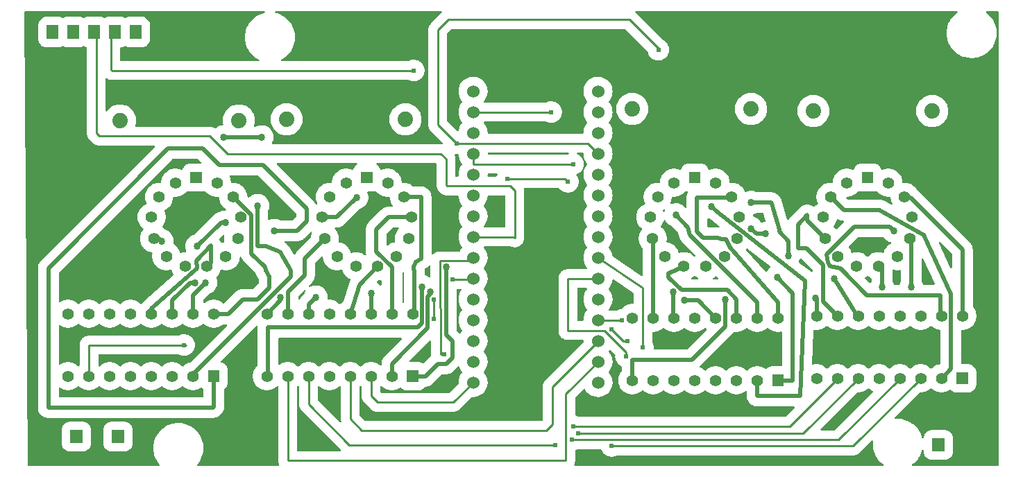
<source format=gtl>
G04 Layer: TopLayer*
G04 EasyEDA v6.4.16, 2021-07-30T14:07:32--5:00*
G04 5f12effaa85148b9a48170333d93dde8,a06e18dc318348aaad0c553491c65e39,10*
G04 Gerber Generator version 0.2*
G04 Scale: 100 percent, Rotated: No, Reflected: No *
G04 Dimensions in inches *
G04 leading zeros omitted , absolute positions ,3 integer and 6 decimal *
%FSLAX36Y36*%
%MOIN*%

%ADD10C,0.0100*%
%ADD11C,0.0200*%
%ADD12C,0.0160*%
%ADD13C,0.0340*%
%ADD14C,0.0240*%
%ADD15C,0.0740*%
%ADD17C,0.0551*%
%ADD21C,0.0550*%
%ADD22C,0.0600*%

%LPD*%
G36*
X2316400Y2459640D02*
G01*
X2311360Y2460080D01*
X1502600Y2460100D01*
X1500980Y2460440D01*
X1499640Y2461420D01*
X1498800Y2462840D01*
X1498620Y2464480D01*
X1499120Y2466060D01*
X1501240Y2469800D01*
X1503779Y2475820D01*
X1505600Y2482060D01*
X1506720Y2488500D01*
X1507100Y2495000D01*
X1506720Y2501500D01*
X1505600Y2507940D01*
X1503779Y2514180D01*
X1501240Y2520200D01*
X1498040Y2525860D01*
X1494199Y2531140D01*
X1489800Y2535940D01*
X1484860Y2540220D01*
X1479480Y2543900D01*
X1473720Y2546940D01*
X1467640Y2549300D01*
X1461339Y2550960D01*
X1454880Y2551880D01*
X1448360Y2552080D01*
X1441879Y2551520D01*
X1435480Y2550220D01*
X1429280Y2548200D01*
X1423280Y2545460D01*
X1421620Y2545100D01*
X1417200Y2545100D01*
X1415700Y2545380D01*
X1414420Y2546220D01*
X1413540Y2547460D01*
X1413200Y2548940D01*
X1413440Y2550440D01*
X1414199Y2552620D01*
X1416040Y2559960D01*
X1417160Y2567440D01*
X1417520Y2575000D01*
X1417160Y2582559D01*
X1416040Y2590040D01*
X1414199Y2597380D01*
X1411660Y2604500D01*
X1408420Y2611340D01*
X1404540Y2617840D01*
X1400020Y2623900D01*
X1394940Y2629520D01*
X1389340Y2634600D01*
X1383260Y2639100D01*
X1376780Y2643000D01*
X1369940Y2646220D01*
X1362820Y2648780D01*
X1355480Y2650620D01*
X1347980Y2651720D01*
X1340440Y2652100D01*
X1332880Y2651720D01*
X1325400Y2650620D01*
X1318060Y2648780D01*
X1310940Y2646220D01*
X1304100Y2643000D01*
X1297600Y2639100D01*
X1291519Y2634600D01*
X1285920Y2629520D01*
X1280840Y2623900D01*
X1276340Y2617840D01*
X1272440Y2611340D01*
X1269200Y2604500D01*
X1266660Y2597380D01*
X1264820Y2590040D01*
X1263700Y2582559D01*
X1263340Y2575000D01*
X1263700Y2567440D01*
X1264820Y2559960D01*
X1265580Y2556920D01*
X1265640Y2555200D01*
X1264960Y2553620D01*
X1263680Y2552460D01*
X1262040Y2551960D01*
X1256880Y2551520D01*
X1250480Y2550220D01*
X1244280Y2548200D01*
X1238360Y2545500D01*
X1232780Y2542120D01*
X1228200Y2538600D01*
X1226760Y2537900D01*
X1225180Y2537800D01*
X1223680Y2538340D01*
X1221740Y2539520D01*
X1217860Y2541420D01*
X1212520Y2543320D01*
X1211280Y2543660D01*
X1207000Y2544560D01*
X1205720Y2544740D01*
X1201360Y2545080D01*
X846340Y2545100D01*
X844840Y2545380D01*
X843560Y2546220D01*
X842680Y2547460D01*
X842340Y2548940D01*
X842560Y2550440D01*
X843340Y2552620D01*
X845180Y2559960D01*
X846300Y2567440D01*
X846660Y2575000D01*
X846300Y2582559D01*
X845180Y2590040D01*
X843340Y2597380D01*
X840800Y2604500D01*
X837560Y2611340D01*
X833660Y2617840D01*
X829160Y2623900D01*
X824080Y2629520D01*
X818480Y2634600D01*
X812400Y2639100D01*
X805900Y2643000D01*
X799080Y2646220D01*
X791940Y2648780D01*
X784599Y2650620D01*
X777120Y2651720D01*
X769560Y2652100D01*
X762020Y2651720D01*
X754520Y2650620D01*
X747180Y2648780D01*
X740060Y2646220D01*
X733220Y2643000D01*
X726740Y2639100D01*
X720660Y2634600D01*
X715060Y2629520D01*
X709980Y2623900D01*
X707320Y2620320D01*
X706080Y2619220D01*
X704500Y2618720D01*
X702840Y2618900D01*
X701420Y2619740D01*
X700440Y2621080D01*
X700100Y2622700D01*
X700100Y2773340D01*
X700460Y2774980D01*
X701440Y2776320D01*
X702920Y2777160D01*
X704580Y2777300D01*
X706180Y2776760D01*
X708259Y2775480D01*
X712140Y2773580D01*
X717480Y2771680D01*
X718720Y2771340D01*
X723000Y2770440D01*
X724280Y2770260D01*
X728640Y2769920D01*
X2153060Y2769900D01*
X2154060Y2769780D01*
X2155000Y2769400D01*
X2157600Y2767980D01*
X2163320Y2765659D01*
X2169280Y2764020D01*
X2175380Y2763120D01*
X2181540Y2762919D01*
X2187700Y2763480D01*
X2193740Y2764740D01*
X2199580Y2766720D01*
X2205160Y2769380D01*
X2210360Y2772679D01*
X2215160Y2776560D01*
X2219460Y2781000D01*
X2223200Y2785899D01*
X2226340Y2791220D01*
X2228840Y2796860D01*
X2230640Y2802760D01*
X2231720Y2808840D01*
X2232100Y2815000D01*
X2231720Y2821160D01*
X2230640Y2827240D01*
X2228840Y2833140D01*
X2226340Y2838780D01*
X2223200Y2844100D01*
X2219460Y2849000D01*
X2215160Y2853440D01*
X2210360Y2857320D01*
X2205160Y2860620D01*
X2199580Y2863279D01*
X2193740Y2865260D01*
X2187700Y2866520D01*
X2181540Y2867080D01*
X2175380Y2866880D01*
X2169280Y2865980D01*
X2163320Y2864340D01*
X2157600Y2862020D01*
X2155000Y2860600D01*
X2154060Y2860220D01*
X2153060Y2860100D01*
X1545620Y2860100D01*
X1543920Y2860480D01*
X1542540Y2861560D01*
X1541740Y2863120D01*
X1541699Y2864860D01*
X1542400Y2866460D01*
X1543720Y2867620D01*
X1551420Y2871800D01*
X1559420Y2877000D01*
X1567000Y2882840D01*
X1574079Y2889240D01*
X1580620Y2896180D01*
X1586600Y2903639D01*
X1591960Y2911540D01*
X1596680Y2919840D01*
X1600720Y2928480D01*
X1604079Y2937440D01*
X1606699Y2946620D01*
X1608580Y2955980D01*
X1609720Y2965460D01*
X1610100Y2975000D01*
X1609720Y2984540D01*
X1608580Y2994020D01*
X1606699Y3003380D01*
X1604079Y3012559D01*
X1600720Y3021500D01*
X1596680Y3030160D01*
X1591960Y3038460D01*
X1586600Y3046360D01*
X1580620Y3053820D01*
X1574079Y3060760D01*
X1567000Y3067160D01*
X1559420Y3073000D01*
X1551420Y3078200D01*
X1543020Y3082760D01*
X1534300Y3086620D01*
X1525300Y3089800D01*
X1516819Y3092040D01*
X1515360Y3092760D01*
X1514319Y3094020D01*
X1513860Y3095600D01*
X1514079Y3097220D01*
X1514920Y3098620D01*
X1516240Y3099560D01*
X1517840Y3099900D01*
X2311520Y3099900D01*
X2313060Y3099580D01*
X2314360Y3098700D01*
X2315220Y3097400D01*
X2315520Y3095840D01*
X2315180Y3094300D01*
X2314280Y3093020D01*
X2262160Y3040920D01*
X2259320Y3037600D01*
X2256140Y3032900D01*
X2253580Y3027860D01*
X2251680Y3022520D01*
X2251340Y3021280D01*
X2250440Y3017000D01*
X2250260Y3015720D01*
X2249920Y3011360D01*
X2249920Y2553640D01*
X2250260Y2549280D01*
X2250440Y2548000D01*
X2251340Y2543720D01*
X2251680Y2542480D01*
X2253580Y2537140D01*
X2256140Y2532100D01*
X2259320Y2527400D01*
X2262160Y2524080D01*
X2319800Y2466420D01*
X2320700Y2465040D01*
X2320960Y2463400D01*
X2320540Y2461800D01*
X2319520Y2460520D01*
X2318060Y2459740D01*
G37*

%LPC*%
G36*
X1569560Y2502900D02*
G01*
X1577120Y2503280D01*
X1584600Y2504380D01*
X1591940Y2506220D01*
X1599079Y2508780D01*
X1605900Y2512000D01*
X1612400Y2515900D01*
X1618480Y2520400D01*
X1624079Y2525480D01*
X1629160Y2531100D01*
X1633660Y2537160D01*
X1637560Y2543660D01*
X1640800Y2550500D01*
X1643340Y2557620D01*
X1645180Y2564960D01*
X1646300Y2572440D01*
X1646660Y2580000D01*
X1646300Y2587559D01*
X1645180Y2595040D01*
X1643340Y2602380D01*
X1640800Y2609500D01*
X1637560Y2616340D01*
X1633660Y2622840D01*
X1629160Y2628900D01*
X1624079Y2634520D01*
X1618480Y2639600D01*
X1612400Y2644100D01*
X1605900Y2648000D01*
X1599079Y2651220D01*
X1591940Y2653780D01*
X1584600Y2655620D01*
X1577120Y2656720D01*
X1569560Y2657100D01*
X1562020Y2656720D01*
X1554520Y2655620D01*
X1547180Y2653780D01*
X1540060Y2651220D01*
X1533220Y2648000D01*
X1526740Y2644100D01*
X1520660Y2639600D01*
X1515060Y2634520D01*
X1509980Y2628900D01*
X1505460Y2622840D01*
X1501579Y2616340D01*
X1498340Y2609500D01*
X1495800Y2602380D01*
X1493959Y2595040D01*
X1492840Y2587559D01*
X1492480Y2580000D01*
X1492840Y2572440D01*
X1493959Y2564960D01*
X1495800Y2557620D01*
X1498340Y2550500D01*
X1501579Y2543660D01*
X1505460Y2537160D01*
X1509980Y2531100D01*
X1515060Y2525480D01*
X1520660Y2520400D01*
X1526740Y2515900D01*
X1533220Y2512000D01*
X1540060Y2508780D01*
X1547180Y2506220D01*
X1554520Y2504380D01*
X1562020Y2503280D01*
G37*
G36*
X2140440Y2502900D02*
G01*
X2147980Y2503280D01*
X2155480Y2504380D01*
X2162820Y2506220D01*
X2169940Y2508780D01*
X2176780Y2512000D01*
X2183260Y2515900D01*
X2189340Y2520400D01*
X2194940Y2525480D01*
X2200020Y2531100D01*
X2204540Y2537160D01*
X2208420Y2543660D01*
X2211660Y2550500D01*
X2214200Y2557620D01*
X2216040Y2564960D01*
X2217160Y2572440D01*
X2217520Y2580000D01*
X2217160Y2587559D01*
X2216040Y2595040D01*
X2214200Y2602380D01*
X2211660Y2609500D01*
X2208420Y2616340D01*
X2204540Y2622840D01*
X2200020Y2628900D01*
X2194940Y2634520D01*
X2189340Y2639600D01*
X2183260Y2644100D01*
X2176780Y2648000D01*
X2169940Y2651220D01*
X2162820Y2653780D01*
X2155480Y2655620D01*
X2147980Y2656720D01*
X2140440Y2657100D01*
X2132880Y2656720D01*
X2125400Y2655620D01*
X2118060Y2653780D01*
X2110940Y2651220D01*
X2104100Y2648000D01*
X2097600Y2644100D01*
X2091519Y2639600D01*
X2085920Y2634520D01*
X2080840Y2628900D01*
X2076339Y2622840D01*
X2072440Y2616340D01*
X2069199Y2609500D01*
X2066660Y2602380D01*
X2064820Y2595040D01*
X2063700Y2587559D01*
X2063340Y2580000D01*
X2063700Y2572440D01*
X2064820Y2564960D01*
X2066660Y2557620D01*
X2069199Y2550500D01*
X2072440Y2543660D01*
X2076339Y2537160D01*
X2080840Y2531100D01*
X2085920Y2525480D01*
X2091519Y2520400D01*
X2097600Y2515900D01*
X2104100Y2512000D01*
X2110940Y2508780D01*
X2118060Y2506220D01*
X2125400Y2504380D01*
X2132880Y2503280D01*
G37*

%LPD*%
G36*
X2539000Y2410100D02*
G01*
X2537480Y2410400D01*
X2536180Y2411280D01*
X2535300Y2412560D01*
X2535000Y2414100D01*
X2535000Y2415900D01*
X2535300Y2417440D01*
X2536180Y2418720D01*
X2537480Y2419600D01*
X2539000Y2419900D01*
X2921500Y2419900D01*
X2923039Y2419600D01*
X2924340Y2418720D01*
X2925200Y2417420D01*
X2925500Y2415880D01*
X2925179Y2414340D01*
X2924300Y2413060D01*
X2922600Y2412020D01*
X2920000Y2410600D01*
X2919060Y2410220D01*
X2918060Y2410100D01*
G37*

%LPD*%
G36*
X2384100Y2305100D02*
G01*
X2382560Y2305400D01*
X2381280Y2306280D01*
X2380400Y2307560D01*
X2380100Y2309100D01*
X2380080Y2391360D01*
X2379740Y2395720D01*
X2379560Y2397000D01*
X2378660Y2401280D01*
X2378320Y2402520D01*
X2376520Y2407580D01*
X2376220Y2409140D01*
X2376540Y2410680D01*
X2377440Y2412000D01*
X2378780Y2412840D01*
X2380340Y2413120D01*
X2386540Y2412920D01*
X2390840Y2413320D01*
X2392420Y2413140D01*
X2393820Y2412340D01*
X2394780Y2411080D01*
X2395180Y2409540D01*
X2395280Y2407800D01*
X2396380Y2400660D01*
X2398220Y2393680D01*
X2400780Y2386940D01*
X2404000Y2380480D01*
X2407880Y2374380D01*
X2412340Y2368720D01*
X2413260Y2367800D01*
X2414100Y2366500D01*
X2414400Y2365000D01*
X2414100Y2363500D01*
X2413260Y2362200D01*
X2412340Y2361280D01*
X2407880Y2355620D01*
X2404000Y2349520D01*
X2400780Y2343060D01*
X2398220Y2336320D01*
X2396380Y2329340D01*
X2395280Y2322200D01*
X2394900Y2315000D01*
X2395200Y2309300D01*
X2394960Y2307720D01*
X2394100Y2306340D01*
X2392780Y2305420D01*
X2391200Y2305100D01*
G37*

%LPD*%
G36*
X2538780Y2305100D02*
G01*
X2537160Y2305440D01*
X2535820Y2306420D01*
X2534980Y2307860D01*
X2534800Y2309520D01*
X2535000Y2311400D01*
X2535000Y2315900D01*
X2535300Y2317440D01*
X2536180Y2318720D01*
X2537480Y2319600D01*
X2539000Y2319900D01*
X2578020Y2319900D01*
X2579520Y2319600D01*
X2580800Y2318760D01*
X2581680Y2317520D01*
X2582020Y2316020D01*
X2581780Y2314500D01*
X2580179Y2310220D01*
X2579680Y2308160D01*
X2578900Y2306580D01*
X2577520Y2305480D01*
X2575800Y2305100D01*
G37*

%LPD*%
G36*
X1711860Y2171800D02*
G01*
X1710260Y2172480D01*
X1709079Y2173780D01*
X1707880Y2175920D01*
X1706220Y2178460D01*
X1704440Y2180900D01*
X1702500Y2183220D01*
X1700380Y2185460D01*
X1522780Y2363080D01*
X1521920Y2364360D01*
X1521600Y2365900D01*
X1521920Y2367440D01*
X1522780Y2368720D01*
X1524079Y2369600D01*
X1525600Y2369900D01*
X1905700Y2369900D01*
X1907420Y2369500D01*
X1908820Y2368400D01*
X1909580Y2366800D01*
X1909600Y2365040D01*
X1908839Y2363440D01*
X1907400Y2362280D01*
X1903040Y2359360D01*
X1899100Y2355900D01*
X1895640Y2351960D01*
X1892720Y2347600D01*
X1890400Y2342900D01*
X1888959Y2338660D01*
X1888080Y2337200D01*
X1886680Y2336240D01*
X1885000Y2335940D01*
X1883360Y2336380D01*
X1882520Y2336800D01*
X1875900Y2339340D01*
X1869060Y2341180D01*
X1862080Y2342280D01*
X1855000Y2342660D01*
X1847920Y2342280D01*
X1840940Y2341180D01*
X1834100Y2339340D01*
X1827480Y2336800D01*
X1821180Y2333600D01*
X1815240Y2329740D01*
X1809740Y2325280D01*
X1804720Y2320260D01*
X1800260Y2314760D01*
X1796399Y2308820D01*
X1793200Y2302520D01*
X1790660Y2295900D01*
X1788820Y2289060D01*
X1787720Y2282080D01*
X1787500Y2278100D01*
X1787120Y2276600D01*
X1786200Y2275340D01*
X1784840Y2274540D01*
X1783300Y2274320D01*
X1777000Y2274660D01*
X1769920Y2274280D01*
X1762940Y2273180D01*
X1756100Y2271340D01*
X1749480Y2268800D01*
X1743180Y2265600D01*
X1737240Y2261740D01*
X1731740Y2257280D01*
X1726720Y2252260D01*
X1722260Y2246760D01*
X1718400Y2240820D01*
X1715200Y2234520D01*
X1712660Y2227900D01*
X1710820Y2221060D01*
X1709720Y2214080D01*
X1709340Y2207000D01*
X1709720Y2199920D01*
X1710820Y2192940D01*
X1712660Y2186100D01*
X1715200Y2179440D01*
X1716160Y2177500D01*
X1716560Y2175800D01*
X1716200Y2174080D01*
X1715160Y2172680D01*
X1713600Y2171880D01*
G37*

%LPD*%
G36*
X4474340Y2169660D02*
G01*
X4472720Y2170160D01*
X4437600Y2189720D01*
X4433940Y2191380D01*
X4432040Y2192100D01*
X4428200Y2193320D01*
X4426240Y2193820D01*
X4422280Y2194560D01*
X4420280Y2194820D01*
X4416260Y2195080D01*
X4414160Y2195100D01*
X4268820Y2192760D01*
X4267240Y2193060D01*
X4265920Y2193940D01*
X4259240Y2200620D01*
X4258380Y2201880D01*
X4258060Y2203380D01*
X4258320Y2204880D01*
X4259140Y2206180D01*
X4260380Y2207080D01*
X4261860Y2207440D01*
X4267080Y2207720D01*
X4274060Y2208820D01*
X4280900Y2210660D01*
X4287520Y2213200D01*
X4293820Y2216400D01*
X4299760Y2220260D01*
X4305260Y2224720D01*
X4310280Y2229740D01*
X4313600Y2233820D01*
X4314840Y2234840D01*
X4316380Y2235300D01*
X4317980Y2235100D01*
X4322060Y2233720D01*
X4327200Y2232700D01*
X4332580Y2232340D01*
X4387420Y2232340D01*
X4392800Y2232700D01*
X4397940Y2233720D01*
X4402020Y2235100D01*
X4403620Y2235300D01*
X4405160Y2234840D01*
X4406400Y2233820D01*
X4409720Y2229740D01*
X4414740Y2224720D01*
X4420240Y2220260D01*
X4426180Y2216400D01*
X4432480Y2213200D01*
X4439100Y2210660D01*
X4445940Y2208820D01*
X4452920Y2207720D01*
X4460000Y2207340D01*
X4466300Y2207680D01*
X4467840Y2207460D01*
X4469200Y2206660D01*
X4470120Y2205400D01*
X4470500Y2203900D01*
X4470720Y2199920D01*
X4471820Y2192940D01*
X4473660Y2186100D01*
X4476200Y2179480D01*
X4478240Y2175460D01*
X4478680Y2173840D01*
X4478400Y2172160D01*
X4477460Y2170760D01*
X4476020Y2169880D01*
G37*

%LPD*%
G36*
X3486980Y2154900D02*
G01*
X3485440Y2155260D01*
X3484160Y2156200D01*
X3479800Y2160940D01*
X3474860Y2165220D01*
X3469480Y2168900D01*
X3463720Y2171940D01*
X3457640Y2174300D01*
X3451340Y2175960D01*
X3444880Y2176880D01*
X3438360Y2177080D01*
X3431880Y2176520D01*
X3425480Y2175220D01*
X3419280Y2173200D01*
X3418399Y2172800D01*
X3416820Y2172440D01*
X3415200Y2172740D01*
X3413860Y2173680D01*
X3413000Y2175060D01*
X3412760Y2176680D01*
X3413180Y2178260D01*
X3413800Y2179480D01*
X3416340Y2186100D01*
X3418180Y2192940D01*
X3419280Y2199920D01*
X3419500Y2203900D01*
X3419880Y2205400D01*
X3420800Y2206660D01*
X3422160Y2207460D01*
X3423700Y2207680D01*
X3430000Y2207340D01*
X3437080Y2207720D01*
X3444060Y2208820D01*
X3450899Y2210660D01*
X3457520Y2213200D01*
X3463820Y2216400D01*
X3469760Y2220260D01*
X3475260Y2224720D01*
X3480280Y2229740D01*
X3483600Y2233820D01*
X3484840Y2234840D01*
X3486380Y2235300D01*
X3487980Y2235100D01*
X3492060Y2233720D01*
X3493900Y2233360D01*
X3495220Y2232820D01*
X3496280Y2231860D01*
X3496940Y2230600D01*
X3497100Y2229180D01*
X3496760Y2227780D01*
X3494360Y2222460D01*
X3492559Y2216680D01*
X3491480Y2210740D01*
X3491100Y2204580D01*
X3491100Y2158900D01*
X3490779Y2157340D01*
X3489880Y2156020D01*
X3488560Y2155160D01*
G37*

%LPD*%
G36*
X3381820Y2134340D02*
G01*
X3380240Y2134640D01*
X3378900Y2135540D01*
X3378039Y2136900D01*
X3376840Y2139440D01*
X3376400Y2141040D01*
X3376660Y2142680D01*
X3377559Y2144080D01*
X3378960Y2144980D01*
X3381500Y2146200D01*
X3383020Y2146620D01*
X3384580Y2146420D01*
X3385960Y2145640D01*
X3386900Y2144380D01*
X3387300Y2142860D01*
X3387080Y2141300D01*
X3385539Y2137000D01*
X3384700Y2135620D01*
X3383399Y2134680D01*
G37*

%LPD*%
G36*
X1538180Y2095100D02*
G01*
X1537220Y2095220D01*
X1536320Y2095560D01*
X1533720Y2096940D01*
X1527640Y2099300D01*
X1521339Y2100960D01*
X1514880Y2101880D01*
X1508360Y2102080D01*
X1501879Y2101520D01*
X1495480Y2100220D01*
X1489280Y2098200D01*
X1485760Y2096600D01*
X1484220Y2096240D01*
X1482640Y2096500D01*
X1481320Y2097360D01*
X1480420Y2098680D01*
X1480100Y2100240D01*
X1480100Y2136740D01*
X1480240Y2137760D01*
X1481240Y2139800D01*
X1483779Y2145820D01*
X1485600Y2152060D01*
X1486720Y2158500D01*
X1487100Y2165000D01*
X1486720Y2171500D01*
X1485600Y2177940D01*
X1483779Y2184180D01*
X1481240Y2190200D01*
X1478040Y2195860D01*
X1474199Y2201140D01*
X1469800Y2205940D01*
X1464860Y2210220D01*
X1459480Y2213900D01*
X1453720Y2216940D01*
X1447640Y2219300D01*
X1441339Y2220960D01*
X1434880Y2221880D01*
X1428360Y2222080D01*
X1421879Y2221520D01*
X1415480Y2220220D01*
X1409280Y2218200D01*
X1403360Y2215500D01*
X1397780Y2212120D01*
X1392620Y2208140D01*
X1390420Y2206020D01*
X1389120Y2205180D01*
X1387600Y2204880D01*
X1386080Y2205200D01*
X1384800Y2206060D01*
X1381560Y2209280D01*
X1380740Y2210500D01*
X1380400Y2211900D01*
X1380280Y2214080D01*
X1379180Y2221060D01*
X1377340Y2227900D01*
X1374800Y2234520D01*
X1371600Y2240820D01*
X1367740Y2246760D01*
X1363280Y2252260D01*
X1358260Y2257280D01*
X1352760Y2261740D01*
X1346819Y2265600D01*
X1340520Y2268800D01*
X1333899Y2271340D01*
X1327060Y2273180D01*
X1320080Y2274280D01*
X1313000Y2274660D01*
X1306699Y2274320D01*
X1305160Y2274540D01*
X1303800Y2275340D01*
X1302880Y2276600D01*
X1302500Y2278100D01*
X1302280Y2282080D01*
X1301180Y2289060D01*
X1299340Y2295900D01*
X1296800Y2302520D01*
X1296000Y2304080D01*
X1295580Y2305640D01*
X1295800Y2307260D01*
X1296660Y2308640D01*
X1297980Y2309580D01*
X1299580Y2309900D01*
X1432600Y2309900D01*
X1434120Y2309600D01*
X1435420Y2308720D01*
X1613720Y2130420D01*
X1614600Y2129120D01*
X1614900Y2127600D01*
X1614900Y2112400D01*
X1614600Y2110880D01*
X1613720Y2109580D01*
X1600420Y2096279D01*
X1599120Y2095400D01*
X1597600Y2095100D01*
G37*

%LPD*%
G36*
X3850940Y2084100D02*
G01*
X3849360Y2084620D01*
X3848120Y2085740D01*
X3844200Y2091140D01*
X3839800Y2095940D01*
X3834860Y2100220D01*
X3829480Y2103900D01*
X3823720Y2106940D01*
X3817640Y2109300D01*
X3814380Y2110160D01*
X3812880Y2110900D01*
X3811840Y2112200D01*
X3811400Y2113820D01*
X3811280Y2116080D01*
X3810640Y2120140D01*
X3810680Y2121600D01*
X3811240Y2122940D01*
X3812260Y2124000D01*
X3813580Y2124640D01*
X3817640Y2125700D01*
X3823720Y2128060D01*
X3826320Y2129440D01*
X3827220Y2129780D01*
X3828180Y2129900D01*
X3857559Y2129900D01*
X3859240Y2129540D01*
X3860620Y2128500D01*
X3861420Y2126980D01*
X3871200Y2092080D01*
X3871280Y2090340D01*
X3870620Y2088720D01*
X3869340Y2087540D01*
X3867679Y2087020D01*
X3861880Y2086519D01*
X3855480Y2085220D01*
X3852600Y2084280D01*
G37*

%LPD*%
G36*
X2520360Y2060100D02*
G01*
X2518720Y2060460D01*
X2517360Y2061459D01*
X2516580Y2062360D01*
X2515840Y2063580D01*
X2515580Y2065000D01*
X2515840Y2066420D01*
X2516580Y2067640D01*
X2519960Y2071500D01*
X2524140Y2077380D01*
X2527700Y2083660D01*
X2530580Y2090280D01*
X2532780Y2097140D01*
X2534260Y2104220D01*
X2535000Y2111400D01*
X2535000Y2118600D01*
X2534260Y2125780D01*
X2532780Y2132860D01*
X2530580Y2139720D01*
X2527700Y2146340D01*
X2524140Y2152620D01*
X2519960Y2158500D01*
X2516580Y2162360D01*
X2515840Y2163580D01*
X2515580Y2165000D01*
X2515840Y2166420D01*
X2516580Y2167640D01*
X2519960Y2171500D01*
X2524140Y2177380D01*
X2527700Y2183660D01*
X2530580Y2190280D01*
X2532780Y2197140D01*
X2534260Y2204220D01*
X2535000Y2211320D01*
X2535400Y2212720D01*
X2536300Y2213880D01*
X2537540Y2214640D01*
X2538980Y2214900D01*
X2615899Y2214900D01*
X2617440Y2214600D01*
X2618720Y2213720D01*
X2619600Y2212440D01*
X2619900Y2210900D01*
X2619900Y2064100D01*
X2619600Y2062560D01*
X2618720Y2061279D01*
X2617440Y2060400D01*
X2615899Y2060100D01*
G37*

%LPD*%
G36*
X3643800Y2058899D02*
G01*
X3635500Y2059800D01*
X3629900Y2060100D01*
X3595299Y2060100D01*
X3593759Y2060400D01*
X3592480Y2061279D01*
X3591600Y2062560D01*
X3591300Y2064100D01*
X3591300Y2100740D01*
X3591680Y2102460D01*
X3592760Y2103840D01*
X3594340Y2104620D01*
X3596100Y2104660D01*
X3597820Y2104300D01*
X3598759Y2104000D01*
X3599580Y2103460D01*
X3609060Y2095580D01*
X3646700Y2066020D01*
X3647780Y2064700D01*
X3648220Y2063060D01*
X3647940Y2061360D01*
X3646960Y2059960D01*
X3645500Y2059079D01*
G37*

%LPD*%
G36*
X4210220Y2052000D02*
G01*
X4208680Y2052300D01*
X4207380Y2053180D01*
X4203260Y2057280D01*
X4198500Y2061140D01*
X4197520Y2062340D01*
X4197040Y2063820D01*
X4197200Y2065380D01*
X4197920Y2066759D01*
X4200740Y2070240D01*
X4204600Y2076180D01*
X4207800Y2082480D01*
X4210340Y2089100D01*
X4212180Y2095940D01*
X4212520Y2098080D01*
X4213060Y2099560D01*
X4214140Y2100700D01*
X4215580Y2101360D01*
X4217160Y2101380D01*
X4218640Y2100820D01*
X4220760Y2099440D01*
X4224160Y2097560D01*
X4226100Y2096620D01*
X4229720Y2095160D01*
X4231760Y2094480D01*
X4235520Y2093460D01*
X4237640Y2093020D01*
X4242440Y2092400D01*
X4243900Y2092000D01*
X4245100Y2091080D01*
X4245860Y2089800D01*
X4246120Y2088320D01*
X4245800Y2086840D01*
X4244960Y2085600D01*
X4213040Y2053200D01*
X4211760Y2052320D01*
G37*

%LPD*%
G36*
X1256300Y1986440D02*
G01*
X1254840Y1986920D01*
X1253680Y1987900D01*
X1252960Y1989259D01*
X1251860Y1992700D01*
X1249920Y1997180D01*
X1249400Y1998220D01*
X1247140Y2002060D01*
X1246600Y2003720D01*
X1246820Y2005440D01*
X1247760Y2006900D01*
X1263800Y2022940D01*
X1265180Y2023839D01*
X1266840Y2024100D01*
X1268440Y2023680D01*
X1269740Y2022640D01*
X1270480Y2021140D01*
X1270580Y2019480D01*
X1269720Y2014079D01*
X1269340Y2007000D01*
X1269720Y1999920D01*
X1270760Y1993300D01*
X1270700Y1991740D01*
X1270060Y1990340D01*
X1268900Y1989280D01*
X1267440Y1988740D01*
X1263940Y1988180D01*
X1257840Y1986540D01*
G37*

%LPD*%
G36*
X2053820Y1974540D02*
G01*
X2052380Y1974920D01*
X2051180Y1975800D01*
X2050380Y1977060D01*
X2050100Y1978540D01*
X2050100Y2027600D01*
X2050400Y2029120D01*
X2051279Y2030420D01*
X2079580Y2058720D01*
X2080880Y2059600D01*
X2082400Y2059900D01*
X2104700Y2059900D01*
X2106220Y2059600D01*
X2107520Y2058720D01*
X2108400Y2057440D01*
X2108700Y2055900D01*
X2108400Y2054360D01*
X2107520Y2053080D01*
X2106720Y2052260D01*
X2102260Y2046759D01*
X2098400Y2040820D01*
X2095200Y2034520D01*
X2092660Y2027900D01*
X2090820Y2021060D01*
X2089720Y2014079D01*
X2089340Y2007000D01*
X2089720Y1999920D01*
X2090760Y1993300D01*
X2090700Y1991740D01*
X2090060Y1990340D01*
X2088899Y1989280D01*
X2087440Y1988740D01*
X2083940Y1988180D01*
X2077100Y1986339D01*
X2070480Y1983800D01*
X2064180Y1980600D01*
X2058240Y1976740D01*
X2056620Y1975420D01*
X2055300Y1974720D01*
G37*

%LPD*%
G36*
X1060500Y1938100D02*
G01*
X1058880Y1938520D01*
X1057600Y1939580D01*
X1056840Y1941060D01*
X1056340Y1942900D01*
X1053800Y1949520D01*
X1050600Y1955820D01*
X1046740Y1961759D01*
X1042280Y1967260D01*
X1037260Y1972280D01*
X1031760Y1976740D01*
X1027620Y1979420D01*
X1026500Y1980500D01*
X1025879Y1981920D01*
X1025860Y1983460D01*
X1026720Y1988500D01*
X1027099Y1995000D01*
X1026720Y2001500D01*
X1025600Y2007940D01*
X1023780Y2014180D01*
X1021240Y2020200D01*
X1018040Y2025860D01*
X1014200Y2031140D01*
X1009800Y2035940D01*
X1004860Y2040220D01*
X999479Y2043899D01*
X993720Y2046940D01*
X987640Y2049300D01*
X986420Y2049620D01*
X985260Y2050120D01*
X984320Y2050980D01*
X983280Y2052260D01*
X978259Y2057280D01*
X973500Y2061140D01*
X972520Y2062340D01*
X972039Y2063820D01*
X972200Y2065380D01*
X972920Y2066759D01*
X975740Y2070240D01*
X979599Y2076180D01*
X982800Y2082480D01*
X985340Y2089100D01*
X987180Y2095940D01*
X988280Y2102920D01*
X988660Y2110000D01*
X988280Y2117080D01*
X987180Y2124060D01*
X985340Y2130900D01*
X982800Y2137520D01*
X981840Y2139440D01*
X981400Y2141040D01*
X981660Y2142680D01*
X982560Y2144080D01*
X983960Y2144980D01*
X984520Y2145200D01*
X990819Y2148400D01*
X996760Y2152260D01*
X1002260Y2156720D01*
X1007280Y2161740D01*
X1011740Y2167240D01*
X1015600Y2173180D01*
X1018800Y2179480D01*
X1021340Y2186100D01*
X1023180Y2192940D01*
X1024280Y2199920D01*
X1024500Y2203900D01*
X1024880Y2205400D01*
X1025800Y2206660D01*
X1027159Y2207460D01*
X1028700Y2207680D01*
X1035000Y2207340D01*
X1042080Y2207720D01*
X1049060Y2208820D01*
X1055900Y2210660D01*
X1062520Y2213200D01*
X1068820Y2216400D01*
X1074760Y2220260D01*
X1080260Y2224720D01*
X1085280Y2229740D01*
X1088600Y2233820D01*
X1089840Y2234840D01*
X1091380Y2235300D01*
X1092980Y2235100D01*
X1097060Y2233720D01*
X1102200Y2232700D01*
X1107580Y2232340D01*
X1162420Y2232340D01*
X1167800Y2232700D01*
X1172940Y2233720D01*
X1177020Y2235100D01*
X1178620Y2235300D01*
X1180160Y2234840D01*
X1181400Y2233820D01*
X1184720Y2229740D01*
X1189740Y2224720D01*
X1195240Y2220260D01*
X1201180Y2216400D01*
X1207480Y2213200D01*
X1214100Y2210660D01*
X1220940Y2208820D01*
X1227920Y2207720D01*
X1235000Y2207340D01*
X1241300Y2207680D01*
X1242840Y2207460D01*
X1244200Y2206660D01*
X1245120Y2205400D01*
X1245500Y2203900D01*
X1245720Y2199920D01*
X1246820Y2192940D01*
X1248660Y2186100D01*
X1251200Y2179480D01*
X1254400Y2173180D01*
X1258260Y2167240D01*
X1262720Y2161740D01*
X1267740Y2156720D01*
X1273240Y2152260D01*
X1277700Y2149360D01*
X1278900Y2148140D01*
X1279480Y2146520D01*
X1279340Y2144820D01*
X1278500Y2143320D01*
X1277100Y2142340D01*
X1275400Y2142020D01*
X1273360Y2142080D01*
X1266880Y2141520D01*
X1260480Y2140220D01*
X1254280Y2138200D01*
X1248360Y2135500D01*
X1247100Y2134740D01*
X1245860Y2134240D01*
X1243000Y2133640D01*
X1240100Y2132820D01*
X1237240Y2131840D01*
X1234440Y2130680D01*
X1231720Y2129360D01*
X1229080Y2127880D01*
X1226540Y2126220D01*
X1224100Y2124440D01*
X1221780Y2122500D01*
X1219540Y2120380D01*
X1124500Y2025360D01*
X1123760Y2024780D01*
X1122920Y2024379D01*
X1119280Y2023200D01*
X1113360Y2020500D01*
X1107780Y2017120D01*
X1102620Y2013140D01*
X1097940Y2008600D01*
X1093820Y2003560D01*
X1090280Y1998080D01*
X1087400Y1992220D01*
X1085220Y1986080D01*
X1083740Y1979740D01*
X1083000Y1973260D01*
X1083000Y1966740D01*
X1083740Y1960260D01*
X1085220Y1953920D01*
X1087400Y1947780D01*
X1088020Y1945780D01*
X1087740Y1944139D01*
X1086840Y1942760D01*
X1085440Y1941860D01*
X1083800Y1941620D01*
X1083000Y1941660D01*
X1075920Y1941279D01*
X1068940Y1940180D01*
X1062140Y1938360D01*
G37*

%LPD*%
G36*
X2269120Y1929480D02*
G01*
X2267580Y1929780D01*
X2266280Y1930660D01*
X2265400Y1931960D01*
X2265100Y1933480D01*
X2265100Y2206880D01*
X2264720Y2213040D01*
X2263640Y2218980D01*
X2261840Y2224760D01*
X2259360Y2230280D01*
X2256220Y2235460D01*
X2252500Y2240220D01*
X2248220Y2244500D01*
X2243460Y2248220D01*
X2238280Y2251360D01*
X2232760Y2253840D01*
X2226980Y2255640D01*
X2221040Y2256720D01*
X2214880Y2257100D01*
X2179900Y2257100D01*
X2178560Y2257320D01*
X2177380Y2258000D01*
X2172760Y2261740D01*
X2166820Y2265600D01*
X2160520Y2268800D01*
X2153900Y2271340D01*
X2147060Y2273180D01*
X2140080Y2274280D01*
X2133000Y2274660D01*
X2126700Y2274320D01*
X2125160Y2274540D01*
X2123800Y2275340D01*
X2122880Y2276600D01*
X2122500Y2278100D01*
X2122280Y2282080D01*
X2121180Y2289060D01*
X2119340Y2295900D01*
X2116800Y2302520D01*
X2113600Y2308820D01*
X2109740Y2314760D01*
X2105280Y2320260D01*
X2100260Y2325280D01*
X2094760Y2329740D01*
X2088820Y2333600D01*
X2082520Y2336800D01*
X2075900Y2339340D01*
X2069060Y2341180D01*
X2062080Y2342280D01*
X2055000Y2342660D01*
X2047920Y2342280D01*
X2040940Y2341180D01*
X2034100Y2339340D01*
X2027480Y2336800D01*
X2026639Y2336380D01*
X2025000Y2335940D01*
X2023320Y2336240D01*
X2021920Y2337200D01*
X2021040Y2338660D01*
X2019600Y2342900D01*
X2017280Y2347600D01*
X2014360Y2351960D01*
X2010900Y2355900D01*
X2006960Y2359360D01*
X2002540Y2362320D01*
X2001160Y2363440D01*
X2000400Y2365040D01*
X2000420Y2366800D01*
X2001180Y2368400D01*
X2002580Y2369500D01*
X2004300Y2369900D01*
X2285900Y2369900D01*
X2287440Y2369600D01*
X2288720Y2368720D01*
X2289600Y2367440D01*
X2289900Y2365900D01*
X2289920Y2263640D01*
X2290260Y2259280D01*
X2290440Y2258000D01*
X2291340Y2253720D01*
X2291680Y2252480D01*
X2293580Y2247140D01*
X2296140Y2242100D01*
X2299320Y2237400D01*
X2302160Y2234080D01*
X2309100Y2227160D01*
X2312400Y2224320D01*
X2317100Y2221140D01*
X2322140Y2218580D01*
X2327480Y2216680D01*
X2328720Y2216340D01*
X2333000Y2215440D01*
X2334280Y2215260D01*
X2338640Y2214920D01*
X2391120Y2214900D01*
X2392600Y2214620D01*
X2393860Y2213800D01*
X2394740Y2212580D01*
X2395100Y2211100D01*
X2395280Y2207800D01*
X2396380Y2200660D01*
X2398220Y2193680D01*
X2400780Y2186940D01*
X2404000Y2180480D01*
X2407880Y2174380D01*
X2412340Y2168720D01*
X2413260Y2167800D01*
X2414100Y2166500D01*
X2414400Y2165000D01*
X2414100Y2163500D01*
X2413260Y2162200D01*
X2412340Y2161280D01*
X2407880Y2155620D01*
X2404000Y2149520D01*
X2400780Y2143060D01*
X2398220Y2136320D01*
X2396380Y2129340D01*
X2395280Y2122200D01*
X2394900Y2115000D01*
X2395280Y2107800D01*
X2396380Y2100660D01*
X2398220Y2093680D01*
X2400780Y2086940D01*
X2404000Y2080480D01*
X2407880Y2074379D01*
X2412340Y2068720D01*
X2413260Y2067800D01*
X2414100Y2066500D01*
X2414400Y2065000D01*
X2414100Y2063500D01*
X2413260Y2062200D01*
X2412340Y2061279D01*
X2407880Y2055620D01*
X2404000Y2049520D01*
X2400780Y2043060D01*
X2398220Y2036320D01*
X2396380Y2029340D01*
X2395280Y2022200D01*
X2394900Y2015000D01*
X2395280Y2007800D01*
X2396380Y2000660D01*
X2398220Y1993680D01*
X2400780Y1986940D01*
X2404000Y1980480D01*
X2407880Y1974379D01*
X2412340Y1968720D01*
X2413260Y1967800D01*
X2414100Y1966500D01*
X2414400Y1965000D01*
X2414100Y1963500D01*
X2413260Y1962200D01*
X2412340Y1961279D01*
X2407880Y1955620D01*
X2404000Y1949520D01*
X2402900Y1947320D01*
X2402000Y1946140D01*
X2400760Y1945360D01*
X2399320Y1945100D01*
X2305080Y1945100D01*
X2301800Y1944980D01*
X2299360Y1944740D01*
X2296180Y1944220D01*
X2293800Y1943680D01*
X2290700Y1942780D01*
X2288420Y1941940D01*
X2285460Y1940640D01*
X2283280Y1939520D01*
X2280520Y1937880D01*
X2278500Y1936500D01*
X2275960Y1934500D01*
X2274140Y1932880D01*
X2271940Y1930660D01*
X2270640Y1929800D01*
G37*

%LPD*%
G36*
X1605920Y1929400D02*
G01*
X1604379Y1930060D01*
X1603240Y1931300D01*
X1582920Y1965840D01*
X1579420Y1970900D01*
X1575780Y1975060D01*
X1570460Y1980380D01*
X1568400Y1982340D01*
X1565880Y1984440D01*
X1563660Y1986100D01*
X1561420Y1987540D01*
X1560220Y1988760D01*
X1559640Y1990340D01*
X1559760Y1992040D01*
X1560580Y1993520D01*
X1561940Y1994540D01*
X1563600Y1994900D01*
X1619940Y1994900D01*
X1623020Y1995000D01*
X1626040Y1995260D01*
X1629040Y1995720D01*
X1631980Y1996360D01*
X1634900Y1997180D01*
X1637760Y1998160D01*
X1640560Y1999319D01*
X1643280Y2000640D01*
X1645920Y2002120D01*
X1648460Y2003760D01*
X1650900Y2005560D01*
X1653220Y2007500D01*
X1655460Y2009620D01*
X1684640Y2038779D01*
X1685920Y2039640D01*
X1687440Y2039960D01*
X1688940Y2039660D01*
X1690240Y2038820D01*
X1691120Y2037560D01*
X1691459Y2036040D01*
X1691200Y2034520D01*
X1688660Y2027900D01*
X1686819Y2021060D01*
X1685720Y2014079D01*
X1685600Y2011900D01*
X1685260Y2010500D01*
X1684440Y2009280D01*
X1619620Y1944460D01*
X1617500Y1942220D01*
X1615560Y1939900D01*
X1613779Y1937460D01*
X1612140Y1934940D01*
X1610200Y1931399D01*
X1609120Y1930140D01*
X1607600Y1929420D01*
G37*

%LPD*%
G36*
X1948820Y1925540D02*
G01*
X1947160Y1925620D01*
X1945660Y1926380D01*
X1942760Y1928740D01*
X1936819Y1932600D01*
X1930520Y1935800D01*
X1923899Y1938340D01*
X1917060Y1940180D01*
X1910080Y1941279D01*
X1903000Y1941660D01*
X1895920Y1941279D01*
X1888940Y1940180D01*
X1881740Y1938240D01*
X1880180Y1938120D01*
X1878700Y1938620D01*
X1877540Y1939660D01*
X1876840Y1941060D01*
X1876339Y1942900D01*
X1873800Y1949520D01*
X1870600Y1955820D01*
X1866740Y1961759D01*
X1862280Y1967260D01*
X1857260Y1972280D01*
X1851759Y1976740D01*
X1845820Y1980600D01*
X1839520Y1983800D01*
X1832900Y1986339D01*
X1826060Y1988180D01*
X1822560Y1988740D01*
X1821100Y1989280D01*
X1819960Y1990340D01*
X1819300Y1991740D01*
X1819240Y1993300D01*
X1820280Y1999920D01*
X1820660Y2007000D01*
X1820280Y2014079D01*
X1819180Y2021060D01*
X1817340Y2027900D01*
X1814800Y2034520D01*
X1811600Y2040820D01*
X1807740Y2046759D01*
X1803280Y2052260D01*
X1802480Y2053080D01*
X1801600Y2054360D01*
X1801300Y2055900D01*
X1801600Y2057440D01*
X1802480Y2058720D01*
X1803779Y2059600D01*
X1805300Y2059900D01*
X1809940Y2059900D01*
X1813020Y2060000D01*
X1816040Y2060260D01*
X1819040Y2060720D01*
X1821980Y2061360D01*
X1824900Y2062180D01*
X1827760Y2063160D01*
X1830560Y2064319D01*
X1833280Y2065640D01*
X1835920Y2067120D01*
X1838460Y2068760D01*
X1840900Y2070560D01*
X1843220Y2072500D01*
X1845460Y2074620D01*
X1920400Y2149540D01*
X1921240Y2150180D01*
X1928720Y2153060D01*
X1934480Y2156100D01*
X1939860Y2159780D01*
X1944800Y2164060D01*
X1949199Y2168860D01*
X1953040Y2174140D01*
X1956240Y2179800D01*
X1958779Y2185820D01*
X1960600Y2192060D01*
X1961720Y2198500D01*
X1962100Y2205000D01*
X1961720Y2211500D01*
X1960600Y2217940D01*
X1958779Y2224180D01*
X1957680Y2226780D01*
X1957360Y2228320D01*
X1957660Y2229860D01*
X1958520Y2231160D01*
X1959820Y2232040D01*
X1961360Y2232340D01*
X1982420Y2232340D01*
X1987800Y2232700D01*
X1992940Y2233720D01*
X1997020Y2235100D01*
X1998620Y2235300D01*
X2000160Y2234840D01*
X2001399Y2233820D01*
X2004720Y2229740D01*
X2009740Y2224720D01*
X2015240Y2220260D01*
X2021180Y2216400D01*
X2027480Y2213200D01*
X2034100Y2210660D01*
X2040940Y2208820D01*
X2047920Y2207720D01*
X2055000Y2207340D01*
X2061300Y2207680D01*
X2062840Y2207460D01*
X2064199Y2206660D01*
X2065120Y2205400D01*
X2065500Y2203900D01*
X2065720Y2199920D01*
X2066819Y2192940D01*
X2068660Y2186100D01*
X2071200Y2179480D01*
X2074400Y2173180D01*
X2078260Y2167240D01*
X2078760Y2166620D01*
X2079480Y2165300D01*
X2079640Y2163820D01*
X2079259Y2162380D01*
X2078380Y2161180D01*
X2077120Y2160380D01*
X2075660Y2160100D01*
X2060060Y2160100D01*
X2056980Y2160000D01*
X2053959Y2159740D01*
X2050960Y2159280D01*
X2048020Y2158640D01*
X2045100Y2157820D01*
X2042240Y2156840D01*
X2039440Y2155680D01*
X2036720Y2154360D01*
X2034079Y2152880D01*
X2031540Y2151220D01*
X2029100Y2149440D01*
X2026780Y2147500D01*
X2024540Y2145380D01*
X1964620Y2085460D01*
X1962500Y2083220D01*
X1960560Y2080900D01*
X1958779Y2078460D01*
X1957120Y2075920D01*
X1955640Y2073280D01*
X1954319Y2070560D01*
X1953160Y2067760D01*
X1952180Y2064900D01*
X1951360Y2061980D01*
X1950720Y2059040D01*
X1950260Y2056040D01*
X1950000Y2053020D01*
X1949900Y2049940D01*
X1949900Y1945060D01*
X1950000Y1941980D01*
X1950260Y1938959D01*
X1950720Y1935960D01*
X1951360Y1933020D01*
X1952040Y1930560D01*
X1952140Y1928899D01*
X1951560Y1927340D01*
X1950380Y1926140D01*
G37*

%LPD*%
G36*
X4360000Y1919199D02*
G01*
X4358460Y1919500D01*
X4357180Y1920380D01*
X4353260Y1924280D01*
X4347760Y1928740D01*
X4341820Y1932600D01*
X4335520Y1935800D01*
X4328900Y1938340D01*
X4322060Y1940180D01*
X4315080Y1941279D01*
X4308000Y1941660D01*
X4300920Y1941279D01*
X4293940Y1940180D01*
X4286740Y1938240D01*
X4285180Y1938120D01*
X4283700Y1938620D01*
X4282540Y1939660D01*
X4281840Y1941060D01*
X4281340Y1942900D01*
X4278800Y1949520D01*
X4275600Y1955820D01*
X4271740Y1961759D01*
X4270320Y1963500D01*
X4269640Y1964780D01*
X4269440Y1966220D01*
X4269780Y1967620D01*
X4270580Y1968820D01*
X4314800Y2013700D01*
X4316100Y2014580D01*
X4317640Y2014900D01*
X4434400Y2014900D01*
X4435720Y2014680D01*
X4436880Y2014040D01*
X4437760Y2013060D01*
X4438820Y2011440D01*
X4442940Y2006399D01*
X4447620Y2001860D01*
X4452780Y1997880D01*
X4458360Y1994500D01*
X4464280Y1991800D01*
X4470480Y1989780D01*
X4471220Y1989640D01*
X4472720Y1988980D01*
X4473840Y1987800D01*
X4474380Y1986260D01*
X4474260Y1984620D01*
X4473500Y1983180D01*
X4472240Y1982160D01*
X4469180Y1980600D01*
X4463240Y1976740D01*
X4457740Y1972280D01*
X4452720Y1967260D01*
X4448260Y1961759D01*
X4444400Y1955820D01*
X4441200Y1949520D01*
X4438660Y1942900D01*
X4438160Y1941060D01*
X4437460Y1939660D01*
X4436300Y1938620D01*
X4434820Y1938120D01*
X4433260Y1938240D01*
X4426060Y1940180D01*
X4419080Y1941279D01*
X4412000Y1941660D01*
X4404920Y1941279D01*
X4397940Y1940180D01*
X4391100Y1938340D01*
X4384480Y1935800D01*
X4378180Y1932600D01*
X4372240Y1928740D01*
X4366740Y1924280D01*
X4362820Y1920380D01*
X4361540Y1919500D01*
G37*

%LPD*%
G36*
X3530000Y1919199D02*
G01*
X3528460Y1919500D01*
X3527180Y1920380D01*
X3523260Y1924280D01*
X3517760Y1928740D01*
X3511820Y1932600D01*
X3505520Y1935800D01*
X3498900Y1938340D01*
X3492060Y1940180D01*
X3485080Y1941279D01*
X3478000Y1941660D01*
X3470920Y1941279D01*
X3463940Y1940180D01*
X3456740Y1938240D01*
X3455179Y1938120D01*
X3453700Y1938620D01*
X3452540Y1939660D01*
X3451840Y1941060D01*
X3451340Y1942900D01*
X3448800Y1949520D01*
X3445600Y1955820D01*
X3441740Y1961759D01*
X3437280Y1967260D01*
X3432260Y1972280D01*
X3426760Y1976740D01*
X3420820Y1980600D01*
X3414520Y1983800D01*
X3407900Y1986339D01*
X3401060Y1988180D01*
X3397559Y1988740D01*
X3396100Y1989280D01*
X3394960Y1990340D01*
X3394300Y1991740D01*
X3394240Y1993300D01*
X3395280Y1999920D01*
X3395659Y2007000D01*
X3395280Y2014079D01*
X3394180Y2021060D01*
X3392340Y2027900D01*
X3389800Y2034520D01*
X3386600Y2040820D01*
X3382740Y2046759D01*
X3378279Y2052260D01*
X3373260Y2057280D01*
X3368500Y2061140D01*
X3367520Y2062340D01*
X3367040Y2063820D01*
X3367200Y2065380D01*
X3367919Y2066759D01*
X3370740Y2070240D01*
X3374600Y2076180D01*
X3377799Y2082480D01*
X3380340Y2089100D01*
X3381580Y2093740D01*
X3382300Y2095160D01*
X3383519Y2096200D01*
X3385059Y2096680D01*
X3386660Y2096519D01*
X3388060Y2095720D01*
X3389040Y2094460D01*
X3390280Y2091920D01*
X3393820Y2086440D01*
X3397940Y2081399D01*
X3402620Y2076860D01*
X3407780Y2072880D01*
X3413360Y2069500D01*
X3419280Y2066800D01*
X3421380Y2065980D01*
X3422160Y2065320D01*
X3449440Y2035560D01*
X3450340Y2033959D01*
X3457140Y2010160D01*
X3458860Y2005460D01*
X3459280Y2004500D01*
X3462080Y1999139D01*
X3465520Y1994160D01*
X3468800Y1990380D01*
X3532980Y1926180D01*
X3533840Y1924880D01*
X3534140Y1923340D01*
X3533840Y1921819D01*
X3532820Y1920380D01*
X3531540Y1919500D01*
G37*

%LPD*%
G36*
X4760980Y1864379D02*
G01*
X4759460Y1864660D01*
X4758160Y1865480D01*
X4757260Y1866720D01*
X4703420Y1984780D01*
X4703060Y1986320D01*
X4703320Y1987880D01*
X4704160Y1989220D01*
X4705460Y1990120D01*
X4707020Y1990440D01*
X4708560Y1990140D01*
X4709880Y1989259D01*
X4763720Y1935420D01*
X4764600Y1934120D01*
X4764900Y1932600D01*
X4764900Y1868380D01*
X4764600Y1866879D01*
X4763760Y1865580D01*
X4762480Y1864720D01*
G37*

%LPD*%
G36*
X3871380Y1845760D02*
G01*
X3869880Y1846180D01*
X3868639Y1847140D01*
X3777700Y1951900D01*
X3776960Y1953200D01*
X3776720Y1954660D01*
X3777060Y1956120D01*
X3777900Y1957360D01*
X3778519Y1957960D01*
X3779700Y1958779D01*
X3781100Y1959139D01*
X3782540Y1958959D01*
X3783820Y1958280D01*
X3892300Y1873060D01*
X3893260Y1871960D01*
X3893759Y1870620D01*
X3893759Y1869160D01*
X3893240Y1867820D01*
X3892260Y1866740D01*
X3887620Y1863140D01*
X3882940Y1858600D01*
X3878820Y1853560D01*
X3875240Y1848000D01*
X3874300Y1846759D01*
X3872940Y1845960D01*
G37*

%LPD*%
G36*
X4090040Y1845620D02*
G01*
X4088420Y1846380D01*
X4030620Y1891800D01*
X4029680Y1892860D01*
X4029160Y1894180D01*
X4029140Y1895580D01*
X4029600Y1896920D01*
X4031240Y1899800D01*
X4033780Y1905820D01*
X4034120Y1907020D01*
X4034940Y1908520D01*
X4036300Y1909540D01*
X4037960Y1909900D01*
X4042600Y1909900D01*
X4044120Y1909600D01*
X4045419Y1908720D01*
X4093720Y1860420D01*
X4094600Y1859120D01*
X4094900Y1857600D01*
X4094900Y1849520D01*
X4094500Y1847800D01*
X4093399Y1846399D01*
X4091800Y1845620D01*
G37*

%LPD*%
G36*
X2255840Y1820000D02*
G01*
X2254240Y1820640D01*
X2249480Y1823899D01*
X2243720Y1826940D01*
X2237640Y1829300D01*
X2235600Y1830220D01*
X2234540Y1831600D01*
X2234160Y1833300D01*
X2234160Y1850880D01*
X2234080Y1853880D01*
X2233800Y1856980D01*
X2233380Y1859700D01*
X2233440Y1861260D01*
X2234100Y1862680D01*
X2235260Y1863740D01*
X2240720Y1867000D01*
X2243460Y1868779D01*
X2245760Y1870460D01*
X2248220Y1872500D01*
X2250280Y1874440D01*
X2253160Y1877560D01*
X2254440Y1878480D01*
X2255980Y1878839D01*
X2257540Y1878580D01*
X2258880Y1877720D01*
X2259780Y1876420D01*
X2260100Y1874880D01*
X2260500Y1823959D01*
X2260140Y1822280D01*
X2259100Y1820900D01*
X2257580Y1820080D01*
G37*

%LPD*%
G36*
X3621160Y1810100D02*
G01*
X3619500Y1810460D01*
X3618140Y1811480D01*
X3617320Y1812960D01*
X3617200Y1814660D01*
X3617780Y1816240D01*
X3618980Y1817460D01*
X3621760Y1819259D01*
X3627260Y1823720D01*
X3628519Y1824980D01*
X3629820Y1825840D01*
X3631340Y1826140D01*
X3632880Y1825840D01*
X3634180Y1824980D01*
X3642220Y1816920D01*
X3643080Y1815640D01*
X3643399Y1814100D01*
X3643080Y1812560D01*
X3642220Y1811279D01*
X3640920Y1810400D01*
X3639400Y1810100D01*
G37*

%LPD*%
G36*
X3517160Y1810100D02*
G01*
X3515500Y1810460D01*
X3514140Y1811480D01*
X3513320Y1812960D01*
X3513200Y1814660D01*
X3513780Y1816240D01*
X3514980Y1817460D01*
X3517760Y1819259D01*
X3523260Y1823720D01*
X3527180Y1827620D01*
X3528460Y1828500D01*
X3530000Y1828800D01*
X3531540Y1828500D01*
X3532820Y1827620D01*
X3536740Y1823720D01*
X3542240Y1819259D01*
X3545020Y1817460D01*
X3546220Y1816240D01*
X3546800Y1814660D01*
X3546680Y1812960D01*
X3545860Y1811480D01*
X3544500Y1810460D01*
X3542840Y1810100D01*
G37*

%LPD*%
G36*
X4372880Y1792180D02*
G01*
X4371300Y1792460D01*
X4369960Y1793340D01*
X4348800Y1814420D01*
X4347900Y1815800D01*
X4347640Y1817460D01*
X4348060Y1819060D01*
X4349120Y1820360D01*
X4353260Y1823720D01*
X4357180Y1827620D01*
X4358460Y1828500D01*
X4360000Y1828800D01*
X4361540Y1828500D01*
X4362820Y1827620D01*
X4366740Y1823720D01*
X4372240Y1819259D01*
X4378080Y1815480D01*
X4379060Y1814580D01*
X4379680Y1813420D01*
X4379900Y1812120D01*
X4379900Y1803220D01*
X4379480Y1801459D01*
X4377400Y1797220D01*
X4376560Y1794820D01*
X4375720Y1793460D01*
X4374440Y1792520D01*
G37*

%LPD*%
G36*
X4629440Y1785100D02*
G01*
X4627780Y1785460D01*
X4626420Y1786480D01*
X4625600Y1787980D01*
X4623780Y1794180D01*
X4621240Y1800200D01*
X4620240Y1802240D01*
X4620100Y1803260D01*
X4620100Y1907580D01*
X4620400Y1909079D01*
X4621240Y1910380D01*
X4622520Y1911240D01*
X4624020Y1911579D01*
X4625540Y1911300D01*
X4626840Y1910480D01*
X4627740Y1909240D01*
X4681780Y1790760D01*
X4682140Y1789220D01*
X4681860Y1787640D01*
X4681000Y1786320D01*
X4679700Y1785420D01*
X4678140Y1785100D01*
G37*

%LPD*%
G36*
X4489440Y1785100D02*
G01*
X4487780Y1785460D01*
X4486420Y1786480D01*
X4485600Y1787980D01*
X4483780Y1794180D01*
X4481240Y1800200D01*
X4480240Y1802240D01*
X4480100Y1803260D01*
X4480100Y1852980D01*
X4480360Y1854420D01*
X4481120Y1855660D01*
X4482280Y1856540D01*
X4483680Y1856960D01*
X4485140Y1856840D01*
X4488940Y1855820D01*
X4495920Y1854720D01*
X4503000Y1854340D01*
X4510080Y1854720D01*
X4515280Y1855540D01*
X4516980Y1855440D01*
X4518500Y1854640D01*
X4519540Y1853260D01*
X4519900Y1851579D01*
X4519900Y1803220D01*
X4519480Y1801459D01*
X4517400Y1797220D01*
X4515220Y1791080D01*
X4514540Y1788200D01*
X4513780Y1786600D01*
X4512380Y1785500D01*
X4510660Y1785100D01*
G37*

%LPD*%
G36*
X2020780Y1781200D02*
G01*
X2019240Y1781560D01*
X2017960Y1782500D01*
X2014800Y1785940D01*
X2009860Y1790220D01*
X2004980Y1793560D01*
X2003800Y1794820D01*
X2003260Y1796459D01*
X2003460Y1798180D01*
X2004379Y1799640D01*
X2010040Y1805440D01*
X2011260Y1806300D01*
X2012700Y1806639D01*
X2014079Y1806720D01*
X2020280Y1807700D01*
X2021980Y1807600D01*
X2023500Y1806780D01*
X2024540Y1805420D01*
X2024900Y1803740D01*
X2024900Y1785200D01*
X2024580Y1783640D01*
X2023680Y1782340D01*
X2022360Y1781480D01*
G37*

%LPD*%
G36*
X1629660Y1714640D02*
G01*
X1627960Y1714760D01*
X1626480Y1715580D01*
X1625460Y1716940D01*
X1625100Y1718600D01*
X1625100Y1727600D01*
X1625400Y1729120D01*
X1626279Y1730420D01*
X1654400Y1758560D01*
X1655800Y1759460D01*
X1657440Y1759720D01*
X1659040Y1759300D01*
X1660340Y1758260D01*
X1661100Y1756780D01*
X1661180Y1755120D01*
X1660600Y1753560D01*
X1660280Y1753080D01*
X1657400Y1747220D01*
X1655520Y1741920D01*
X1654580Y1740420D01*
X1639620Y1725460D01*
X1637500Y1723220D01*
X1635560Y1720900D01*
X1633779Y1718460D01*
X1632460Y1716440D01*
X1631260Y1715240D01*
G37*

%LPD*%
G36*
X2128820Y1695840D02*
G01*
X2127380Y1696220D01*
X2126180Y1697100D01*
X2125380Y1698380D01*
X2125100Y1699840D01*
X2125100Y1841740D01*
X2125400Y1843260D01*
X2126280Y1844560D01*
X2127580Y1845440D01*
X2129120Y1845740D01*
X2130660Y1845420D01*
X2131940Y1844540D01*
X2132800Y1843240D01*
X2133660Y1841100D01*
X2133960Y1839600D01*
X2133960Y1700540D01*
X2133580Y1698820D01*
X2132480Y1697420D01*
X2131620Y1696720D01*
X2130300Y1696020D01*
G37*

%LPD*%
G36*
X1267600Y1695100D02*
G01*
X1265480Y1695320D01*
X1264300Y1696000D01*
X1259740Y1699680D01*
X1253800Y1703540D01*
X1247500Y1706759D01*
X1240880Y1709280D01*
X1234060Y1711120D01*
X1227060Y1712220D01*
X1220000Y1712600D01*
X1212940Y1712220D01*
X1205940Y1711120D01*
X1199120Y1709280D01*
X1192500Y1706759D01*
X1186200Y1703540D01*
X1180260Y1699680D01*
X1176620Y1696720D01*
X1175300Y1696020D01*
X1173820Y1695840D01*
X1172380Y1696220D01*
X1171180Y1697100D01*
X1170380Y1698380D01*
X1170100Y1699840D01*
X1170100Y1712600D01*
X1170400Y1714120D01*
X1171280Y1715420D01*
X1195400Y1739540D01*
X1196240Y1740180D01*
X1203720Y1743060D01*
X1209480Y1746100D01*
X1214860Y1749780D01*
X1219800Y1754060D01*
X1224200Y1758860D01*
X1228040Y1764139D01*
X1231240Y1769800D01*
X1233780Y1775820D01*
X1235600Y1782060D01*
X1236720Y1788500D01*
X1237100Y1795000D01*
X1236720Y1801500D01*
X1235600Y1807940D01*
X1233780Y1814180D01*
X1231540Y1819460D01*
X1231220Y1821000D01*
X1231520Y1822540D01*
X1232400Y1823860D01*
X1237280Y1828740D01*
X1241740Y1834240D01*
X1245600Y1840180D01*
X1248800Y1846480D01*
X1251340Y1853100D01*
X1251840Y1854940D01*
X1252540Y1856339D01*
X1253700Y1857380D01*
X1255180Y1857880D01*
X1256740Y1857760D01*
X1263940Y1855820D01*
X1270920Y1854720D01*
X1278000Y1854340D01*
X1285080Y1854720D01*
X1292060Y1855820D01*
X1298899Y1857660D01*
X1305520Y1860200D01*
X1311819Y1863400D01*
X1317760Y1867260D01*
X1323260Y1871720D01*
X1328280Y1876740D01*
X1332740Y1882240D01*
X1336600Y1888180D01*
X1339800Y1894480D01*
X1342340Y1901100D01*
X1344180Y1907940D01*
X1345440Y1916260D01*
X1346020Y1917920D01*
X1347220Y1919160D01*
X1348860Y1919780D01*
X1350600Y1919640D01*
X1352100Y1918779D01*
X1353120Y1917340D01*
X1354319Y1914440D01*
X1355640Y1911720D01*
X1357120Y1909079D01*
X1358779Y1906540D01*
X1360560Y1904100D01*
X1362500Y1901780D01*
X1364620Y1899540D01*
X1420540Y1843600D01*
X1421500Y1842060D01*
X1422800Y1838220D01*
X1424760Y1833480D01*
X1434480Y1814019D01*
X1434900Y1812220D01*
X1434900Y1792400D01*
X1434600Y1790880D01*
X1433720Y1789580D01*
X1410420Y1766279D01*
X1409120Y1765400D01*
X1407600Y1765100D01*
X1360060Y1765100D01*
X1356980Y1765000D01*
X1353959Y1764740D01*
X1350960Y1764280D01*
X1348020Y1763640D01*
X1345100Y1762820D01*
X1342240Y1761840D01*
X1339440Y1760680D01*
X1336720Y1759360D01*
X1334079Y1757880D01*
X1331540Y1756220D01*
X1329100Y1754440D01*
X1326780Y1752500D01*
X1324540Y1750380D01*
X1270420Y1696279D01*
X1269120Y1695400D01*
G37*

%LPD*%
G36*
X1825000Y1692120D02*
G01*
X1823460Y1692420D01*
X1822180Y1693300D01*
X1820220Y1695240D01*
X1814740Y1699680D01*
X1808800Y1703540D01*
X1802500Y1706759D01*
X1795880Y1709280D01*
X1789060Y1711120D01*
X1782060Y1712220D01*
X1775000Y1712600D01*
X1770620Y1712360D01*
X1769199Y1712540D01*
X1767940Y1713220D01*
X1767000Y1714280D01*
X1766480Y1715620D01*
X1766480Y1717040D01*
X1766720Y1718500D01*
X1767100Y1725000D01*
X1766720Y1731500D01*
X1765600Y1737940D01*
X1763779Y1744180D01*
X1761240Y1750200D01*
X1758040Y1755860D01*
X1754199Y1761140D01*
X1749800Y1765940D01*
X1744860Y1770220D01*
X1739480Y1773899D01*
X1733720Y1776940D01*
X1727640Y1779300D01*
X1721339Y1780960D01*
X1714880Y1781879D01*
X1708360Y1782080D01*
X1701879Y1781519D01*
X1695480Y1780220D01*
X1689280Y1778200D01*
X1683360Y1775500D01*
X1681180Y1774180D01*
X1679640Y1773640D01*
X1678000Y1773779D01*
X1676540Y1774560D01*
X1675540Y1775840D01*
X1675120Y1777440D01*
X1675400Y1779060D01*
X1676300Y1780440D01*
X1690380Y1794540D01*
X1692500Y1796780D01*
X1694440Y1799100D01*
X1696220Y1801540D01*
X1697880Y1804079D01*
X1699360Y1806720D01*
X1700680Y1809440D01*
X1701840Y1812240D01*
X1702820Y1815100D01*
X1703640Y1818020D01*
X1704280Y1820960D01*
X1704740Y1823959D01*
X1705000Y1826980D01*
X1705100Y1830060D01*
X1705100Y1886600D01*
X1705400Y1888120D01*
X1706279Y1889420D01*
X1737720Y1920860D01*
X1738980Y1921720D01*
X1740480Y1922040D01*
X1741980Y1921780D01*
X1743280Y1920960D01*
X1744180Y1919720D01*
X1744540Y1918240D01*
X1744720Y1914920D01*
X1745820Y1907940D01*
X1747660Y1901100D01*
X1750200Y1894480D01*
X1753400Y1888180D01*
X1757260Y1882240D01*
X1761720Y1876740D01*
X1766740Y1871720D01*
X1772240Y1867260D01*
X1778180Y1863400D01*
X1784480Y1860200D01*
X1791100Y1857660D01*
X1797940Y1855820D01*
X1804920Y1854720D01*
X1812000Y1854340D01*
X1819079Y1854720D01*
X1826060Y1855820D01*
X1833260Y1857760D01*
X1834820Y1857880D01*
X1836300Y1857380D01*
X1837460Y1856339D01*
X1838160Y1854940D01*
X1838660Y1853100D01*
X1841200Y1846480D01*
X1844400Y1840180D01*
X1848260Y1834240D01*
X1852720Y1828740D01*
X1857740Y1823720D01*
X1863240Y1819259D01*
X1869180Y1815400D01*
X1873680Y1813120D01*
X1874900Y1812160D01*
X1875660Y1810800D01*
X1875860Y1809259D01*
X1875440Y1807760D01*
X1874079Y1805040D01*
X1872280Y1800240D01*
X1841620Y1704880D01*
X1841000Y1703680D01*
X1840000Y1702760D01*
X1835260Y1699680D01*
X1829780Y1695240D01*
X1827820Y1693300D01*
X1826540Y1692420D01*
G37*

%LPD*%
G36*
X570000Y1692120D02*
G01*
X568460Y1692420D01*
X567180Y1693300D01*
X565220Y1695240D01*
X559740Y1699680D01*
X553800Y1703540D01*
X547500Y1706759D01*
X540880Y1709280D01*
X534060Y1711120D01*
X527060Y1712220D01*
X520000Y1712600D01*
X512939Y1712220D01*
X505940Y1711120D01*
X499120Y1709280D01*
X492500Y1706759D01*
X486200Y1703540D01*
X481280Y1700340D01*
X479680Y1699740D01*
X477980Y1699860D01*
X476480Y1700660D01*
X475460Y1702040D01*
X475100Y1703700D01*
X475100Y1842600D01*
X475400Y1844120D01*
X476280Y1845420D01*
X1019580Y2388720D01*
X1020879Y2389600D01*
X1022400Y2389900D01*
X1142600Y2389900D01*
X1144120Y2389600D01*
X1145420Y2388720D01*
X1159660Y2374480D01*
X1160520Y2373200D01*
X1160840Y2371660D01*
X1160520Y2370120D01*
X1159660Y2368840D01*
X1158360Y2367960D01*
X1156840Y2367660D01*
X1107580Y2367660D01*
X1102200Y2367300D01*
X1097060Y2366280D01*
X1092100Y2364600D01*
X1087400Y2362280D01*
X1083040Y2359360D01*
X1079100Y2355900D01*
X1075640Y2351960D01*
X1072720Y2347600D01*
X1070400Y2342900D01*
X1068960Y2338660D01*
X1068080Y2337200D01*
X1066680Y2336240D01*
X1065000Y2335940D01*
X1063360Y2336380D01*
X1062520Y2336800D01*
X1055900Y2339340D01*
X1049060Y2341180D01*
X1042080Y2342280D01*
X1035000Y2342660D01*
X1027920Y2342280D01*
X1020939Y2341180D01*
X1014100Y2339340D01*
X1007480Y2336800D01*
X1001180Y2333600D01*
X995240Y2329740D01*
X989740Y2325280D01*
X984720Y2320260D01*
X980260Y2314760D01*
X976400Y2308820D01*
X973199Y2302520D01*
X970660Y2295900D01*
X968820Y2289060D01*
X967720Y2282080D01*
X967500Y2278100D01*
X967120Y2276600D01*
X966200Y2275340D01*
X964840Y2274540D01*
X963300Y2274320D01*
X957000Y2274660D01*
X949920Y2274280D01*
X942940Y2273180D01*
X936100Y2271340D01*
X929479Y2268800D01*
X923180Y2265600D01*
X917240Y2261740D01*
X911740Y2257280D01*
X906720Y2252260D01*
X902260Y2246760D01*
X898400Y2240820D01*
X895200Y2234520D01*
X892660Y2227900D01*
X890819Y2221060D01*
X889720Y2214080D01*
X889340Y2207000D01*
X889720Y2199920D01*
X890819Y2192940D01*
X892660Y2186100D01*
X895200Y2179480D01*
X896160Y2177560D01*
X896600Y2175960D01*
X896340Y2174320D01*
X895440Y2172920D01*
X894040Y2172020D01*
X893480Y2171800D01*
X887180Y2168600D01*
X881240Y2164740D01*
X875740Y2160280D01*
X870720Y2155260D01*
X866260Y2149760D01*
X862400Y2143820D01*
X859200Y2137520D01*
X856660Y2130900D01*
X854820Y2124060D01*
X853720Y2117080D01*
X853340Y2110000D01*
X853720Y2102920D01*
X854820Y2095940D01*
X856660Y2089100D01*
X859200Y2082480D01*
X862400Y2076180D01*
X866260Y2070240D01*
X870720Y2064740D01*
X875740Y2059720D01*
X880500Y2055860D01*
X881480Y2054660D01*
X881960Y2053180D01*
X881800Y2051620D01*
X881080Y2050240D01*
X878259Y2046759D01*
X874400Y2040820D01*
X871200Y2034520D01*
X868660Y2027900D01*
X866820Y2021060D01*
X865720Y2014079D01*
X865340Y2007000D01*
X865720Y1999920D01*
X866820Y1992940D01*
X868660Y1986100D01*
X871200Y1979480D01*
X874400Y1973180D01*
X878259Y1967240D01*
X882720Y1961740D01*
X887740Y1956720D01*
X893240Y1952260D01*
X899180Y1948400D01*
X905480Y1945200D01*
X912099Y1942660D01*
X918940Y1940820D01*
X922440Y1940260D01*
X923900Y1939720D01*
X925060Y1938660D01*
X925699Y1937260D01*
X925759Y1935700D01*
X924720Y1929079D01*
X924340Y1922000D01*
X924720Y1914920D01*
X925819Y1907940D01*
X927660Y1901100D01*
X930200Y1894480D01*
X933400Y1888180D01*
X937260Y1882240D01*
X941720Y1876740D01*
X946740Y1871720D01*
X952240Y1867260D01*
X958180Y1863400D01*
X964479Y1860200D01*
X971100Y1857660D01*
X977940Y1855820D01*
X984920Y1854720D01*
X992000Y1854340D01*
X999080Y1854720D01*
X1006060Y1855820D01*
X1013259Y1857760D01*
X1014820Y1857880D01*
X1016300Y1857380D01*
X1017460Y1856339D01*
X1018160Y1854940D01*
X1018660Y1853100D01*
X1021200Y1846480D01*
X1024400Y1840180D01*
X1026940Y1836279D01*
X1027480Y1834980D01*
X1027540Y1833560D01*
X1027120Y1832220D01*
X1026240Y1831120D01*
X886860Y1707580D01*
X882500Y1703220D01*
X879100Y1698860D01*
X878460Y1698220D01*
X874780Y1695240D01*
X872820Y1693300D01*
X871540Y1692420D01*
X870000Y1692120D01*
X868460Y1692420D01*
X867180Y1693300D01*
X865220Y1695240D01*
X859740Y1699680D01*
X853800Y1703540D01*
X847500Y1706759D01*
X840879Y1709280D01*
X834060Y1711120D01*
X827060Y1712220D01*
X820000Y1712600D01*
X812940Y1712220D01*
X805939Y1711120D01*
X799120Y1709280D01*
X792500Y1706759D01*
X786200Y1703540D01*
X780260Y1699680D01*
X774780Y1695240D01*
X772820Y1693300D01*
X771540Y1692420D01*
X770000Y1692120D01*
X768460Y1692420D01*
X767180Y1693300D01*
X765220Y1695240D01*
X759740Y1699680D01*
X753800Y1703540D01*
X747500Y1706759D01*
X740879Y1709280D01*
X734060Y1711120D01*
X727060Y1712220D01*
X720000Y1712600D01*
X712940Y1712220D01*
X705939Y1711120D01*
X699120Y1709280D01*
X692500Y1706759D01*
X686200Y1703540D01*
X680260Y1699680D01*
X674780Y1695240D01*
X672820Y1693300D01*
X671540Y1692420D01*
X670000Y1692120D01*
X668460Y1692420D01*
X667180Y1693300D01*
X665220Y1695240D01*
X659740Y1699680D01*
X653800Y1703540D01*
X647500Y1706759D01*
X640879Y1709280D01*
X634060Y1711120D01*
X627060Y1712220D01*
X620000Y1712600D01*
X612940Y1712220D01*
X605940Y1711120D01*
X599120Y1709280D01*
X592500Y1706759D01*
X586200Y1703540D01*
X580260Y1699680D01*
X574780Y1695240D01*
X572820Y1693300D01*
X571540Y1692420D01*
G37*

%LPD*%
G36*
X3120360Y1660100D02*
G01*
X3118720Y1660460D01*
X3117360Y1661459D01*
X3116580Y1662360D01*
X3115840Y1663580D01*
X3115580Y1665000D01*
X3115840Y1666420D01*
X3116580Y1667640D01*
X3119960Y1671500D01*
X3124140Y1677380D01*
X3127700Y1683660D01*
X3130580Y1690280D01*
X3132780Y1697140D01*
X3134260Y1704220D01*
X3135000Y1711399D01*
X3135000Y1718600D01*
X3134260Y1725780D01*
X3132780Y1732860D01*
X3130580Y1739720D01*
X3127700Y1746339D01*
X3124140Y1752620D01*
X3119960Y1758500D01*
X3116580Y1762360D01*
X3115840Y1763580D01*
X3115580Y1765000D01*
X3115840Y1766420D01*
X3116580Y1767640D01*
X3119960Y1771500D01*
X3124140Y1777380D01*
X3127700Y1783660D01*
X3130580Y1790280D01*
X3132780Y1797140D01*
X3134260Y1804220D01*
X3134500Y1806620D01*
X3135000Y1808180D01*
X3136080Y1809420D01*
X3137580Y1810100D01*
X3139200Y1810160D01*
X3140720Y1809540D01*
X3233140Y1747200D01*
X3234080Y1746320D01*
X3234680Y1745180D01*
X3234900Y1743899D01*
X3234900Y1696560D01*
X3234580Y1694980D01*
X3233660Y1693660D01*
X3232280Y1692800D01*
X3230700Y1692560D01*
X3230000Y1692600D01*
X3222940Y1692220D01*
X3215940Y1691120D01*
X3209120Y1689280D01*
X3202500Y1686759D01*
X3196200Y1683540D01*
X3190260Y1679680D01*
X3184780Y1675240D01*
X3179760Y1670220D01*
X3178260Y1668360D01*
X3177120Y1667400D01*
X3175740Y1666920D01*
X3169260Y1665980D01*
X3163320Y1664340D01*
X3157600Y1662020D01*
X3155000Y1660600D01*
X3154060Y1660220D01*
X3153060Y1660100D01*
G37*

%LPD*%
G36*
X2969100Y1610100D02*
G01*
X2967559Y1610400D01*
X2966280Y1611279D01*
X2965400Y1612560D01*
X2965100Y1614100D01*
X2965100Y1765900D01*
X2965400Y1767440D01*
X2966280Y1768720D01*
X2967559Y1769600D01*
X2969100Y1769900D01*
X3009520Y1769900D01*
X3011080Y1769580D01*
X3012380Y1768700D01*
X3013260Y1767800D01*
X3014100Y1766500D01*
X3014400Y1765000D01*
X3014100Y1763500D01*
X3013260Y1762200D01*
X3012340Y1761279D01*
X3007880Y1755620D01*
X3004000Y1749520D01*
X3000779Y1743060D01*
X2998220Y1736320D01*
X2996380Y1729340D01*
X2995280Y1722200D01*
X2994900Y1715000D01*
X2995280Y1707800D01*
X2996380Y1700660D01*
X2998220Y1693680D01*
X3000779Y1686940D01*
X3004000Y1680480D01*
X3007880Y1674379D01*
X3012340Y1668720D01*
X3013260Y1667800D01*
X3014100Y1666500D01*
X3014400Y1665000D01*
X3014100Y1663500D01*
X3013260Y1662200D01*
X3012340Y1661279D01*
X3007880Y1655620D01*
X3004000Y1649520D01*
X3000779Y1643060D01*
X2998220Y1636320D01*
X2996380Y1629340D01*
X2995280Y1622200D01*
X2994900Y1615000D01*
X2994940Y1614300D01*
X2994700Y1612720D01*
X2993840Y1611339D01*
X2992520Y1610420D01*
X2990940Y1610100D01*
G37*

%LPD*%
G36*
X2402700Y1550280D02*
G01*
X2400940Y1550480D01*
X2399440Y1551420D01*
X2386280Y1564580D01*
X2385400Y1565880D01*
X2385100Y1567400D01*
X2385100Y1759460D01*
X2385380Y1760920D01*
X2386180Y1762180D01*
X2387380Y1763060D01*
X2390400Y1764500D01*
X2392140Y1764900D01*
X2406960Y1764900D01*
X2408680Y1764500D01*
X2410080Y1763400D01*
X2410860Y1761800D01*
X2410860Y1760020D01*
X2410080Y1758420D01*
X2407880Y1755620D01*
X2404000Y1749520D01*
X2400780Y1743060D01*
X2398220Y1736320D01*
X2396380Y1729340D01*
X2395280Y1722200D01*
X2394900Y1715000D01*
X2395280Y1707800D01*
X2396380Y1700660D01*
X2398220Y1693680D01*
X2400780Y1686940D01*
X2404000Y1680480D01*
X2407880Y1674379D01*
X2412340Y1668720D01*
X2413260Y1667800D01*
X2414100Y1666500D01*
X2414400Y1665000D01*
X2414100Y1663500D01*
X2413260Y1662200D01*
X2412340Y1661279D01*
X2407880Y1655620D01*
X2404000Y1649520D01*
X2400780Y1643060D01*
X2398220Y1636320D01*
X2396380Y1629340D01*
X2395280Y1622200D01*
X2394900Y1615000D01*
X2395280Y1607800D01*
X2396380Y1600660D01*
X2398220Y1593680D01*
X2400780Y1586940D01*
X2404000Y1580480D01*
X2407880Y1574379D01*
X2412340Y1568720D01*
X2413260Y1567800D01*
X2414100Y1566500D01*
X2414400Y1565000D01*
X2414100Y1563500D01*
X2413260Y1562200D01*
X2412340Y1561279D01*
X2407880Y1555620D01*
X2405640Y1552100D01*
X2404380Y1550860D01*
G37*

%LPD*%
G36*
X3335740Y1475100D02*
G01*
X3334160Y1475420D01*
X3332840Y1476360D01*
X3332000Y1477740D01*
X3331760Y1479340D01*
X3332100Y1485000D01*
X3331720Y1491160D01*
X3330640Y1497240D01*
X3328840Y1503140D01*
X3326340Y1508779D01*
X3325240Y1510940D01*
X3325100Y1511980D01*
X3325100Y1553440D01*
X3325419Y1555020D01*
X3326340Y1556339D01*
X3327720Y1557200D01*
X3329300Y1557440D01*
X3330000Y1557400D01*
X3337060Y1557780D01*
X3344060Y1558880D01*
X3350880Y1560720D01*
X3357500Y1563240D01*
X3363800Y1566459D01*
X3369740Y1570320D01*
X3375220Y1574760D01*
X3377180Y1576699D01*
X3378460Y1577580D01*
X3380000Y1577880D01*
X3381540Y1577580D01*
X3382820Y1576699D01*
X3384780Y1574760D01*
X3390260Y1570320D01*
X3396200Y1566459D01*
X3402500Y1563240D01*
X3409120Y1560720D01*
X3415940Y1558880D01*
X3422940Y1557780D01*
X3430000Y1557400D01*
X3437060Y1557780D01*
X3444060Y1558880D01*
X3450880Y1560720D01*
X3457500Y1563240D01*
X3463800Y1566459D01*
X3469740Y1570320D01*
X3475220Y1574760D01*
X3477180Y1576699D01*
X3478460Y1577580D01*
X3480000Y1577880D01*
X3481540Y1577580D01*
X3482820Y1576699D01*
X3484780Y1574760D01*
X3490260Y1570320D01*
X3496200Y1566459D01*
X3502500Y1563240D01*
X3509120Y1560720D01*
X3515940Y1558880D01*
X3522940Y1557780D01*
X3530000Y1557400D01*
X3537060Y1557780D01*
X3544060Y1558880D01*
X3550880Y1560720D01*
X3557500Y1563240D01*
X3563800Y1566459D01*
X3569740Y1570320D01*
X3575220Y1574760D01*
X3577180Y1576699D01*
X3578460Y1577580D01*
X3580000Y1577880D01*
X3581540Y1577580D01*
X3582820Y1576699D01*
X3584780Y1574760D01*
X3586380Y1573480D01*
X3587420Y1572180D01*
X3587840Y1570580D01*
X3587580Y1568920D01*
X3586680Y1567540D01*
X3495419Y1476279D01*
X3494120Y1475400D01*
X3492600Y1475100D01*
G37*

%LPD*%
G36*
X2224120Y1406819D02*
G01*
X2222540Y1407220D01*
X2217840Y1409540D01*
X2212880Y1411220D01*
X2207740Y1412240D01*
X2202360Y1412600D01*
X2163100Y1412600D01*
X2161580Y1412900D01*
X2160280Y1413779D01*
X2159420Y1415060D01*
X2159100Y1416600D01*
X2159420Y1418140D01*
X2160280Y1419420D01*
X2256140Y1515300D01*
X2257440Y1516160D01*
X2258960Y1516459D01*
X2260480Y1516160D01*
X2261780Y1515300D01*
X2262660Y1514019D01*
X2262980Y1512500D01*
X2263480Y1449740D01*
X2263660Y1446160D01*
X2263360Y1444440D01*
X2262380Y1443000D01*
X2259520Y1440360D01*
X2227140Y1407980D01*
X2225760Y1407080D01*
G37*

%LPD*%
G36*
X570000Y1392120D02*
G01*
X568460Y1392420D01*
X567180Y1393300D01*
X565220Y1395240D01*
X559740Y1399680D01*
X553800Y1403540D01*
X547500Y1406759D01*
X540880Y1409280D01*
X534060Y1411120D01*
X527060Y1412220D01*
X520000Y1412600D01*
X512939Y1412220D01*
X505940Y1411120D01*
X499120Y1409280D01*
X492500Y1406759D01*
X486200Y1403540D01*
X481280Y1400340D01*
X479680Y1399740D01*
X477980Y1399860D01*
X476480Y1400660D01*
X475460Y1402040D01*
X475100Y1403700D01*
X475100Y1586300D01*
X475460Y1587960D01*
X476480Y1589340D01*
X477980Y1590140D01*
X479680Y1590260D01*
X481280Y1589660D01*
X486200Y1586459D01*
X492500Y1583240D01*
X499120Y1580720D01*
X505940Y1578880D01*
X512939Y1577780D01*
X520000Y1577400D01*
X527060Y1577780D01*
X534060Y1578880D01*
X540880Y1580720D01*
X547500Y1583240D01*
X553800Y1586459D01*
X559740Y1590320D01*
X565220Y1594760D01*
X567180Y1596699D01*
X568460Y1597580D01*
X570000Y1597880D01*
X571540Y1597580D01*
X572820Y1596699D01*
X574780Y1594760D01*
X580260Y1590320D01*
X586200Y1586459D01*
X592500Y1583240D01*
X599120Y1580720D01*
X605940Y1578880D01*
X612940Y1577780D01*
X620000Y1577400D01*
X627060Y1577780D01*
X634060Y1578880D01*
X640879Y1580720D01*
X647500Y1583240D01*
X653800Y1586459D01*
X659740Y1590320D01*
X665220Y1594760D01*
X667180Y1596699D01*
X668460Y1597580D01*
X670000Y1597880D01*
X671540Y1597580D01*
X672820Y1596699D01*
X674780Y1594760D01*
X680260Y1590320D01*
X686200Y1586459D01*
X692500Y1583240D01*
X699120Y1580720D01*
X705939Y1578880D01*
X712940Y1577780D01*
X720000Y1577400D01*
X727060Y1577780D01*
X734060Y1578880D01*
X740879Y1580720D01*
X747500Y1583240D01*
X753800Y1586459D01*
X759740Y1590320D01*
X765220Y1594760D01*
X767180Y1596699D01*
X768460Y1597580D01*
X770000Y1597880D01*
X771540Y1597580D01*
X772820Y1596699D01*
X774780Y1594760D01*
X780260Y1590320D01*
X786200Y1586459D01*
X792500Y1583240D01*
X799120Y1580720D01*
X805939Y1578880D01*
X812940Y1577780D01*
X820000Y1577400D01*
X827060Y1577780D01*
X834060Y1578880D01*
X840879Y1580720D01*
X847500Y1583240D01*
X853800Y1586459D01*
X859740Y1590320D01*
X865220Y1594760D01*
X867180Y1596699D01*
X868460Y1597580D01*
X870000Y1597880D01*
X871540Y1597580D01*
X872820Y1596699D01*
X874780Y1594760D01*
X880260Y1590320D01*
X886200Y1586459D01*
X892500Y1583240D01*
X899120Y1580720D01*
X905939Y1578880D01*
X912940Y1577780D01*
X920000Y1577400D01*
X927060Y1577780D01*
X934060Y1578880D01*
X940879Y1580720D01*
X947500Y1583240D01*
X953800Y1586459D01*
X959740Y1590320D01*
X965220Y1594760D01*
X967180Y1596699D01*
X968460Y1597580D01*
X970000Y1597880D01*
X971540Y1597580D01*
X972820Y1596699D01*
X974780Y1594760D01*
X980260Y1590320D01*
X986200Y1586459D01*
X992500Y1583240D01*
X999120Y1580720D01*
X1005939Y1578880D01*
X1012940Y1577780D01*
X1020000Y1577400D01*
X1027060Y1577780D01*
X1034060Y1578880D01*
X1040879Y1580720D01*
X1047500Y1583240D01*
X1053800Y1586459D01*
X1059740Y1590320D01*
X1065220Y1594760D01*
X1067180Y1596699D01*
X1068460Y1597580D01*
X1070000Y1597880D01*
X1071540Y1597580D01*
X1072820Y1596699D01*
X1074780Y1594760D01*
X1080260Y1590320D01*
X1086200Y1586459D01*
X1092500Y1583240D01*
X1099120Y1580720D01*
X1105940Y1578880D01*
X1112940Y1577780D01*
X1120000Y1577400D01*
X1127060Y1577780D01*
X1134060Y1578880D01*
X1140880Y1580720D01*
X1147500Y1583240D01*
X1153800Y1586459D01*
X1159740Y1590320D01*
X1165220Y1594760D01*
X1167180Y1596699D01*
X1168460Y1597580D01*
X1170000Y1597880D01*
X1171540Y1597580D01*
X1172820Y1596699D01*
X1174780Y1594760D01*
X1180260Y1590320D01*
X1186200Y1586459D01*
X1192500Y1583240D01*
X1199120Y1580720D01*
X1205940Y1578880D01*
X1212940Y1577780D01*
X1220000Y1577400D01*
X1227060Y1577780D01*
X1234060Y1578880D01*
X1240880Y1580720D01*
X1247500Y1583240D01*
X1253800Y1586459D01*
X1259740Y1590320D01*
X1264300Y1594000D01*
X1265480Y1594680D01*
X1266800Y1594900D01*
X1279400Y1594900D01*
X1280920Y1594600D01*
X1282220Y1593720D01*
X1283080Y1592440D01*
X1283400Y1590900D01*
X1283080Y1589360D01*
X1282220Y1588080D01*
X1105780Y1411620D01*
X1104940Y1411000D01*
X1103980Y1410600D01*
X1099120Y1409280D01*
X1092500Y1406759D01*
X1086200Y1403540D01*
X1080260Y1399680D01*
X1074780Y1395240D01*
X1072820Y1393300D01*
X1071540Y1392420D01*
X1070000Y1392120D01*
X1068460Y1392420D01*
X1067180Y1393300D01*
X1065220Y1395240D01*
X1059740Y1399680D01*
X1053800Y1403540D01*
X1047500Y1406759D01*
X1040879Y1409280D01*
X1034060Y1411120D01*
X1027060Y1412220D01*
X1020000Y1412600D01*
X1012940Y1412220D01*
X1005939Y1411120D01*
X999120Y1409280D01*
X992500Y1406759D01*
X986200Y1403540D01*
X980260Y1399680D01*
X974780Y1395240D01*
X972820Y1393300D01*
X971540Y1392420D01*
X970000Y1392120D01*
X968460Y1392420D01*
X967180Y1393300D01*
X965220Y1395240D01*
X959740Y1399680D01*
X953800Y1403540D01*
X947500Y1406759D01*
X940879Y1409280D01*
X934060Y1411120D01*
X927060Y1412220D01*
X920000Y1412600D01*
X912940Y1412220D01*
X905939Y1411120D01*
X899120Y1409280D01*
X892500Y1406759D01*
X886200Y1403540D01*
X880260Y1399680D01*
X874780Y1395240D01*
X872820Y1393300D01*
X871540Y1392420D01*
X870000Y1392120D01*
X868460Y1392420D01*
X867180Y1393300D01*
X865220Y1395240D01*
X859740Y1399680D01*
X853800Y1403540D01*
X847500Y1406759D01*
X840879Y1409280D01*
X834060Y1411120D01*
X827060Y1412220D01*
X820000Y1412600D01*
X812940Y1412220D01*
X805939Y1411120D01*
X799120Y1409280D01*
X792500Y1406759D01*
X786200Y1403540D01*
X780260Y1399680D01*
X774780Y1395240D01*
X772820Y1393300D01*
X771540Y1392420D01*
X770000Y1392120D01*
X768460Y1392420D01*
X767180Y1393300D01*
X765220Y1395240D01*
X759740Y1399680D01*
X753800Y1403540D01*
X747500Y1406759D01*
X740879Y1409280D01*
X734060Y1411120D01*
X727060Y1412220D01*
X720000Y1412600D01*
X712940Y1412220D01*
X705939Y1411120D01*
X699120Y1409280D01*
X692500Y1406759D01*
X686200Y1403540D01*
X680260Y1399680D01*
X674780Y1395240D01*
X672820Y1393300D01*
X671540Y1392420D01*
X670000Y1392120D01*
X668460Y1392420D01*
X667180Y1393300D01*
X666280Y1394199D01*
X665400Y1395480D01*
X665100Y1397020D01*
X665100Y1445900D01*
X665400Y1447440D01*
X666280Y1448720D01*
X667560Y1449600D01*
X669100Y1449900D01*
X1050120Y1449900D01*
X1051120Y1449780D01*
X1052040Y1449400D01*
X1054640Y1447980D01*
X1060360Y1445660D01*
X1066320Y1444019D01*
X1072420Y1443120D01*
X1078600Y1442920D01*
X1084740Y1443480D01*
X1090780Y1444740D01*
X1096620Y1446720D01*
X1102200Y1449379D01*
X1107420Y1452680D01*
X1112220Y1456560D01*
X1116520Y1461000D01*
X1120260Y1465900D01*
X1123400Y1471220D01*
X1123940Y1472440D01*
X1125800Y1475800D01*
X1127880Y1481060D01*
X1129300Y1486560D01*
X1130000Y1492160D01*
X1130000Y1497840D01*
X1129300Y1503440D01*
X1127880Y1508940D01*
X1125800Y1514199D01*
X1123800Y1517880D01*
X1123400Y1518779D01*
X1120260Y1524100D01*
X1116520Y1529000D01*
X1112220Y1533440D01*
X1107420Y1537320D01*
X1102200Y1540620D01*
X1096620Y1543280D01*
X1090780Y1545260D01*
X1084740Y1546519D01*
X1078600Y1547080D01*
X1072420Y1546879D01*
X1066320Y1545980D01*
X1060360Y1544340D01*
X1054640Y1542020D01*
X1052040Y1540600D01*
X1051120Y1540220D01*
X1050120Y1540100D01*
X620060Y1540100D01*
X617160Y1540000D01*
X614340Y1539740D01*
X611540Y1539300D01*
X608780Y1538680D01*
X606060Y1537900D01*
X603400Y1536940D01*
X600800Y1535800D01*
X598280Y1534520D01*
X595840Y1533080D01*
X593500Y1531480D01*
X591260Y1529740D01*
X589120Y1527880D01*
X587120Y1525880D01*
X585260Y1523740D01*
X583520Y1521500D01*
X581920Y1519160D01*
X580480Y1516720D01*
X579200Y1514199D01*
X578060Y1511600D01*
X577100Y1508940D01*
X576320Y1506220D01*
X575700Y1503460D01*
X575260Y1500660D01*
X575000Y1497840D01*
X574900Y1494940D01*
X574900Y1397020D01*
X574600Y1395480D01*
X573720Y1394199D01*
X572820Y1393300D01*
X571540Y1392420D01*
G37*

%LPD*%
G36*
X1625000Y1392120D02*
G01*
X1623460Y1392420D01*
X1622180Y1393300D01*
X1620220Y1395240D01*
X1614740Y1399680D01*
X1608800Y1403540D01*
X1602500Y1406759D01*
X1595880Y1409280D01*
X1589060Y1411120D01*
X1582060Y1412220D01*
X1575000Y1412600D01*
X1567940Y1412220D01*
X1560940Y1411120D01*
X1554120Y1409280D01*
X1547500Y1406759D01*
X1541200Y1403540D01*
X1536279Y1400340D01*
X1534680Y1399740D01*
X1532980Y1399860D01*
X1531480Y1400660D01*
X1530460Y1402040D01*
X1530100Y1403700D01*
X1530100Y1525900D01*
X1530400Y1527440D01*
X1531279Y1528720D01*
X1532560Y1529600D01*
X1534100Y1529900D01*
X2119400Y1529900D01*
X2120920Y1529600D01*
X2122220Y1528720D01*
X2123080Y1527440D01*
X2123400Y1525900D01*
X2123080Y1524360D01*
X2122220Y1523080D01*
X2039620Y1440460D01*
X2037500Y1438220D01*
X2035560Y1435900D01*
X2033779Y1433460D01*
X2032120Y1430920D01*
X2030640Y1428280D01*
X2029319Y1425560D01*
X2028160Y1422760D01*
X2027180Y1419900D01*
X2026360Y1416980D01*
X2025720Y1414040D01*
X2025260Y1411040D01*
X2025000Y1408020D01*
X2024900Y1404940D01*
X2024900Y1399840D01*
X2024620Y1398380D01*
X2023820Y1397100D01*
X2022620Y1396220D01*
X2021180Y1395840D01*
X2019700Y1396020D01*
X2018380Y1396720D01*
X2014740Y1399680D01*
X2008800Y1403540D01*
X2002500Y1406759D01*
X1995880Y1409280D01*
X1989060Y1411120D01*
X1982060Y1412220D01*
X1975000Y1412600D01*
X1967940Y1412220D01*
X1960940Y1411120D01*
X1954120Y1409280D01*
X1947500Y1406759D01*
X1941200Y1403540D01*
X1935260Y1399680D01*
X1929780Y1395240D01*
X1927820Y1393300D01*
X1926540Y1392420D01*
X1925000Y1392120D01*
X1923460Y1392420D01*
X1922180Y1393300D01*
X1920220Y1395240D01*
X1914740Y1399680D01*
X1908800Y1403540D01*
X1902500Y1406759D01*
X1895880Y1409280D01*
X1889060Y1411120D01*
X1882060Y1412220D01*
X1875000Y1412600D01*
X1867940Y1412220D01*
X1860940Y1411120D01*
X1854120Y1409280D01*
X1847500Y1406759D01*
X1841200Y1403540D01*
X1835260Y1399680D01*
X1829780Y1395240D01*
X1827820Y1393300D01*
X1826540Y1392420D01*
X1825000Y1392120D01*
X1823460Y1392420D01*
X1822180Y1393300D01*
X1820220Y1395240D01*
X1814740Y1399680D01*
X1808800Y1403540D01*
X1802500Y1406759D01*
X1795880Y1409280D01*
X1789060Y1411120D01*
X1782060Y1412220D01*
X1775000Y1412600D01*
X1767940Y1412220D01*
X1760940Y1411120D01*
X1754120Y1409280D01*
X1747500Y1406759D01*
X1741200Y1403540D01*
X1735260Y1399680D01*
X1729780Y1395240D01*
X1727820Y1393300D01*
X1726540Y1392420D01*
X1725000Y1392120D01*
X1723460Y1392420D01*
X1722180Y1393300D01*
X1720220Y1395240D01*
X1714740Y1399680D01*
X1708800Y1403540D01*
X1702500Y1406759D01*
X1695880Y1409280D01*
X1689060Y1411120D01*
X1682060Y1412220D01*
X1675000Y1412600D01*
X1667940Y1412220D01*
X1660940Y1411120D01*
X1654120Y1409280D01*
X1647500Y1406759D01*
X1641200Y1403540D01*
X1635260Y1399680D01*
X1629780Y1395240D01*
X1627820Y1393300D01*
X1626540Y1392420D01*
G37*

%LPD*%
G36*
X4165000Y1382120D02*
G01*
X4163460Y1382420D01*
X4162180Y1383300D01*
X4160220Y1385240D01*
X4154740Y1389680D01*
X4148800Y1393540D01*
X4142500Y1396759D01*
X4135880Y1399280D01*
X4129060Y1401120D01*
X4122060Y1402220D01*
X4115000Y1402600D01*
X4107940Y1402220D01*
X4100940Y1401120D01*
X4097120Y1400100D01*
X4095640Y1399980D01*
X4094220Y1400420D01*
X4093039Y1401360D01*
X4092300Y1402660D01*
X4092100Y1404139D01*
X4099320Y1564640D01*
X4099740Y1566260D01*
X4100800Y1567560D01*
X4102280Y1568320D01*
X4103940Y1568400D01*
X4107940Y1567780D01*
X4115000Y1567400D01*
X4122060Y1567780D01*
X4129060Y1568880D01*
X4135880Y1570720D01*
X4142500Y1573240D01*
X4148800Y1576459D01*
X4154740Y1580320D01*
X4160220Y1584760D01*
X4162180Y1586699D01*
X4163460Y1587580D01*
X4165000Y1587880D01*
X4166540Y1587580D01*
X4167820Y1586699D01*
X4169780Y1584760D01*
X4175260Y1580320D01*
X4181200Y1576459D01*
X4187500Y1573240D01*
X4194120Y1570720D01*
X4200940Y1568880D01*
X4207940Y1567780D01*
X4215000Y1567400D01*
X4222060Y1567780D01*
X4229060Y1568880D01*
X4235880Y1570720D01*
X4242500Y1573240D01*
X4248800Y1576459D01*
X4254740Y1580320D01*
X4260220Y1584760D01*
X4262180Y1586699D01*
X4263460Y1587580D01*
X4265000Y1587880D01*
X4266540Y1587580D01*
X4267820Y1586699D01*
X4269780Y1584760D01*
X4275260Y1580320D01*
X4281200Y1576459D01*
X4287500Y1573240D01*
X4294120Y1570720D01*
X4300940Y1568880D01*
X4307940Y1567780D01*
X4315000Y1567400D01*
X4322060Y1567780D01*
X4329060Y1568880D01*
X4335880Y1570720D01*
X4342500Y1573240D01*
X4348800Y1576459D01*
X4354740Y1580320D01*
X4360220Y1584760D01*
X4362180Y1586699D01*
X4363460Y1587580D01*
X4365000Y1587880D01*
X4366540Y1587580D01*
X4367820Y1586699D01*
X4369780Y1584760D01*
X4375260Y1580320D01*
X4381200Y1576459D01*
X4387500Y1573240D01*
X4394120Y1570720D01*
X4400940Y1568880D01*
X4407940Y1567780D01*
X4415000Y1567400D01*
X4422060Y1567780D01*
X4429060Y1568880D01*
X4435880Y1570720D01*
X4442500Y1573240D01*
X4448800Y1576459D01*
X4454740Y1580320D01*
X4460220Y1584760D01*
X4462180Y1586699D01*
X4463460Y1587580D01*
X4465000Y1587880D01*
X4466540Y1587580D01*
X4467820Y1586699D01*
X4469780Y1584760D01*
X4475260Y1580320D01*
X4481200Y1576459D01*
X4487500Y1573240D01*
X4494120Y1570720D01*
X4500940Y1568880D01*
X4507940Y1567780D01*
X4515000Y1567400D01*
X4522060Y1567780D01*
X4529060Y1568880D01*
X4535880Y1570720D01*
X4542500Y1573240D01*
X4548800Y1576459D01*
X4554740Y1580320D01*
X4560220Y1584760D01*
X4562180Y1586699D01*
X4563460Y1587580D01*
X4565000Y1587880D01*
X4566540Y1587580D01*
X4567820Y1586699D01*
X4569780Y1584760D01*
X4575260Y1580320D01*
X4581200Y1576459D01*
X4587500Y1573240D01*
X4594120Y1570720D01*
X4600940Y1568880D01*
X4607940Y1567780D01*
X4615000Y1567400D01*
X4622060Y1567780D01*
X4629060Y1568880D01*
X4635880Y1570720D01*
X4642500Y1573240D01*
X4648800Y1576459D01*
X4654740Y1580320D01*
X4660220Y1584760D01*
X4662180Y1586699D01*
X4663460Y1587580D01*
X4665000Y1587880D01*
X4666540Y1587580D01*
X4667820Y1586699D01*
X4669780Y1584760D01*
X4675260Y1580320D01*
X4681200Y1576459D01*
X4687500Y1573240D01*
X4694120Y1570720D01*
X4700940Y1568880D01*
X4706520Y1568000D01*
X4707860Y1567540D01*
X4708940Y1566639D01*
X4709660Y1565440D01*
X4709900Y1564040D01*
X4709900Y1405960D01*
X4709660Y1404560D01*
X4708940Y1403360D01*
X4707860Y1402460D01*
X4706520Y1402000D01*
X4700940Y1401120D01*
X4694120Y1399280D01*
X4687500Y1396759D01*
X4681200Y1393540D01*
X4675260Y1389680D01*
X4669780Y1385240D01*
X4667820Y1383300D01*
X4666540Y1382420D01*
X4665000Y1382120D01*
X4663460Y1382420D01*
X4662180Y1383300D01*
X4660220Y1385240D01*
X4654740Y1389680D01*
X4648800Y1393540D01*
X4642500Y1396759D01*
X4635880Y1399280D01*
X4629060Y1401120D01*
X4622060Y1402220D01*
X4615000Y1402600D01*
X4607940Y1402220D01*
X4600940Y1401120D01*
X4594120Y1399280D01*
X4587500Y1396759D01*
X4581200Y1393540D01*
X4575260Y1389680D01*
X4569780Y1385240D01*
X4567820Y1383300D01*
X4566540Y1382420D01*
X4565000Y1382120D01*
X4563460Y1382420D01*
X4562180Y1383300D01*
X4560220Y1385240D01*
X4554740Y1389680D01*
X4548800Y1393540D01*
X4542500Y1396759D01*
X4535880Y1399280D01*
X4529060Y1401120D01*
X4522060Y1402220D01*
X4515000Y1402600D01*
X4507940Y1402220D01*
X4500940Y1401120D01*
X4494120Y1399280D01*
X4487500Y1396759D01*
X4481200Y1393540D01*
X4475260Y1389680D01*
X4469780Y1385240D01*
X4467820Y1383300D01*
X4466540Y1382420D01*
X4465000Y1382120D01*
X4463460Y1382420D01*
X4462180Y1383300D01*
X4460220Y1385240D01*
X4454740Y1389680D01*
X4448800Y1393540D01*
X4442500Y1396759D01*
X4435880Y1399280D01*
X4429060Y1401120D01*
X4422060Y1402220D01*
X4415000Y1402600D01*
X4407940Y1402220D01*
X4400940Y1401120D01*
X4394120Y1399280D01*
X4387500Y1396759D01*
X4381200Y1393540D01*
X4375260Y1389680D01*
X4369780Y1385240D01*
X4367820Y1383300D01*
X4366540Y1382420D01*
X4365000Y1382120D01*
X4363460Y1382420D01*
X4362180Y1383300D01*
X4360220Y1385240D01*
X4354740Y1389680D01*
X4348800Y1393540D01*
X4342500Y1396759D01*
X4335880Y1399280D01*
X4329060Y1401120D01*
X4322060Y1402220D01*
X4315000Y1402600D01*
X4307940Y1402220D01*
X4300940Y1401120D01*
X4294120Y1399280D01*
X4287500Y1396759D01*
X4281200Y1393540D01*
X4275260Y1389680D01*
X4269780Y1385240D01*
X4267820Y1383300D01*
X4266540Y1382420D01*
X4265000Y1382120D01*
X4263460Y1382420D01*
X4262180Y1383300D01*
X4260220Y1385240D01*
X4254740Y1389680D01*
X4248800Y1393540D01*
X4242500Y1396759D01*
X4235880Y1399280D01*
X4229060Y1401120D01*
X4222060Y1402220D01*
X4215000Y1402600D01*
X4207940Y1402220D01*
X4200940Y1401120D01*
X4194120Y1399280D01*
X4187500Y1396759D01*
X4181200Y1393540D01*
X4175260Y1389680D01*
X4169780Y1385240D01*
X4167820Y1383300D01*
X4166540Y1382420D01*
G37*

%LPD*%
G36*
X3580000Y1372120D02*
G01*
X3578460Y1372420D01*
X3577180Y1373300D01*
X3575220Y1375240D01*
X3569740Y1379680D01*
X3563800Y1383540D01*
X3557500Y1386759D01*
X3556100Y1387280D01*
X3554760Y1388140D01*
X3553860Y1389440D01*
X3553540Y1390980D01*
X3553820Y1392540D01*
X3554700Y1393839D01*
X3710380Y1549540D01*
X3712500Y1551780D01*
X3714440Y1554100D01*
X3716300Y1556639D01*
X3717360Y1557620D01*
X3718700Y1558180D01*
X3720140Y1558220D01*
X3722940Y1557780D01*
X3730000Y1557400D01*
X3737060Y1557780D01*
X3744060Y1558880D01*
X3750880Y1560720D01*
X3757500Y1563240D01*
X3763800Y1566459D01*
X3769740Y1570320D01*
X3775220Y1574760D01*
X3777180Y1576699D01*
X3778460Y1577580D01*
X3780000Y1577880D01*
X3781540Y1577580D01*
X3782820Y1576699D01*
X3784780Y1574760D01*
X3790260Y1570320D01*
X3796200Y1566459D01*
X3802500Y1563240D01*
X3809120Y1560720D01*
X3815940Y1558880D01*
X3822940Y1557780D01*
X3830000Y1557400D01*
X3837060Y1557780D01*
X3844060Y1558880D01*
X3850880Y1560720D01*
X3857500Y1563240D01*
X3863800Y1566459D01*
X3869740Y1570320D01*
X3875220Y1574760D01*
X3877180Y1576699D01*
X3878460Y1577580D01*
X3880000Y1577880D01*
X3881540Y1577580D01*
X3882820Y1576699D01*
X3884780Y1574760D01*
X3890260Y1570320D01*
X3896200Y1566459D01*
X3902500Y1563240D01*
X3909120Y1560720D01*
X3915940Y1558880D01*
X3922940Y1557780D01*
X3930000Y1557400D01*
X3937060Y1557780D01*
X3944060Y1558880D01*
X3944860Y1559100D01*
X3946320Y1559220D01*
X3947720Y1558800D01*
X3948880Y1557920D01*
X3949640Y1556660D01*
X3949900Y1555240D01*
X3949900Y1396600D01*
X3949600Y1395060D01*
X3948720Y1393779D01*
X3947440Y1392900D01*
X3945899Y1392600D01*
X3902640Y1392600D01*
X3897260Y1392240D01*
X3892120Y1391220D01*
X3887160Y1389540D01*
X3882460Y1387220D01*
X3878100Y1384319D01*
X3873820Y1380520D01*
X3872320Y1379680D01*
X3870600Y1379560D01*
X3869000Y1380160D01*
X3863800Y1383540D01*
X3857500Y1386759D01*
X3850880Y1389280D01*
X3844060Y1391120D01*
X3837060Y1392220D01*
X3830000Y1392600D01*
X3822940Y1392220D01*
X3815940Y1391120D01*
X3809120Y1389280D01*
X3802500Y1386759D01*
X3796200Y1383540D01*
X3790260Y1379680D01*
X3784780Y1375240D01*
X3782820Y1373300D01*
X3781540Y1372420D01*
X3780000Y1372120D01*
X3778460Y1372420D01*
X3777180Y1373300D01*
X3775220Y1375240D01*
X3769740Y1379680D01*
X3763800Y1383540D01*
X3757500Y1386759D01*
X3750880Y1389280D01*
X3744060Y1391120D01*
X3737060Y1392220D01*
X3730000Y1392600D01*
X3722940Y1392220D01*
X3715940Y1391120D01*
X3709120Y1389280D01*
X3702500Y1386759D01*
X3696200Y1383540D01*
X3690260Y1379680D01*
X3684780Y1375240D01*
X3682820Y1373300D01*
X3681540Y1372420D01*
X3680000Y1372120D01*
X3678460Y1372420D01*
X3677180Y1373300D01*
X3675220Y1375240D01*
X3669740Y1379680D01*
X3663800Y1383540D01*
X3657500Y1386759D01*
X3650880Y1389280D01*
X3644060Y1391120D01*
X3637060Y1392220D01*
X3630000Y1392600D01*
X3622940Y1392220D01*
X3615940Y1391120D01*
X3609120Y1389280D01*
X3602500Y1386759D01*
X3596200Y1383540D01*
X3590260Y1379680D01*
X3584780Y1375240D01*
X3582820Y1373300D01*
X3581540Y1372420D01*
G37*

%LPD*%
G36*
X2025340Y1265100D02*
G01*
X2023800Y1265400D01*
X2022500Y1266280D01*
X2021279Y1267500D01*
X2020400Y1268800D01*
X2020100Y1270340D01*
X2020100Y1292980D01*
X2020400Y1294520D01*
X2021279Y1295800D01*
X2022180Y1296699D01*
X2023460Y1297580D01*
X2025000Y1297880D01*
X2026540Y1297580D01*
X2027820Y1296699D01*
X2029780Y1294760D01*
X2035260Y1290320D01*
X2041200Y1286459D01*
X2047500Y1283240D01*
X2054120Y1280720D01*
X2060940Y1278880D01*
X2067940Y1277780D01*
X2075000Y1277400D01*
X2082060Y1277780D01*
X2089060Y1278880D01*
X2095880Y1280720D01*
X2102500Y1283240D01*
X2108800Y1286459D01*
X2114000Y1289840D01*
X2115600Y1290440D01*
X2117320Y1290320D01*
X2118820Y1289480D01*
X2123100Y1285680D01*
X2127460Y1282780D01*
X2132160Y1280460D01*
X2137120Y1278780D01*
X2142260Y1277760D01*
X2147640Y1277400D01*
X2202360Y1277400D01*
X2207740Y1277760D01*
X2212880Y1278780D01*
X2217840Y1280460D01*
X2222540Y1282780D01*
X2226900Y1285700D01*
X2230840Y1289160D01*
X2235200Y1294100D01*
X2236240Y1294720D01*
X2237400Y1294980D01*
X2241060Y1295280D01*
X2244040Y1295720D01*
X2246980Y1296360D01*
X2249900Y1297180D01*
X2252760Y1298160D01*
X2255560Y1299319D01*
X2258280Y1300640D01*
X2260920Y1302120D01*
X2263460Y1303760D01*
X2265900Y1305560D01*
X2268220Y1307500D01*
X2270460Y1309620D01*
X2314580Y1353720D01*
X2315880Y1354600D01*
X2317400Y1354900D01*
X2334940Y1354900D01*
X2338020Y1355000D01*
X2341040Y1355260D01*
X2344040Y1355720D01*
X2346980Y1356360D01*
X2349900Y1357180D01*
X2352760Y1358160D01*
X2355560Y1359319D01*
X2358280Y1360640D01*
X2360920Y1362120D01*
X2363460Y1363760D01*
X2365900Y1365560D01*
X2368220Y1367500D01*
X2370460Y1369620D01*
X2392840Y1391980D01*
X2394160Y1392860D01*
X2395720Y1393140D01*
X2397260Y1392820D01*
X2398560Y1391900D01*
X2399400Y1390560D01*
X2400780Y1386940D01*
X2404000Y1380480D01*
X2407880Y1374379D01*
X2412340Y1368720D01*
X2413260Y1367800D01*
X2414100Y1366500D01*
X2414400Y1365000D01*
X2414100Y1363500D01*
X2413260Y1362200D01*
X2412340Y1361279D01*
X2407880Y1355620D01*
X2404000Y1349520D01*
X2400780Y1343060D01*
X2398220Y1336320D01*
X2396380Y1329340D01*
X2395280Y1322200D01*
X2394900Y1315000D01*
X2395120Y1310780D01*
X2394860Y1309139D01*
X2393960Y1307740D01*
X2352500Y1266280D01*
X2351200Y1265400D01*
X2349660Y1265100D01*
G37*

%LPD*%
G36*
X479099Y1245100D02*
G01*
X477560Y1245400D01*
X476280Y1246280D01*
X475400Y1247560D01*
X475100Y1249100D01*
X475100Y1286300D01*
X475460Y1287960D01*
X476480Y1289340D01*
X477980Y1290140D01*
X479680Y1290260D01*
X481280Y1289660D01*
X486200Y1286459D01*
X492500Y1283240D01*
X499120Y1280720D01*
X505940Y1278880D01*
X512939Y1277780D01*
X520000Y1277400D01*
X527060Y1277780D01*
X534060Y1278880D01*
X540880Y1280720D01*
X547500Y1283240D01*
X553800Y1286459D01*
X559740Y1290320D01*
X565220Y1294760D01*
X567180Y1296699D01*
X568460Y1297580D01*
X570000Y1297880D01*
X571540Y1297580D01*
X572820Y1296699D01*
X574780Y1294760D01*
X580260Y1290320D01*
X586200Y1286459D01*
X592500Y1283240D01*
X599120Y1280720D01*
X605940Y1278880D01*
X612940Y1277780D01*
X620000Y1277400D01*
X627060Y1277780D01*
X634060Y1278880D01*
X640879Y1280720D01*
X647500Y1283240D01*
X653800Y1286459D01*
X659740Y1290320D01*
X665220Y1294760D01*
X667180Y1296699D01*
X668460Y1297580D01*
X670000Y1297880D01*
X671540Y1297580D01*
X672820Y1296699D01*
X674780Y1294760D01*
X680260Y1290320D01*
X686200Y1286459D01*
X692500Y1283240D01*
X699120Y1280720D01*
X705939Y1278880D01*
X712940Y1277780D01*
X720000Y1277400D01*
X727060Y1277780D01*
X734060Y1278880D01*
X740879Y1280720D01*
X747500Y1283240D01*
X753800Y1286459D01*
X759740Y1290320D01*
X765220Y1294760D01*
X767180Y1296699D01*
X768460Y1297580D01*
X770000Y1297880D01*
X771540Y1297580D01*
X772820Y1296699D01*
X774780Y1294760D01*
X780260Y1290320D01*
X786200Y1286459D01*
X792500Y1283240D01*
X799120Y1280720D01*
X805939Y1278880D01*
X812940Y1277780D01*
X820000Y1277400D01*
X827060Y1277780D01*
X834060Y1278880D01*
X840879Y1280720D01*
X847500Y1283240D01*
X853800Y1286459D01*
X859740Y1290320D01*
X865220Y1294760D01*
X867180Y1296699D01*
X868460Y1297580D01*
X870000Y1297880D01*
X871540Y1297580D01*
X872820Y1296699D01*
X874780Y1294760D01*
X880260Y1290320D01*
X886200Y1286459D01*
X892500Y1283240D01*
X899120Y1280720D01*
X905939Y1278880D01*
X912940Y1277780D01*
X920000Y1277400D01*
X927060Y1277780D01*
X934060Y1278880D01*
X940879Y1280720D01*
X947500Y1283240D01*
X953800Y1286459D01*
X959740Y1290320D01*
X965220Y1294760D01*
X967180Y1296699D01*
X968460Y1297580D01*
X970000Y1297880D01*
X971540Y1297580D01*
X972820Y1296699D01*
X974780Y1294760D01*
X980260Y1290320D01*
X986200Y1286459D01*
X992500Y1283240D01*
X999120Y1280720D01*
X1005939Y1278880D01*
X1012940Y1277780D01*
X1020000Y1277400D01*
X1027060Y1277780D01*
X1034060Y1278880D01*
X1040879Y1280720D01*
X1047500Y1283240D01*
X1053800Y1286459D01*
X1059740Y1290320D01*
X1065220Y1294760D01*
X1067180Y1296699D01*
X1068460Y1297580D01*
X1070000Y1297880D01*
X1071540Y1297580D01*
X1072820Y1296699D01*
X1074780Y1294760D01*
X1080260Y1290320D01*
X1086200Y1286459D01*
X1092500Y1283240D01*
X1099120Y1280720D01*
X1105940Y1278880D01*
X1112940Y1277780D01*
X1120000Y1277400D01*
X1127060Y1277780D01*
X1134060Y1278880D01*
X1140880Y1280720D01*
X1147500Y1283240D01*
X1153800Y1286459D01*
X1159000Y1289840D01*
X1160600Y1290440D01*
X1162320Y1290320D01*
X1163820Y1289480D01*
X1169080Y1284780D01*
X1169680Y1283640D01*
X1169900Y1282340D01*
X1169900Y1249100D01*
X1169600Y1247560D01*
X1168720Y1246280D01*
X1167440Y1245400D01*
X1165900Y1245100D01*
G37*

%LPD*%
G36*
X2972140Y1150100D02*
G01*
X2970400Y1150500D01*
X2964580Y1153280D01*
X2957020Y1155840D01*
X2956000Y1156740D01*
X2955340Y1157920D01*
X2955100Y1159260D01*
X2955100Y1239660D01*
X2955400Y1241200D01*
X2956280Y1242500D01*
X2996820Y1283040D01*
X2998080Y1283899D01*
X2999540Y1284220D01*
X3001019Y1283980D01*
X3002320Y1283200D01*
X3003240Y1282000D01*
X3004000Y1280480D01*
X3007880Y1274380D01*
X3012340Y1268720D01*
X3017380Y1263560D01*
X3022919Y1258940D01*
X3028920Y1254900D01*
X3035280Y1251520D01*
X3041980Y1248800D01*
X3048900Y1246780D01*
X3056000Y1245480D01*
X3063200Y1244920D01*
X3070400Y1245120D01*
X3077559Y1246040D01*
X3084600Y1247700D01*
X3091400Y1250060D01*
X3097940Y1253120D01*
X3104120Y1256840D01*
X3109900Y1261180D01*
X3115200Y1266080D01*
X3119960Y1271500D01*
X3124140Y1277380D01*
X3127700Y1283660D01*
X3130580Y1290280D01*
X3132780Y1297140D01*
X3134260Y1304220D01*
X3135000Y1311399D01*
X3135000Y1318600D01*
X3134260Y1325780D01*
X3132780Y1332860D01*
X3130580Y1339720D01*
X3127700Y1346339D01*
X3124140Y1352620D01*
X3119960Y1358500D01*
X3116580Y1362360D01*
X3115840Y1363580D01*
X3115580Y1365000D01*
X3115840Y1366420D01*
X3116580Y1367640D01*
X3119960Y1371500D01*
X3124140Y1377380D01*
X3127700Y1383660D01*
X3130580Y1390280D01*
X3132780Y1397140D01*
X3134260Y1404220D01*
X3135000Y1411399D01*
X3135000Y1418600D01*
X3134260Y1425780D01*
X3132780Y1432860D01*
X3130580Y1439720D01*
X3127700Y1446339D01*
X3124140Y1452620D01*
X3119960Y1458500D01*
X3116580Y1462360D01*
X3115840Y1463580D01*
X3115580Y1465000D01*
X3115840Y1466420D01*
X3116580Y1467640D01*
X3119380Y1470820D01*
X3120659Y1471800D01*
X3122240Y1472180D01*
X3123840Y1471900D01*
X3125200Y1471020D01*
X3147180Y1449040D01*
X3147880Y1448080D01*
X3148279Y1446940D01*
X3148320Y1445740D01*
X3148000Y1443080D01*
X3148000Y1436920D01*
X3148720Y1430780D01*
X3150179Y1424780D01*
X3152320Y1419000D01*
X3155140Y1413500D01*
X3158600Y1408380D01*
X3162620Y1403720D01*
X3167180Y1399540D01*
X3172200Y1395960D01*
X3177820Y1392840D01*
X3178920Y1391960D01*
X3179640Y1390740D01*
X3179900Y1389340D01*
X3179900Y1371800D01*
X3179680Y1370480D01*
X3179000Y1369300D01*
X3175320Y1364740D01*
X3171460Y1358800D01*
X3168240Y1352500D01*
X3165720Y1345880D01*
X3163880Y1339060D01*
X3162780Y1332060D01*
X3162400Y1325000D01*
X3162780Y1317940D01*
X3163880Y1310940D01*
X3165720Y1304120D01*
X3168240Y1297500D01*
X3171460Y1291200D01*
X3175320Y1285260D01*
X3179760Y1279780D01*
X3184780Y1274760D01*
X3190260Y1270320D01*
X3196200Y1266460D01*
X3202500Y1263240D01*
X3209120Y1260720D01*
X3215940Y1258880D01*
X3222940Y1257780D01*
X3230000Y1257400D01*
X3237060Y1257780D01*
X3244060Y1258880D01*
X3250880Y1260720D01*
X3257500Y1263240D01*
X3263800Y1266460D01*
X3269740Y1270320D01*
X3275220Y1274760D01*
X3277180Y1276700D01*
X3278460Y1277580D01*
X3280000Y1277880D01*
X3281540Y1277580D01*
X3282820Y1276700D01*
X3284780Y1274760D01*
X3290260Y1270320D01*
X3296200Y1266460D01*
X3302500Y1263240D01*
X3309120Y1260720D01*
X3315940Y1258880D01*
X3322940Y1257780D01*
X3330000Y1257400D01*
X3337060Y1257780D01*
X3344060Y1258880D01*
X3350880Y1260720D01*
X3357500Y1263240D01*
X3363800Y1266460D01*
X3369740Y1270320D01*
X3375220Y1274760D01*
X3377180Y1276700D01*
X3378460Y1277580D01*
X3380000Y1277880D01*
X3381540Y1277580D01*
X3382820Y1276700D01*
X3384780Y1274760D01*
X3390260Y1270320D01*
X3396200Y1266460D01*
X3402500Y1263240D01*
X3409120Y1260720D01*
X3415940Y1258880D01*
X3422940Y1257780D01*
X3430000Y1257400D01*
X3437060Y1257780D01*
X3444060Y1258880D01*
X3450880Y1260720D01*
X3457500Y1263240D01*
X3463800Y1266460D01*
X3469740Y1270320D01*
X3475220Y1274760D01*
X3477180Y1276700D01*
X3478460Y1277580D01*
X3480000Y1277880D01*
X3481540Y1277580D01*
X3482820Y1276700D01*
X3484780Y1274760D01*
X3490260Y1270320D01*
X3496200Y1266460D01*
X3502500Y1263240D01*
X3509120Y1260720D01*
X3515940Y1258880D01*
X3522940Y1257780D01*
X3530000Y1257400D01*
X3537060Y1257780D01*
X3544060Y1258880D01*
X3550880Y1260720D01*
X3557500Y1263240D01*
X3563800Y1266460D01*
X3569740Y1270320D01*
X3575220Y1274760D01*
X3577180Y1276700D01*
X3578460Y1277580D01*
X3580000Y1277880D01*
X3581540Y1277580D01*
X3582820Y1276700D01*
X3584780Y1274760D01*
X3590260Y1270320D01*
X3596200Y1266460D01*
X3602500Y1263240D01*
X3609120Y1260720D01*
X3615940Y1258880D01*
X3622940Y1257780D01*
X3630000Y1257400D01*
X3637060Y1257780D01*
X3644060Y1258880D01*
X3650880Y1260720D01*
X3657500Y1263240D01*
X3663800Y1266460D01*
X3669740Y1270320D01*
X3675220Y1274760D01*
X3677180Y1276700D01*
X3678460Y1277580D01*
X3680000Y1277880D01*
X3681540Y1277580D01*
X3682820Y1276700D01*
X3684780Y1274760D01*
X3690260Y1270320D01*
X3696200Y1266460D01*
X3702500Y1263240D01*
X3709120Y1260720D01*
X3715940Y1258880D01*
X3722940Y1257780D01*
X3730000Y1257400D01*
X3737060Y1257780D01*
X3744060Y1258880D01*
X3750880Y1260720D01*
X3757500Y1263240D01*
X3763800Y1266460D01*
X3769740Y1270320D01*
X3773380Y1273280D01*
X3774700Y1273980D01*
X3776180Y1274160D01*
X3777620Y1273780D01*
X3778820Y1272900D01*
X3779620Y1271620D01*
X3779900Y1270160D01*
X3779900Y1250120D01*
X3780280Y1243960D01*
X3781360Y1238020D01*
X3783159Y1232240D01*
X3785640Y1226720D01*
X3788780Y1221540D01*
X3792500Y1216780D01*
X3796780Y1212500D01*
X3801540Y1208780D01*
X3806720Y1205640D01*
X3812240Y1203160D01*
X3818020Y1201360D01*
X3823960Y1200280D01*
X3830120Y1199900D01*
X4006460Y1199900D01*
X4008000Y1199600D01*
X4009300Y1198720D01*
X4010160Y1197440D01*
X4010460Y1195900D01*
X4010160Y1194360D01*
X4009300Y1193080D01*
X3967500Y1151280D01*
X3966200Y1150400D01*
X3964660Y1150100D01*
G37*

%LPD*%
G36*
X1950340Y1130100D02*
G01*
X1948800Y1130400D01*
X1947500Y1131280D01*
X1921279Y1157500D01*
X1920400Y1158800D01*
X1920100Y1160340D01*
X1920100Y1292980D01*
X1920400Y1294520D01*
X1921279Y1295800D01*
X1922180Y1296699D01*
X1923460Y1297580D01*
X1925000Y1297880D01*
X1926540Y1297580D01*
X1927820Y1296699D01*
X1928720Y1295800D01*
X1929600Y1294520D01*
X1929900Y1292980D01*
X1929920Y1248640D01*
X1930260Y1244280D01*
X1930440Y1243000D01*
X1931339Y1238720D01*
X1931680Y1237480D01*
X1933580Y1232140D01*
X1936140Y1227100D01*
X1939319Y1222400D01*
X1942160Y1219080D01*
X1974079Y1187160D01*
X1977400Y1184320D01*
X1982100Y1181140D01*
X1987140Y1178580D01*
X1992480Y1176680D01*
X1993720Y1176340D01*
X1998000Y1175440D01*
X1999280Y1175260D01*
X2003640Y1174920D01*
X2371360Y1174920D01*
X2375720Y1175260D01*
X2377000Y1175440D01*
X2381280Y1176340D01*
X2382520Y1176680D01*
X2387860Y1178580D01*
X2392900Y1181140D01*
X2397600Y1184320D01*
X2400920Y1187160D01*
X2457740Y1243940D01*
X2459180Y1244880D01*
X2460860Y1245100D01*
X2463200Y1244920D01*
X2470400Y1245120D01*
X2477560Y1246040D01*
X2484600Y1247700D01*
X2491400Y1250060D01*
X2497940Y1253120D01*
X2504120Y1256840D01*
X2509900Y1261180D01*
X2515200Y1266080D01*
X2519960Y1271500D01*
X2524140Y1277380D01*
X2527700Y1283660D01*
X2530580Y1290280D01*
X2532780Y1297140D01*
X2534260Y1304220D01*
X2535000Y1311399D01*
X2535000Y1318600D01*
X2534260Y1325780D01*
X2532780Y1332860D01*
X2530580Y1339720D01*
X2527700Y1346339D01*
X2524140Y1352620D01*
X2519960Y1358500D01*
X2516580Y1362360D01*
X2515840Y1363580D01*
X2515580Y1365000D01*
X2515840Y1366420D01*
X2516580Y1367640D01*
X2519960Y1371500D01*
X2524140Y1377380D01*
X2527700Y1383660D01*
X2530580Y1390280D01*
X2532780Y1397140D01*
X2534260Y1404220D01*
X2535000Y1411399D01*
X2535000Y1418600D01*
X2534260Y1425780D01*
X2532780Y1432860D01*
X2530580Y1439720D01*
X2527700Y1446339D01*
X2524140Y1452620D01*
X2519960Y1458500D01*
X2516580Y1462360D01*
X2515840Y1463580D01*
X2515580Y1465000D01*
X2515840Y1466420D01*
X2516580Y1467640D01*
X2519960Y1471500D01*
X2524140Y1477380D01*
X2527700Y1483660D01*
X2530580Y1490280D01*
X2532780Y1497140D01*
X2534260Y1504220D01*
X2535000Y1511399D01*
X2535000Y1518600D01*
X2534260Y1525780D01*
X2532780Y1532860D01*
X2530580Y1539720D01*
X2527700Y1546339D01*
X2524140Y1552620D01*
X2519960Y1558500D01*
X2516580Y1562360D01*
X2515840Y1563580D01*
X2515580Y1565000D01*
X2515840Y1566420D01*
X2516580Y1567640D01*
X2519960Y1571500D01*
X2524140Y1577380D01*
X2527700Y1583660D01*
X2530580Y1590280D01*
X2532780Y1597140D01*
X2534260Y1604220D01*
X2535000Y1611399D01*
X2535000Y1618600D01*
X2534260Y1625780D01*
X2532780Y1632860D01*
X2530580Y1639720D01*
X2527700Y1646339D01*
X2524140Y1652620D01*
X2519960Y1658500D01*
X2516580Y1662360D01*
X2515840Y1663580D01*
X2515580Y1665000D01*
X2515840Y1666420D01*
X2516580Y1667640D01*
X2519960Y1671500D01*
X2524140Y1677380D01*
X2527700Y1683660D01*
X2530580Y1690280D01*
X2532780Y1697140D01*
X2534260Y1704220D01*
X2535000Y1711399D01*
X2535000Y1718600D01*
X2534260Y1725780D01*
X2532780Y1732860D01*
X2530580Y1739720D01*
X2527700Y1746339D01*
X2524140Y1752620D01*
X2519960Y1758500D01*
X2516580Y1762360D01*
X2515840Y1763580D01*
X2515580Y1765000D01*
X2515840Y1766420D01*
X2516580Y1767640D01*
X2519960Y1771500D01*
X2524140Y1777380D01*
X2527700Y1783660D01*
X2530580Y1790280D01*
X2532780Y1797140D01*
X2534260Y1804220D01*
X2535000Y1811399D01*
X2535000Y1818600D01*
X2534260Y1825780D01*
X2532780Y1832860D01*
X2530580Y1839720D01*
X2527700Y1846339D01*
X2524140Y1852620D01*
X2519960Y1858500D01*
X2516580Y1862360D01*
X2515840Y1863580D01*
X2515580Y1865000D01*
X2515840Y1866420D01*
X2516580Y1867640D01*
X2519960Y1871500D01*
X2524140Y1877380D01*
X2527700Y1883660D01*
X2530580Y1890280D01*
X2532780Y1897140D01*
X2534260Y1904220D01*
X2535000Y1911399D01*
X2535000Y1918600D01*
X2534260Y1925780D01*
X2532780Y1932860D01*
X2530580Y1939720D01*
X2527700Y1946339D01*
X2524140Y1952620D01*
X2519960Y1958500D01*
X2516580Y1962360D01*
X2515840Y1963580D01*
X2515580Y1965000D01*
X2515840Y1966420D01*
X2516580Y1967640D01*
X2517360Y1968540D01*
X2518720Y1969540D01*
X2520360Y1969900D01*
X2643500Y1969900D01*
X2645240Y1969500D01*
X2647080Y1968620D01*
X2651120Y1967080D01*
X2652360Y1966699D01*
X2656620Y1965680D01*
X2657880Y1965460D01*
X2662240Y1964980D01*
X2663519Y1964920D01*
X2667900Y1965000D01*
X2669180Y1965100D01*
X2673519Y1965720D01*
X2674780Y1965980D01*
X2679000Y1967120D01*
X2680220Y1967540D01*
X2684260Y1969220D01*
X2685419Y1969780D01*
X2689220Y1971960D01*
X2690299Y1972660D01*
X2694780Y1976120D01*
X2697919Y1979180D01*
X2698780Y1980120D01*
X2701520Y1983540D01*
X2702260Y1984600D01*
X2704560Y1988320D01*
X2705160Y1989460D01*
X2706960Y1993460D01*
X2707420Y1994660D01*
X2708700Y1998839D01*
X2709000Y2000100D01*
X2709760Y2004400D01*
X2709900Y2005700D01*
X2710100Y2010100D01*
X2710080Y2238080D01*
X2709740Y2242380D01*
X2709240Y2245220D01*
X2709320Y2246940D01*
X2710120Y2248480D01*
X2711500Y2249520D01*
X2713180Y2249900D01*
X2875460Y2249900D01*
X2877120Y2249540D01*
X2878480Y2248520D01*
X2882620Y2243720D01*
X2887180Y2239540D01*
X2892200Y2235960D01*
X2897600Y2232980D01*
X2903320Y2230660D01*
X2909280Y2229020D01*
X2915380Y2228120D01*
X2921540Y2227920D01*
X2927700Y2228480D01*
X2933740Y2229740D01*
X2939580Y2231720D01*
X2945160Y2234380D01*
X2950360Y2237680D01*
X2955160Y2241560D01*
X2959460Y2246000D01*
X2963200Y2250900D01*
X2966340Y2256220D01*
X2968840Y2261860D01*
X2970640Y2267760D01*
X2971720Y2273840D01*
X2972100Y2280000D01*
X2971720Y2286160D01*
X2970640Y2292240D01*
X2968840Y2298140D01*
X2966340Y2303780D01*
X2963200Y2309100D01*
X2962240Y2310360D01*
X2961580Y2311720D01*
X2961440Y2313220D01*
X2961880Y2314660D01*
X2962840Y2315840D01*
X2970160Y2319380D01*
X2975360Y2322680D01*
X2980160Y2326560D01*
X2984460Y2331000D01*
X2988200Y2335900D01*
X2991340Y2341220D01*
X2991960Y2342580D01*
X2992960Y2343980D01*
X2993960Y2344520D01*
X2993700Y2345180D01*
X2993840Y2346900D01*
X2995640Y2352760D01*
X2996720Y2358840D01*
X2997100Y2365000D01*
X2996720Y2371160D01*
X2995640Y2377240D01*
X2993840Y2383100D01*
X2993700Y2384820D01*
X2993960Y2385480D01*
X2992960Y2386020D01*
X2991960Y2387420D01*
X2991340Y2388780D01*
X2988200Y2394100D01*
X2984460Y2399000D01*
X2980160Y2403440D01*
X2975360Y2407320D01*
X2970160Y2410620D01*
X2966640Y2412280D01*
X2965419Y2413200D01*
X2964620Y2414500D01*
X2964360Y2416020D01*
X2964700Y2417520D01*
X2965580Y2418760D01*
X2966860Y2419600D01*
X2968360Y2419900D01*
X2991000Y2419900D01*
X2992520Y2419600D01*
X2993820Y2418720D01*
X2994700Y2417440D01*
X2995000Y2415900D01*
X2995000Y2411400D01*
X2995740Y2404220D01*
X2997220Y2397140D01*
X2999420Y2390240D01*
X2999580Y2388520D01*
X2999320Y2387820D01*
X3000320Y2387260D01*
X3001340Y2385880D01*
X3002300Y2383660D01*
X3005860Y2377380D01*
X3010040Y2371500D01*
X3013420Y2367640D01*
X3014160Y2366420D01*
X3014420Y2365000D01*
X3014160Y2363580D01*
X3013420Y2362360D01*
X3010040Y2358500D01*
X3005860Y2352620D01*
X3002300Y2346340D01*
X3001340Y2344120D01*
X3000320Y2342740D01*
X2999320Y2342180D01*
X2999580Y2341480D01*
X2999420Y2339760D01*
X2997220Y2332860D01*
X2995740Y2325780D01*
X2995000Y2318600D01*
X2995000Y2311400D01*
X2995740Y2304220D01*
X2997220Y2297140D01*
X2999420Y2290280D01*
X3002300Y2283660D01*
X3005860Y2277380D01*
X3010040Y2271500D01*
X3013420Y2267640D01*
X3014160Y2266420D01*
X3014420Y2265000D01*
X3014160Y2263580D01*
X3013420Y2262360D01*
X3010040Y2258500D01*
X3005860Y2252620D01*
X3002300Y2246340D01*
X2999420Y2239720D01*
X2997220Y2232860D01*
X2995740Y2225780D01*
X2995000Y2218600D01*
X2995000Y2211400D01*
X2995740Y2204220D01*
X2997220Y2197140D01*
X2999420Y2190280D01*
X3002300Y2183660D01*
X3005860Y2177380D01*
X3010040Y2171500D01*
X3013420Y2167640D01*
X3014160Y2166420D01*
X3014420Y2165000D01*
X3014160Y2163580D01*
X3013420Y2162360D01*
X3010040Y2158500D01*
X3005860Y2152620D01*
X3002300Y2146340D01*
X2999420Y2139720D01*
X2997220Y2132860D01*
X2995740Y2125780D01*
X2995000Y2118600D01*
X2995000Y2111400D01*
X2995740Y2104220D01*
X2997220Y2097140D01*
X2999420Y2090280D01*
X3002300Y2083660D01*
X3005860Y2077380D01*
X3010040Y2071500D01*
X3013420Y2067660D01*
X3014180Y2066380D01*
X3014400Y2064920D01*
X3014100Y2063460D01*
X3013279Y2062220D01*
X3012340Y2061279D01*
X3007880Y2055620D01*
X3004000Y2049520D01*
X3000779Y2043060D01*
X2998220Y2036320D01*
X2996380Y2029340D01*
X2995280Y2022200D01*
X2994900Y2015000D01*
X2995280Y2007800D01*
X2996380Y2000660D01*
X2998220Y1993680D01*
X3000779Y1986940D01*
X3004000Y1980480D01*
X3007880Y1974379D01*
X3012340Y1968720D01*
X3013260Y1967800D01*
X3014100Y1966500D01*
X3014400Y1965000D01*
X3014100Y1963500D01*
X3013260Y1962200D01*
X3012340Y1961279D01*
X3007880Y1955620D01*
X3004000Y1949520D01*
X3000779Y1943060D01*
X2998220Y1936320D01*
X2996380Y1929340D01*
X2995280Y1922200D01*
X2994900Y1915000D01*
X2995280Y1907800D01*
X2996380Y1900660D01*
X2998220Y1893680D01*
X3000779Y1886940D01*
X3004000Y1880480D01*
X3007880Y1874379D01*
X3012340Y1868720D01*
X3013260Y1867800D01*
X3014100Y1866500D01*
X3014400Y1865000D01*
X3014100Y1863500D01*
X3013260Y1862200D01*
X3012380Y1861300D01*
X3011080Y1860420D01*
X3009520Y1860100D01*
X2920059Y1860100D01*
X2917160Y1860000D01*
X2914340Y1859740D01*
X2911540Y1859300D01*
X2908780Y1858680D01*
X2906060Y1857900D01*
X2903399Y1856940D01*
X2900800Y1855800D01*
X2898279Y1854520D01*
X2895840Y1853080D01*
X2893500Y1851480D01*
X2891259Y1849740D01*
X2889120Y1847880D01*
X2887120Y1845880D01*
X2885260Y1843740D01*
X2883519Y1841500D01*
X2881920Y1839160D01*
X2880480Y1836720D01*
X2879200Y1834199D01*
X2878060Y1831600D01*
X2877100Y1828940D01*
X2876320Y1826220D01*
X2875700Y1823460D01*
X2875260Y1820660D01*
X2875000Y1817840D01*
X2874900Y1814940D01*
X2874900Y1565060D01*
X2875000Y1562160D01*
X2875260Y1559340D01*
X2875700Y1556540D01*
X2876320Y1553779D01*
X2877100Y1551060D01*
X2878060Y1548400D01*
X2879200Y1545800D01*
X2880480Y1543280D01*
X2881920Y1540840D01*
X2883519Y1538500D01*
X2885260Y1536260D01*
X2887120Y1534120D01*
X2889120Y1532120D01*
X2891259Y1530260D01*
X2893500Y1528520D01*
X2895840Y1526920D01*
X2898279Y1525480D01*
X2900800Y1524199D01*
X2903399Y1523060D01*
X2906060Y1522100D01*
X2908780Y1521320D01*
X2911540Y1520700D01*
X2914340Y1520260D01*
X2917160Y1520000D01*
X2920059Y1519900D01*
X2990940Y1519900D01*
X2992520Y1519580D01*
X2993840Y1518660D01*
X2994700Y1517280D01*
X2994940Y1515700D01*
X2994900Y1515000D01*
X2995120Y1510780D01*
X2994860Y1509139D01*
X2993960Y1507740D01*
X2812160Y1325920D01*
X2809320Y1322600D01*
X2806139Y1317900D01*
X2803580Y1312860D01*
X2801680Y1307520D01*
X2801340Y1306279D01*
X2800440Y1302000D01*
X2800260Y1300720D01*
X2799920Y1296360D01*
X2799900Y1135340D01*
X2799600Y1133800D01*
X2798720Y1132500D01*
X2797500Y1131280D01*
X2796200Y1130400D01*
X2794660Y1130100D01*
G37*

%LPD*%
G36*
X1828100Y1122720D02*
G01*
X1826380Y1122940D01*
X1824920Y1123860D01*
X1721279Y1227500D01*
X1720400Y1228800D01*
X1720100Y1230340D01*
X1720100Y1292980D01*
X1720400Y1294520D01*
X1721279Y1295800D01*
X1722180Y1296699D01*
X1723460Y1297580D01*
X1725000Y1297880D01*
X1726540Y1297580D01*
X1727820Y1296699D01*
X1729780Y1294760D01*
X1735260Y1290320D01*
X1741200Y1286459D01*
X1747500Y1283240D01*
X1754120Y1280720D01*
X1760940Y1278880D01*
X1767940Y1277780D01*
X1775000Y1277400D01*
X1782060Y1277780D01*
X1789060Y1278880D01*
X1795880Y1280720D01*
X1802500Y1283240D01*
X1808800Y1286459D01*
X1814740Y1290320D01*
X1820220Y1294760D01*
X1822180Y1296699D01*
X1823460Y1297580D01*
X1825000Y1297880D01*
X1826540Y1297580D01*
X1827820Y1296699D01*
X1828720Y1295800D01*
X1829600Y1294520D01*
X1829900Y1292980D01*
X1829920Y1138640D01*
X1830260Y1134280D01*
X1830440Y1133000D01*
X1831600Y1127760D01*
X1831680Y1126020D01*
X1831020Y1124420D01*
X1829760Y1123240D01*
G37*

%LPD*%
G36*
X4138540Y1085100D02*
G01*
X4137000Y1085400D01*
X4135700Y1086280D01*
X4134840Y1087560D01*
X4134540Y1089100D01*
X4134840Y1090640D01*
X4135700Y1091920D01*
X4310120Y1266340D01*
X4311520Y1267240D01*
X4313160Y1267500D01*
X4315000Y1267400D01*
X4322060Y1267780D01*
X4329060Y1268880D01*
X4335880Y1270720D01*
X4342500Y1273240D01*
X4348800Y1276460D01*
X4354740Y1280320D01*
X4360220Y1284760D01*
X4362180Y1286699D01*
X4363460Y1287580D01*
X4365000Y1287880D01*
X4366540Y1287580D01*
X4367820Y1286699D01*
X4369780Y1284760D01*
X4375260Y1280320D01*
X4381200Y1276460D01*
X4383900Y1275080D01*
X4385080Y1274160D01*
X4385840Y1272880D01*
X4386080Y1271400D01*
X4385760Y1269940D01*
X4384920Y1268700D01*
X4202500Y1086280D01*
X4201200Y1085400D01*
X4199660Y1085100D01*
G37*

%LPD*%
G36*
X1624100Y985100D02*
G01*
X1622560Y985400D01*
X1621279Y986280D01*
X1620400Y987560D01*
X1620100Y989100D01*
X1620100Y1292980D01*
X1620400Y1294520D01*
X1621279Y1295800D01*
X1622180Y1296699D01*
X1623460Y1297580D01*
X1625000Y1297880D01*
X1626540Y1297580D01*
X1627820Y1296699D01*
X1628720Y1295800D01*
X1629600Y1294520D01*
X1629900Y1292980D01*
X1629920Y1208640D01*
X1630260Y1204280D01*
X1630440Y1203000D01*
X1631339Y1198720D01*
X1631680Y1197480D01*
X1633580Y1192140D01*
X1636140Y1187100D01*
X1639319Y1182400D01*
X1642160Y1179080D01*
X1829300Y991919D01*
X1830160Y990639D01*
X1830460Y989100D01*
X1830160Y987560D01*
X1829300Y986280D01*
X1828000Y985400D01*
X1826459Y985100D01*
G37*

%LPD*%
G36*
X4577220Y915100D02*
G01*
X4575600Y915440D01*
X4574260Y916400D01*
X4573420Y917820D01*
X4573220Y919440D01*
X4573700Y921020D01*
X4574780Y922260D01*
X4582000Y927840D01*
X4589080Y934240D01*
X4595620Y941180D01*
X4601600Y948640D01*
X4606960Y956540D01*
X4611680Y964840D01*
X4615720Y973480D01*
X4619080Y982440D01*
X4621060Y989380D01*
X4621800Y990819D01*
X4623080Y991840D01*
X4624640Y992260D01*
X4626240Y992039D01*
X4627640Y991200D01*
X4628580Y989860D01*
X4628900Y988280D01*
X4628900Y984140D01*
X4629260Y978760D01*
X4630280Y973620D01*
X4631960Y968660D01*
X4634280Y963960D01*
X4637200Y959599D01*
X4640660Y955660D01*
X4644600Y952200D01*
X4648960Y949280D01*
X4653660Y946960D01*
X4658620Y945280D01*
X4663760Y944260D01*
X4669140Y943900D01*
X4730860Y943900D01*
X4736240Y944260D01*
X4741380Y945280D01*
X4746340Y946960D01*
X4751040Y949280D01*
X4755400Y952200D01*
X4759340Y955660D01*
X4762800Y959599D01*
X4765720Y963960D01*
X4768040Y968660D01*
X4769720Y973620D01*
X4770740Y978760D01*
X4771100Y984140D01*
X4771100Y1045860D01*
X4770740Y1051240D01*
X4769720Y1056380D01*
X4768040Y1061340D01*
X4765720Y1066040D01*
X4762800Y1070400D01*
X4759340Y1074340D01*
X4755400Y1077800D01*
X4751040Y1080720D01*
X4746340Y1083040D01*
X4741380Y1084720D01*
X4736240Y1085740D01*
X4730860Y1086100D01*
X4669140Y1086100D01*
X4663760Y1085740D01*
X4658620Y1084720D01*
X4653660Y1083040D01*
X4648960Y1080720D01*
X4644600Y1077800D01*
X4640660Y1074340D01*
X4637200Y1070400D01*
X4634280Y1066040D01*
X4631960Y1061340D01*
X4630280Y1056380D01*
X4629260Y1051240D01*
X4629200Y1050400D01*
X4628780Y1048860D01*
X4627800Y1047620D01*
X4626420Y1046840D01*
X4624840Y1046680D01*
X4623320Y1047140D01*
X4622100Y1048139D01*
X4621360Y1049560D01*
X4619080Y1057560D01*
X4615720Y1066500D01*
X4611680Y1075160D01*
X4606960Y1083460D01*
X4601600Y1091360D01*
X4595620Y1098820D01*
X4589080Y1105760D01*
X4582000Y1112160D01*
X4574420Y1118000D01*
X4566420Y1123200D01*
X4558020Y1127760D01*
X4549300Y1131620D01*
X4540300Y1134800D01*
X4531060Y1137240D01*
X4521660Y1138940D01*
X4512160Y1139880D01*
X4502620Y1140080D01*
X4493180Y1139500D01*
X4491600Y1139740D01*
X4490220Y1140560D01*
X4489300Y1141860D01*
X4488940Y1143420D01*
X4489220Y1145000D01*
X4490120Y1146340D01*
X4610120Y1266340D01*
X4611520Y1267240D01*
X4613160Y1267500D01*
X4615000Y1267400D01*
X4622060Y1267780D01*
X4629060Y1268880D01*
X4635880Y1270720D01*
X4642500Y1273240D01*
X4648800Y1276460D01*
X4654740Y1280320D01*
X4660220Y1284760D01*
X4662180Y1286699D01*
X4663460Y1287580D01*
X4665000Y1287880D01*
X4666540Y1287580D01*
X4667820Y1286699D01*
X4669780Y1284760D01*
X4675260Y1280320D01*
X4681200Y1276460D01*
X4687500Y1273240D01*
X4694120Y1270720D01*
X4700940Y1268880D01*
X4707940Y1267780D01*
X4715000Y1267400D01*
X4722060Y1267780D01*
X4729060Y1268880D01*
X4735880Y1270720D01*
X4742500Y1273240D01*
X4748800Y1276460D01*
X4754000Y1279840D01*
X4755600Y1280440D01*
X4757320Y1280320D01*
X4758820Y1279480D01*
X4763100Y1275680D01*
X4767460Y1272780D01*
X4772160Y1270460D01*
X4777120Y1268780D01*
X4782260Y1267760D01*
X4787640Y1267400D01*
X4842360Y1267400D01*
X4847740Y1267760D01*
X4852880Y1268780D01*
X4857840Y1270460D01*
X4862540Y1272780D01*
X4866900Y1275700D01*
X4870840Y1279160D01*
X4874300Y1283100D01*
X4877220Y1287460D01*
X4879540Y1292160D01*
X4881220Y1297120D01*
X4882240Y1302260D01*
X4882600Y1307640D01*
X4882600Y1362360D01*
X4882240Y1367740D01*
X4881220Y1372880D01*
X4879540Y1377840D01*
X4877220Y1382540D01*
X4874300Y1386900D01*
X4870840Y1390840D01*
X4866900Y1394300D01*
X4862540Y1397220D01*
X4857840Y1399540D01*
X4852880Y1401220D01*
X4847740Y1402240D01*
X4842360Y1402600D01*
X4814100Y1402600D01*
X4812560Y1402900D01*
X4811280Y1403779D01*
X4810400Y1405060D01*
X4810100Y1406600D01*
X4810100Y1563440D01*
X4810420Y1565020D01*
X4811340Y1566339D01*
X4812720Y1567200D01*
X4814300Y1567440D01*
X4815000Y1567400D01*
X4822060Y1567780D01*
X4829060Y1568880D01*
X4835880Y1570720D01*
X4842500Y1573240D01*
X4848800Y1576459D01*
X4854740Y1580320D01*
X4860220Y1584760D01*
X4865240Y1589780D01*
X4869680Y1595260D01*
X4873540Y1601200D01*
X4876760Y1607500D01*
X4879280Y1614120D01*
X4881120Y1620940D01*
X4882220Y1627940D01*
X4882600Y1635000D01*
X4882220Y1642060D01*
X4881120Y1649060D01*
X4879280Y1655880D01*
X4876760Y1662500D01*
X4873540Y1668800D01*
X4869680Y1674740D01*
X4866000Y1679300D01*
X4865320Y1680480D01*
X4865100Y1681800D01*
X4865100Y1954940D01*
X4865000Y1958020D01*
X4864740Y1961040D01*
X4864280Y1964040D01*
X4863640Y1966980D01*
X4862820Y1969900D01*
X4861840Y1972760D01*
X4860680Y1975560D01*
X4859360Y1978280D01*
X4857880Y1980920D01*
X4856240Y1983460D01*
X4854440Y1985900D01*
X4852500Y1988220D01*
X4850380Y1990460D01*
X4600840Y2240000D01*
X4597180Y2243340D01*
X4596320Y2244040D01*
X4593620Y2245920D01*
X4592800Y2246680D01*
X4588280Y2252260D01*
X4583260Y2257280D01*
X4577760Y2261740D01*
X4571820Y2265600D01*
X4565520Y2268800D01*
X4558900Y2271340D01*
X4552060Y2273180D01*
X4545080Y2274280D01*
X4538000Y2274660D01*
X4531700Y2274320D01*
X4530160Y2274540D01*
X4528800Y2275340D01*
X4527880Y2276600D01*
X4527500Y2278100D01*
X4527280Y2282080D01*
X4526180Y2289060D01*
X4524340Y2295900D01*
X4521800Y2302520D01*
X4518600Y2308820D01*
X4514740Y2314760D01*
X4510280Y2320260D01*
X4505260Y2325280D01*
X4499760Y2329740D01*
X4493820Y2333600D01*
X4487520Y2336800D01*
X4480900Y2339340D01*
X4474060Y2341180D01*
X4467080Y2342280D01*
X4460000Y2342660D01*
X4452920Y2342280D01*
X4445940Y2341180D01*
X4439100Y2339340D01*
X4432480Y2336800D01*
X4431640Y2336380D01*
X4430000Y2335940D01*
X4428320Y2336240D01*
X4426920Y2337200D01*
X4426040Y2338660D01*
X4424600Y2342900D01*
X4422280Y2347600D01*
X4419360Y2351960D01*
X4415900Y2355900D01*
X4411960Y2359360D01*
X4407600Y2362280D01*
X4402900Y2364600D01*
X4397940Y2366280D01*
X4392800Y2367300D01*
X4387420Y2367660D01*
X4332580Y2367660D01*
X4327200Y2367300D01*
X4322060Y2366280D01*
X4317100Y2364600D01*
X4312400Y2362280D01*
X4308040Y2359360D01*
X4304100Y2355900D01*
X4300640Y2351960D01*
X4297720Y2347600D01*
X4295400Y2342900D01*
X4293960Y2338660D01*
X4293080Y2337200D01*
X4291680Y2336240D01*
X4290000Y2335940D01*
X4288360Y2336380D01*
X4287520Y2336800D01*
X4280900Y2339340D01*
X4274060Y2341180D01*
X4267080Y2342280D01*
X4260000Y2342660D01*
X4252920Y2342280D01*
X4245940Y2341180D01*
X4239100Y2339340D01*
X4232480Y2336800D01*
X4226180Y2333600D01*
X4220240Y2329740D01*
X4214740Y2325280D01*
X4209720Y2320260D01*
X4205260Y2314760D01*
X4201400Y2308820D01*
X4198200Y2302520D01*
X4195660Y2295900D01*
X4193820Y2289060D01*
X4192720Y2282080D01*
X4192500Y2278100D01*
X4192120Y2276600D01*
X4191200Y2275340D01*
X4189840Y2274540D01*
X4188300Y2274320D01*
X4182000Y2274660D01*
X4174920Y2274280D01*
X4167940Y2273180D01*
X4161100Y2271340D01*
X4154480Y2268800D01*
X4148180Y2265600D01*
X4142240Y2261740D01*
X4136740Y2257280D01*
X4131720Y2252260D01*
X4127260Y2246760D01*
X4123399Y2240820D01*
X4120200Y2234520D01*
X4117660Y2227900D01*
X4115820Y2221060D01*
X4114720Y2214080D01*
X4114340Y2207000D01*
X4114720Y2199920D01*
X4115820Y2192940D01*
X4117660Y2186100D01*
X4120200Y2179480D01*
X4121160Y2177560D01*
X4121600Y2175960D01*
X4121340Y2174320D01*
X4120440Y2172920D01*
X4119040Y2172020D01*
X4118480Y2171800D01*
X4112180Y2168600D01*
X4106240Y2164740D01*
X4102620Y2161820D01*
X4101160Y2161060D01*
X4099500Y2160960D01*
X4097960Y2161560D01*
X4095440Y2163160D01*
X4093300Y2164340D01*
X4090040Y2165920D01*
X4087780Y2166840D01*
X4084360Y2168000D01*
X4082020Y2168640D01*
X4078480Y2169380D01*
X4076060Y2169740D01*
X4072460Y2170040D01*
X4070020Y2170100D01*
X4066420Y2169960D01*
X4063980Y2169740D01*
X4060419Y2169180D01*
X4058039Y2168640D01*
X4054560Y2167660D01*
X4052260Y2166860D01*
X4048920Y2165460D01*
X4046740Y2164360D01*
X4043600Y2162580D01*
X4041560Y2161240D01*
X4038660Y2159080D01*
X4036800Y2157520D01*
X4034140Y2155000D01*
X3989220Y2109100D01*
X3987520Y2107260D01*
X3985220Y2104480D01*
X3983780Y2102500D01*
X3981840Y2099460D01*
X3980800Y2097600D01*
X3979800Y2096399D01*
X3978399Y2095700D01*
X3976840Y2095560D01*
X3975360Y2096060D01*
X3974160Y2097060D01*
X3973460Y2098460D01*
X3947840Y2189840D01*
X3946240Y2194280D01*
X3945720Y2195500D01*
X3943580Y2199720D01*
X3942900Y2200860D01*
X3940280Y2204780D01*
X3939480Y2205840D01*
X3936420Y2209400D01*
X3930460Y2215380D01*
X3928220Y2217500D01*
X3925899Y2219440D01*
X3923460Y2221220D01*
X3920920Y2222880D01*
X3918279Y2224360D01*
X3915560Y2225680D01*
X3912760Y2226840D01*
X3909900Y2227820D01*
X3906980Y2228640D01*
X3904040Y2229280D01*
X3901040Y2229740D01*
X3898020Y2230000D01*
X3894940Y2230100D01*
X3828180Y2230100D01*
X3827220Y2230220D01*
X3826320Y2230560D01*
X3823720Y2231940D01*
X3817640Y2234300D01*
X3811340Y2235960D01*
X3804880Y2236880D01*
X3798360Y2237080D01*
X3791880Y2236520D01*
X3785480Y2235220D01*
X3779280Y2233200D01*
X3775520Y2231480D01*
X3773940Y2231120D01*
X3772340Y2231420D01*
X3771000Y2232320D01*
X3770120Y2233680D01*
X3769800Y2234520D01*
X3766600Y2240820D01*
X3762740Y2246760D01*
X3758279Y2252260D01*
X3753260Y2257280D01*
X3747760Y2261740D01*
X3741820Y2265600D01*
X3735520Y2268800D01*
X3728900Y2271340D01*
X3722060Y2273180D01*
X3715080Y2274280D01*
X3708000Y2274660D01*
X3701700Y2274320D01*
X3700160Y2274540D01*
X3698800Y2275340D01*
X3697880Y2276600D01*
X3697500Y2278100D01*
X3697280Y2282080D01*
X3696180Y2289060D01*
X3694340Y2295900D01*
X3691800Y2302520D01*
X3688600Y2308820D01*
X3684740Y2314760D01*
X3680280Y2320260D01*
X3675260Y2325280D01*
X3669760Y2329740D01*
X3663820Y2333600D01*
X3657520Y2336800D01*
X3650899Y2339340D01*
X3644060Y2341180D01*
X3637080Y2342280D01*
X3630000Y2342660D01*
X3622919Y2342280D01*
X3615940Y2341180D01*
X3609100Y2339340D01*
X3602480Y2336800D01*
X3601640Y2336380D01*
X3600000Y2335940D01*
X3598320Y2336240D01*
X3596920Y2337200D01*
X3596040Y2338660D01*
X3594600Y2342900D01*
X3592280Y2347600D01*
X3589360Y2351960D01*
X3585899Y2355900D01*
X3581960Y2359360D01*
X3577600Y2362280D01*
X3572900Y2364600D01*
X3567940Y2366280D01*
X3562799Y2367300D01*
X3557420Y2367660D01*
X3502580Y2367660D01*
X3497200Y2367300D01*
X3492060Y2366280D01*
X3487100Y2364600D01*
X3482400Y2362280D01*
X3478039Y2359360D01*
X3474100Y2355900D01*
X3470640Y2351960D01*
X3467720Y2347600D01*
X3465400Y2342900D01*
X3463960Y2338660D01*
X3463080Y2337200D01*
X3461680Y2336240D01*
X3460000Y2335940D01*
X3458360Y2336380D01*
X3457520Y2336800D01*
X3450899Y2339340D01*
X3444060Y2341180D01*
X3437080Y2342280D01*
X3430000Y2342660D01*
X3422919Y2342280D01*
X3415940Y2341180D01*
X3409100Y2339340D01*
X3402480Y2336800D01*
X3396180Y2333600D01*
X3390240Y2329740D01*
X3384740Y2325280D01*
X3379720Y2320260D01*
X3375260Y2314760D01*
X3371400Y2308820D01*
X3368200Y2302520D01*
X3365659Y2295900D01*
X3363820Y2289060D01*
X3362720Y2282080D01*
X3362500Y2278100D01*
X3362120Y2276600D01*
X3361200Y2275340D01*
X3359840Y2274540D01*
X3358300Y2274320D01*
X3352000Y2274660D01*
X3344920Y2274280D01*
X3337940Y2273180D01*
X3331100Y2271340D01*
X3324480Y2268800D01*
X3318180Y2265600D01*
X3312240Y2261740D01*
X3306740Y2257280D01*
X3301720Y2252260D01*
X3297260Y2246760D01*
X3293399Y2240820D01*
X3290200Y2234520D01*
X3287660Y2227900D01*
X3285820Y2221060D01*
X3284720Y2214080D01*
X3284340Y2207000D01*
X3284720Y2199920D01*
X3285820Y2192940D01*
X3287660Y2186100D01*
X3290200Y2179480D01*
X3291160Y2177560D01*
X3291600Y2175960D01*
X3291340Y2174320D01*
X3290440Y2172920D01*
X3289040Y2172020D01*
X3288480Y2171800D01*
X3282180Y2168600D01*
X3276240Y2164740D01*
X3270740Y2160280D01*
X3265720Y2155260D01*
X3261259Y2149760D01*
X3257400Y2143820D01*
X3254200Y2137520D01*
X3251660Y2130900D01*
X3249820Y2124060D01*
X3248720Y2117080D01*
X3248340Y2110000D01*
X3248720Y2102920D01*
X3249820Y2095940D01*
X3251660Y2089100D01*
X3254200Y2082480D01*
X3257400Y2076180D01*
X3261259Y2070240D01*
X3265720Y2064740D01*
X3270740Y2059720D01*
X3275500Y2055860D01*
X3276480Y2054660D01*
X3276960Y2053180D01*
X3276800Y2051620D01*
X3276080Y2050240D01*
X3273260Y2046759D01*
X3269400Y2040820D01*
X3266200Y2034520D01*
X3263660Y2027900D01*
X3261820Y2021060D01*
X3260720Y2014079D01*
X3260340Y2007000D01*
X3260720Y1999920D01*
X3261820Y1992940D01*
X3263660Y1986100D01*
X3266200Y1979480D01*
X3269400Y1973180D01*
X3273260Y1967240D01*
X3277720Y1961740D01*
X3278720Y1960720D01*
X3279600Y1959420D01*
X3279900Y1957900D01*
X3279900Y1831980D01*
X3279540Y1830320D01*
X3278500Y1828940D01*
X3276980Y1828140D01*
X3275260Y1828040D01*
X3273660Y1828680D01*
X3136160Y1921420D01*
X3134960Y1922660D01*
X3134420Y1924319D01*
X3134260Y1925780D01*
X3132780Y1932860D01*
X3130580Y1939720D01*
X3127700Y1946339D01*
X3124140Y1952620D01*
X3119960Y1958500D01*
X3116580Y1962360D01*
X3115840Y1963580D01*
X3115580Y1965000D01*
X3115840Y1966420D01*
X3116580Y1967640D01*
X3119960Y1971500D01*
X3124140Y1977380D01*
X3127700Y1983660D01*
X3130580Y1990280D01*
X3132780Y1997140D01*
X3134260Y2004220D01*
X3135000Y2011399D01*
X3135000Y2018600D01*
X3134260Y2025780D01*
X3132780Y2032860D01*
X3130580Y2039720D01*
X3127700Y2046339D01*
X3124140Y2052620D01*
X3119960Y2058500D01*
X3116580Y2062340D01*
X3115820Y2063620D01*
X3115600Y2065080D01*
X3115899Y2066540D01*
X3116720Y2067780D01*
X3117660Y2068720D01*
X3122120Y2074379D01*
X3126000Y2080480D01*
X3129220Y2086940D01*
X3131780Y2093680D01*
X3133620Y2100660D01*
X3134720Y2107800D01*
X3135100Y2115000D01*
X3134720Y2122200D01*
X3133620Y2129340D01*
X3131780Y2136320D01*
X3129220Y2143060D01*
X3126000Y2149520D01*
X3122120Y2155620D01*
X3117660Y2161280D01*
X3116740Y2162200D01*
X3115899Y2163500D01*
X3115600Y2165000D01*
X3115899Y2166500D01*
X3116740Y2167800D01*
X3117660Y2168720D01*
X3122120Y2174380D01*
X3126000Y2180480D01*
X3129220Y2186940D01*
X3131780Y2193680D01*
X3133620Y2200660D01*
X3134720Y2207800D01*
X3135100Y2215000D01*
X3134720Y2222200D01*
X3133620Y2229340D01*
X3131780Y2236320D01*
X3129220Y2243060D01*
X3126000Y2249520D01*
X3122120Y2255620D01*
X3117660Y2261280D01*
X3116740Y2262200D01*
X3115899Y2263500D01*
X3115600Y2265000D01*
X3115899Y2266500D01*
X3116740Y2267800D01*
X3117660Y2268720D01*
X3122120Y2274380D01*
X3126000Y2280480D01*
X3129220Y2286940D01*
X3131780Y2293680D01*
X3133620Y2300660D01*
X3134720Y2307800D01*
X3135100Y2315000D01*
X3134720Y2322200D01*
X3133620Y2329340D01*
X3131780Y2336320D01*
X3129220Y2343060D01*
X3126000Y2349520D01*
X3122120Y2355620D01*
X3117660Y2361280D01*
X3116740Y2362200D01*
X3115899Y2363500D01*
X3115600Y2365000D01*
X3115899Y2366500D01*
X3116740Y2367800D01*
X3117660Y2368720D01*
X3122120Y2374380D01*
X3126000Y2380480D01*
X3129220Y2386940D01*
X3131780Y2393680D01*
X3133620Y2400660D01*
X3134720Y2407800D01*
X3135100Y2415000D01*
X3134720Y2422200D01*
X3133620Y2429340D01*
X3131780Y2436320D01*
X3129220Y2443060D01*
X3126000Y2449520D01*
X3122120Y2455620D01*
X3117660Y2461280D01*
X3116740Y2462200D01*
X3115899Y2463500D01*
X3115600Y2465000D01*
X3115899Y2466500D01*
X3116740Y2467800D01*
X3117660Y2468720D01*
X3122120Y2474380D01*
X3126000Y2480480D01*
X3129220Y2486940D01*
X3131780Y2493680D01*
X3133620Y2500660D01*
X3134720Y2507800D01*
X3135100Y2515000D01*
X3134720Y2522200D01*
X3133620Y2529340D01*
X3131780Y2536320D01*
X3129220Y2543060D01*
X3126000Y2549520D01*
X3122120Y2555620D01*
X3117660Y2561280D01*
X3116740Y2562200D01*
X3115899Y2563500D01*
X3115600Y2565000D01*
X3115899Y2566500D01*
X3116740Y2567799D01*
X3117660Y2568720D01*
X3122120Y2574380D01*
X3126000Y2580480D01*
X3129220Y2586940D01*
X3131780Y2593680D01*
X3133620Y2600659D01*
X3134720Y2607799D01*
X3135100Y2615000D01*
X3134720Y2622200D01*
X3133620Y2629340D01*
X3131780Y2636320D01*
X3129220Y2643060D01*
X3126000Y2649520D01*
X3122120Y2655620D01*
X3117660Y2661280D01*
X3116740Y2662200D01*
X3115899Y2663500D01*
X3115600Y2665000D01*
X3115899Y2666500D01*
X3116740Y2667799D01*
X3117660Y2668720D01*
X3122120Y2674380D01*
X3126000Y2680480D01*
X3129220Y2686940D01*
X3131780Y2693680D01*
X3133620Y2700659D01*
X3134720Y2707799D01*
X3135100Y2715000D01*
X3134720Y2722200D01*
X3133620Y2729340D01*
X3131780Y2736320D01*
X3129220Y2743060D01*
X3126000Y2749520D01*
X3122120Y2755620D01*
X3117660Y2761280D01*
X3112620Y2766440D01*
X3107080Y2771060D01*
X3101080Y2775100D01*
X3094720Y2778480D01*
X3088020Y2781200D01*
X3081100Y2783220D01*
X3074000Y2784520D01*
X3066800Y2785080D01*
X3059600Y2784880D01*
X3052440Y2783960D01*
X3045400Y2782300D01*
X3038600Y2779940D01*
X3032060Y2776880D01*
X3025880Y2773159D01*
X3020100Y2768820D01*
X3014800Y2763920D01*
X3010040Y2758500D01*
X3005860Y2752620D01*
X3002300Y2746340D01*
X2999420Y2739720D01*
X2997220Y2732860D01*
X2995740Y2725779D01*
X2995000Y2718600D01*
X2995000Y2711400D01*
X2995740Y2704220D01*
X2997220Y2697140D01*
X2999420Y2690280D01*
X3002300Y2683660D01*
X3005860Y2677380D01*
X3010040Y2671500D01*
X3013420Y2667640D01*
X3014160Y2666420D01*
X3014420Y2665000D01*
X3014160Y2663580D01*
X3013420Y2662360D01*
X3010040Y2658500D01*
X3005860Y2652620D01*
X3002300Y2646340D01*
X2999420Y2639720D01*
X2997220Y2632860D01*
X2995740Y2625779D01*
X2995000Y2618600D01*
X2995000Y2611400D01*
X2995740Y2604220D01*
X2997220Y2597140D01*
X2999420Y2590280D01*
X3002300Y2583660D01*
X3005860Y2577380D01*
X3010040Y2571500D01*
X3013420Y2567640D01*
X3014160Y2566420D01*
X3014420Y2565000D01*
X3014160Y2563580D01*
X3013420Y2562360D01*
X3010040Y2558500D01*
X3005860Y2552620D01*
X3002300Y2546340D01*
X2999420Y2539720D01*
X2997220Y2532860D01*
X2995740Y2525780D01*
X2995000Y2518600D01*
X2995000Y2514100D01*
X2994700Y2512560D01*
X2993820Y2511280D01*
X2992520Y2510400D01*
X2991000Y2510100D01*
X2539000Y2510100D01*
X2537480Y2510400D01*
X2536180Y2511280D01*
X2535300Y2512560D01*
X2535000Y2514100D01*
X2535000Y2518600D01*
X2534260Y2525780D01*
X2532780Y2532860D01*
X2530580Y2539720D01*
X2527700Y2546340D01*
X2524140Y2552620D01*
X2519960Y2558500D01*
X2516580Y2562360D01*
X2515840Y2563580D01*
X2515580Y2565000D01*
X2515840Y2566420D01*
X2516580Y2567640D01*
X2517360Y2568540D01*
X2518720Y2569540D01*
X2520360Y2569900D01*
X2813060Y2569900D01*
X2814060Y2569780D01*
X2815000Y2569400D01*
X2817600Y2567980D01*
X2823320Y2565659D01*
X2829280Y2564020D01*
X2835380Y2563120D01*
X2841540Y2562919D01*
X2847700Y2563480D01*
X2853740Y2564740D01*
X2859580Y2566720D01*
X2865160Y2569380D01*
X2870360Y2572679D01*
X2875160Y2576560D01*
X2879460Y2581000D01*
X2883200Y2585899D01*
X2886340Y2591220D01*
X2888840Y2596860D01*
X2890640Y2602760D01*
X2891720Y2608840D01*
X2892100Y2615000D01*
X2891720Y2621160D01*
X2890640Y2627240D01*
X2888840Y2633140D01*
X2886340Y2638780D01*
X2883200Y2644100D01*
X2879460Y2649000D01*
X2875160Y2653440D01*
X2870360Y2657320D01*
X2865160Y2660620D01*
X2859580Y2663279D01*
X2853740Y2665260D01*
X2847700Y2666520D01*
X2841540Y2667080D01*
X2835380Y2666880D01*
X2829280Y2665980D01*
X2823320Y2664340D01*
X2817600Y2662020D01*
X2815000Y2660600D01*
X2814060Y2660220D01*
X2813060Y2660100D01*
X2520360Y2660100D01*
X2518720Y2660460D01*
X2517360Y2661460D01*
X2516580Y2662360D01*
X2515840Y2663580D01*
X2515580Y2665000D01*
X2515840Y2666420D01*
X2516580Y2667640D01*
X2519960Y2671500D01*
X2524140Y2677380D01*
X2527700Y2683660D01*
X2530580Y2690280D01*
X2532780Y2697140D01*
X2534260Y2704220D01*
X2535000Y2711400D01*
X2535000Y2718600D01*
X2534260Y2725779D01*
X2532780Y2732860D01*
X2530580Y2739720D01*
X2527700Y2746340D01*
X2524140Y2752620D01*
X2519960Y2758500D01*
X2515200Y2763920D01*
X2509900Y2768820D01*
X2504120Y2773159D01*
X2497940Y2776880D01*
X2491400Y2779940D01*
X2484600Y2782300D01*
X2477560Y2783960D01*
X2470400Y2784880D01*
X2463200Y2785080D01*
X2456000Y2784520D01*
X2448900Y2783220D01*
X2441980Y2781200D01*
X2435280Y2778480D01*
X2428920Y2775100D01*
X2422920Y2771060D01*
X2417380Y2766440D01*
X2412340Y2761280D01*
X2407880Y2755620D01*
X2404000Y2749520D01*
X2400780Y2743060D01*
X2398220Y2736320D01*
X2396380Y2729340D01*
X2395280Y2722200D01*
X2394900Y2715000D01*
X2395280Y2707799D01*
X2396380Y2700659D01*
X2398220Y2693680D01*
X2400780Y2686940D01*
X2404000Y2680480D01*
X2407880Y2674380D01*
X2412340Y2668720D01*
X2413260Y2667799D01*
X2414100Y2666500D01*
X2414400Y2665000D01*
X2414100Y2663500D01*
X2413260Y2662200D01*
X2412340Y2661280D01*
X2407880Y2655620D01*
X2404000Y2649520D01*
X2400780Y2643060D01*
X2398220Y2636320D01*
X2396380Y2629340D01*
X2395280Y2622200D01*
X2394900Y2615000D01*
X2395280Y2607799D01*
X2396380Y2600659D01*
X2398220Y2593680D01*
X2400780Y2586940D01*
X2404000Y2580480D01*
X2407880Y2574380D01*
X2412340Y2568720D01*
X2413260Y2567799D01*
X2414100Y2566500D01*
X2414400Y2565000D01*
X2414100Y2563500D01*
X2413260Y2562200D01*
X2412340Y2561280D01*
X2407880Y2555620D01*
X2404000Y2549520D01*
X2400780Y2543060D01*
X2398220Y2536320D01*
X2396380Y2529340D01*
X2395980Y2526780D01*
X2395360Y2525160D01*
X2394080Y2523960D01*
X2392420Y2523420D01*
X2390680Y2523640D01*
X2389200Y2524580D01*
X2341280Y2572500D01*
X2340400Y2573800D01*
X2340100Y2575340D01*
X2340100Y2989660D01*
X2340400Y2991200D01*
X2341280Y2992500D01*
X2362500Y3013720D01*
X2363800Y3014600D01*
X2365340Y3014900D01*
X3194660Y3014900D01*
X3196200Y3014600D01*
X3197500Y3013720D01*
X3302520Y2908700D01*
X3303279Y2907620D01*
X3305179Y2899780D01*
X3307320Y2894000D01*
X3310140Y2888500D01*
X3313600Y2883380D01*
X3317620Y2878720D01*
X3322180Y2874540D01*
X3327200Y2870960D01*
X3332600Y2867980D01*
X3338320Y2865659D01*
X3344280Y2864020D01*
X3350380Y2863120D01*
X3356540Y2862919D01*
X3362700Y2863480D01*
X3368740Y2864740D01*
X3374580Y2866720D01*
X3380160Y2869380D01*
X3385360Y2872679D01*
X3390160Y2876560D01*
X3394460Y2881000D01*
X3398200Y2885899D01*
X3401340Y2891220D01*
X3403840Y2896860D01*
X3405640Y2902760D01*
X3406720Y2908840D01*
X3407100Y2915000D01*
X3406720Y2921160D01*
X3405640Y2927240D01*
X3403840Y2933140D01*
X3401340Y2938780D01*
X3398200Y2944100D01*
X3394460Y2949000D01*
X3390160Y2953440D01*
X3385360Y2957320D01*
X3380160Y2960620D01*
X3376980Y2962140D01*
X3375860Y2962919D01*
X3245720Y3093020D01*
X3244820Y3094300D01*
X3244480Y3095840D01*
X3244780Y3097400D01*
X3245640Y3098700D01*
X3246940Y3099580D01*
X3248480Y3099900D01*
X4787920Y3099900D01*
X4789560Y3099560D01*
X4790900Y3098560D01*
X4791720Y3097120D01*
X4791900Y3095460D01*
X4791360Y3093860D01*
X4790220Y3092640D01*
X4786740Y3090160D01*
X4779400Y3084040D01*
X4772580Y3077360D01*
X4766320Y3070140D01*
X4760640Y3062460D01*
X4755600Y3054360D01*
X4751220Y3045880D01*
X4747520Y3037080D01*
X4744520Y3028000D01*
X4742260Y3018720D01*
X4740760Y3009300D01*
X4740000Y2999780D01*
X4740000Y2990220D01*
X4740760Y2980700D01*
X4742260Y2971280D01*
X4744520Y2962000D01*
X4747520Y2952919D01*
X4751220Y2944120D01*
X4755600Y2935640D01*
X4760640Y2927540D01*
X4766320Y2919860D01*
X4772580Y2912640D01*
X4779400Y2905960D01*
X4786740Y2899840D01*
X4794520Y2894320D01*
X4802720Y2889440D01*
X4811300Y2885220D01*
X4820180Y2881700D01*
X4829300Y2878900D01*
X4838620Y2876820D01*
X4848080Y2875500D01*
X4857620Y2874920D01*
X4867160Y2875120D01*
X4876660Y2876060D01*
X4886060Y2877760D01*
X4895300Y2880200D01*
X4904300Y2883380D01*
X4913020Y2887240D01*
X4921420Y2891800D01*
X4929420Y2897000D01*
X4937000Y2902840D01*
X4944080Y2909240D01*
X4950620Y2916180D01*
X4956600Y2923639D01*
X4961960Y2931540D01*
X4966680Y2939840D01*
X4970720Y2948480D01*
X4974080Y2957440D01*
X4976700Y2966620D01*
X4978580Y2975980D01*
X4979720Y2985460D01*
X4980100Y2995000D01*
X4979720Y3004540D01*
X4978580Y3014020D01*
X4976700Y3023380D01*
X4974080Y3032559D01*
X4970720Y3041500D01*
X4966680Y3050160D01*
X4961960Y3058460D01*
X4956600Y3066360D01*
X4950620Y3073820D01*
X4944080Y3080760D01*
X4937000Y3087160D01*
X4929780Y3092740D01*
X4928700Y3093980D01*
X4928220Y3095560D01*
X4928420Y3097180D01*
X4929260Y3098600D01*
X4930600Y3099560D01*
X4932220Y3099900D01*
X4985900Y3099900D01*
X4987440Y3099600D01*
X4988720Y3098720D01*
X4989600Y3097440D01*
X4989900Y3095899D01*
X4989900Y919100D01*
X4989600Y917560D01*
X4988720Y916280D01*
X4987440Y915400D01*
X4985900Y915100D01*
G37*

%LPC*%
G36*
X3229560Y2552900D02*
G01*
X3237120Y2553280D01*
X3244600Y2554380D01*
X3251940Y2556220D01*
X3259080Y2558780D01*
X3265899Y2562000D01*
X3272400Y2565899D01*
X3278480Y2570400D01*
X3284080Y2575480D01*
X3289160Y2581100D01*
X3293660Y2587160D01*
X3297559Y2593660D01*
X3300800Y2600500D01*
X3303340Y2607620D01*
X3305179Y2614960D01*
X3306300Y2622440D01*
X3306660Y2630000D01*
X3306300Y2637559D01*
X3305179Y2645040D01*
X3303340Y2652380D01*
X3300800Y2659500D01*
X3297559Y2666340D01*
X3293660Y2672840D01*
X3289160Y2678900D01*
X3284080Y2684520D01*
X3278480Y2689600D01*
X3272400Y2694100D01*
X3265899Y2698000D01*
X3259080Y2701220D01*
X3251940Y2703780D01*
X3244600Y2705620D01*
X3237120Y2706720D01*
X3229560Y2707100D01*
X3222020Y2706720D01*
X3214520Y2705620D01*
X3207180Y2703780D01*
X3200059Y2701220D01*
X3193220Y2698000D01*
X3186740Y2694100D01*
X3180659Y2689600D01*
X3175059Y2684520D01*
X3169980Y2678900D01*
X3165460Y2672840D01*
X3161580Y2666340D01*
X3158340Y2659500D01*
X3155800Y2652380D01*
X3153960Y2645040D01*
X3152840Y2637559D01*
X3152480Y2630000D01*
X3152840Y2622440D01*
X3153960Y2614960D01*
X3155800Y2607620D01*
X3158340Y2600500D01*
X3161580Y2593660D01*
X3165460Y2587160D01*
X3169980Y2581100D01*
X3175059Y2575480D01*
X3180659Y2570400D01*
X3186740Y2565899D01*
X3193220Y2562000D01*
X3200059Y2558780D01*
X3207180Y2556220D01*
X3214520Y2554380D01*
X3222020Y2553280D01*
G37*
G36*
X4670440Y2542900D02*
G01*
X4677980Y2543280D01*
X4685480Y2544380D01*
X4692820Y2546220D01*
X4699940Y2548780D01*
X4706780Y2552000D01*
X4713260Y2555900D01*
X4719340Y2560400D01*
X4724940Y2565480D01*
X4730020Y2571100D01*
X4734540Y2577160D01*
X4738420Y2583660D01*
X4741660Y2590500D01*
X4744200Y2597620D01*
X4746040Y2604960D01*
X4747160Y2612440D01*
X4747520Y2620000D01*
X4747160Y2627559D01*
X4746040Y2635040D01*
X4744200Y2642380D01*
X4741660Y2649500D01*
X4738420Y2656340D01*
X4734540Y2662840D01*
X4730020Y2668900D01*
X4724940Y2674520D01*
X4719340Y2679600D01*
X4713260Y2684100D01*
X4706780Y2688000D01*
X4699940Y2691220D01*
X4692820Y2693780D01*
X4685480Y2695620D01*
X4677980Y2696720D01*
X4670440Y2697100D01*
X4662880Y2696720D01*
X4655400Y2695620D01*
X4648060Y2693780D01*
X4640940Y2691220D01*
X4634100Y2688000D01*
X4627600Y2684100D01*
X4621520Y2679600D01*
X4615920Y2674520D01*
X4610840Y2668900D01*
X4606340Y2662840D01*
X4602440Y2656340D01*
X4599200Y2649500D01*
X4596660Y2642380D01*
X4594820Y2635040D01*
X4593700Y2627559D01*
X4593340Y2620000D01*
X4593700Y2612440D01*
X4594820Y2604960D01*
X4596660Y2597620D01*
X4599200Y2590500D01*
X4602440Y2583660D01*
X4606340Y2577160D01*
X4610840Y2571100D01*
X4615920Y2565480D01*
X4621520Y2560400D01*
X4627600Y2555900D01*
X4634100Y2552000D01*
X4640940Y2548780D01*
X4648060Y2546220D01*
X4655400Y2544380D01*
X4662880Y2543280D01*
G37*
G36*
X4099560Y2542900D02*
G01*
X4107120Y2543280D01*
X4114600Y2544380D01*
X4121940Y2546220D01*
X4129080Y2548780D01*
X4135899Y2552000D01*
X4142400Y2555900D01*
X4148480Y2560400D01*
X4154080Y2565480D01*
X4159160Y2571100D01*
X4163660Y2577160D01*
X4167559Y2583660D01*
X4170800Y2590500D01*
X4173340Y2597620D01*
X4175179Y2604960D01*
X4176300Y2612440D01*
X4176660Y2620000D01*
X4176300Y2627559D01*
X4175179Y2635040D01*
X4173340Y2642380D01*
X4170800Y2649500D01*
X4167559Y2656340D01*
X4163660Y2662840D01*
X4159160Y2668900D01*
X4154080Y2674520D01*
X4148480Y2679600D01*
X4142400Y2684100D01*
X4135899Y2688000D01*
X4129080Y2691220D01*
X4121940Y2693780D01*
X4114600Y2695620D01*
X4107120Y2696720D01*
X4099560Y2697100D01*
X4092020Y2696720D01*
X4084520Y2695620D01*
X4077180Y2693780D01*
X4070059Y2691220D01*
X4063220Y2688000D01*
X4056740Y2684100D01*
X4050659Y2679600D01*
X4045059Y2674520D01*
X4039980Y2668900D01*
X4035460Y2662840D01*
X4031580Y2656340D01*
X4028340Y2649500D01*
X4025800Y2642380D01*
X4023960Y2635040D01*
X4022840Y2627559D01*
X4022480Y2620000D01*
X4022840Y2612440D01*
X4023960Y2604960D01*
X4025800Y2597620D01*
X4028340Y2590500D01*
X4031580Y2583660D01*
X4035460Y2577160D01*
X4039980Y2571100D01*
X4045059Y2565480D01*
X4050659Y2560400D01*
X4056740Y2555900D01*
X4063220Y2552000D01*
X4070059Y2548780D01*
X4077180Y2546220D01*
X4084520Y2544380D01*
X4092020Y2543280D01*
G37*
G36*
X3800440Y2552900D02*
G01*
X3807980Y2553280D01*
X3815480Y2554380D01*
X3822820Y2556220D01*
X3829940Y2558780D01*
X3836780Y2562000D01*
X3843260Y2565899D01*
X3849340Y2570400D01*
X3854940Y2575480D01*
X3860020Y2581100D01*
X3864540Y2587160D01*
X3868420Y2593660D01*
X3871660Y2600500D01*
X3874200Y2607620D01*
X3876040Y2614960D01*
X3877160Y2622440D01*
X3877520Y2630000D01*
X3877160Y2637559D01*
X3876040Y2645040D01*
X3874200Y2652380D01*
X3871660Y2659500D01*
X3868420Y2666340D01*
X3864540Y2672840D01*
X3860020Y2678900D01*
X3854940Y2684520D01*
X3849340Y2689600D01*
X3843260Y2694100D01*
X3836780Y2698000D01*
X3829940Y2701220D01*
X3822820Y2703780D01*
X3815480Y2705620D01*
X3807980Y2706720D01*
X3800440Y2707100D01*
X3792880Y2706720D01*
X3785400Y2705620D01*
X3778060Y2703780D01*
X3770940Y2701220D01*
X3764100Y2698000D01*
X3757600Y2694100D01*
X3751520Y2689600D01*
X3745920Y2684520D01*
X3740840Y2678900D01*
X3736340Y2672840D01*
X3732440Y2666340D01*
X3729200Y2659500D01*
X3726660Y2652380D01*
X3724820Y2645040D01*
X3723700Y2637559D01*
X3723340Y2630000D01*
X3723700Y2622440D01*
X3724820Y2614960D01*
X3726660Y2607620D01*
X3729200Y2600500D01*
X3732440Y2593660D01*
X3736340Y2587160D01*
X3740840Y2581100D01*
X3745920Y2575480D01*
X3751520Y2570400D01*
X3757600Y2565899D01*
X3764100Y2562000D01*
X3770940Y2558780D01*
X3778060Y2556220D01*
X3785400Y2554380D01*
X3792880Y2553280D01*
G37*

%LPD*%
G36*
X2954420Y915100D02*
G01*
X2952880Y915400D01*
X2951580Y916280D01*
X2950720Y917600D01*
X2950419Y919160D01*
X2950760Y920680D01*
X2951940Y923400D01*
X2952900Y926060D01*
X2953680Y928780D01*
X2954300Y931540D01*
X2954740Y934340D01*
X2955000Y937159D01*
X2955100Y940060D01*
X2955100Y987340D01*
X2955440Y988960D01*
X2956400Y990300D01*
X2957820Y991140D01*
X2959580Y991720D01*
X2965400Y994500D01*
X2967140Y994900D01*
X3077360Y994900D01*
X3078940Y994580D01*
X3080260Y993660D01*
X3081100Y992300D01*
X3082320Y989000D01*
X3085140Y983500D01*
X3088600Y978379D01*
X3092620Y973720D01*
X3097180Y969539D01*
X3102200Y965960D01*
X3107600Y962980D01*
X3113320Y960660D01*
X3119280Y959020D01*
X3125380Y958120D01*
X3131540Y957920D01*
X3137700Y958480D01*
X3143740Y959740D01*
X3149580Y961720D01*
X3155400Y964500D01*
X3157140Y964900D01*
X4291360Y964920D01*
X4295720Y965260D01*
X4297000Y965440D01*
X4301280Y966340D01*
X4302520Y966680D01*
X4307860Y968580D01*
X4312900Y971140D01*
X4317600Y974320D01*
X4320920Y977159D01*
X4378740Y1034960D01*
X4380100Y1035840D01*
X4381680Y1036140D01*
X4383240Y1035759D01*
X4384540Y1034800D01*
X4385360Y1033420D01*
X4385560Y1031820D01*
X4385000Y1024780D01*
X4385000Y1015220D01*
X4385760Y1005699D01*
X4387260Y996280D01*
X4389520Y987000D01*
X4392520Y977920D01*
X4396220Y969120D01*
X4400600Y960639D01*
X4405640Y952540D01*
X4411320Y944860D01*
X4417580Y937640D01*
X4424400Y930960D01*
X4431740Y924840D01*
X4435220Y922360D01*
X4436360Y921140D01*
X4436900Y919539D01*
X4436720Y917880D01*
X4435900Y916440D01*
X4434560Y915440D01*
X4432920Y915100D01*
G37*

%LPD*%
G36*
X329000Y915100D02*
G01*
X327480Y915400D01*
X326180Y916260D01*
X325319Y917560D01*
X325000Y919080D01*
X310200Y3095880D01*
X310500Y3097420D01*
X311360Y3098720D01*
X312660Y3099600D01*
X314200Y3099900D01*
X1462420Y3099900D01*
X1464060Y3099560D01*
X1465400Y3098580D01*
X1466220Y3097160D01*
X1466399Y3095500D01*
X1465900Y3093920D01*
X1464800Y3092679D01*
X1463300Y3092000D01*
X1459300Y3091100D01*
X1450180Y3088300D01*
X1441300Y3084780D01*
X1432720Y3080560D01*
X1424520Y3075680D01*
X1416740Y3070160D01*
X1409400Y3064040D01*
X1402580Y3057360D01*
X1396320Y3050140D01*
X1390640Y3042460D01*
X1385600Y3034360D01*
X1381220Y3025880D01*
X1377520Y3017080D01*
X1374520Y3008000D01*
X1372260Y2998720D01*
X1370760Y2989300D01*
X1370000Y2979780D01*
X1370000Y2970220D01*
X1370760Y2960700D01*
X1372260Y2951280D01*
X1374520Y2942000D01*
X1377520Y2932919D01*
X1381220Y2924120D01*
X1385600Y2915640D01*
X1390640Y2907540D01*
X1396320Y2899860D01*
X1402580Y2892640D01*
X1409400Y2885960D01*
X1416740Y2879840D01*
X1424520Y2874320D01*
X1432720Y2869440D01*
X1436279Y2867679D01*
X1437660Y2866580D01*
X1438420Y2864960D01*
X1438420Y2863200D01*
X1437640Y2861600D01*
X1436240Y2860500D01*
X1434520Y2860100D01*
X774100Y2860100D01*
X772560Y2860400D01*
X771280Y2861280D01*
X770400Y2862559D01*
X770100Y2864100D01*
X770100Y2922540D01*
X770380Y2924000D01*
X771180Y2925260D01*
X772380Y2926139D01*
X773840Y2926520D01*
X778080Y2926800D01*
X783220Y2927820D01*
X788180Y2929500D01*
X793220Y2932000D01*
X794380Y2932380D01*
X795620Y2932380D01*
X796780Y2932000D01*
X801820Y2929500D01*
X806780Y2927820D01*
X811919Y2926800D01*
X817280Y2926440D01*
X872720Y2926440D01*
X878080Y2926800D01*
X883220Y2927820D01*
X888199Y2929520D01*
X892900Y2931820D01*
X897260Y2934740D01*
X901200Y2938200D01*
X904659Y2942140D01*
X907580Y2946500D01*
X909880Y2951200D01*
X911580Y2956180D01*
X912600Y2961320D01*
X912960Y2966680D01*
X912960Y3033320D01*
X912600Y3038680D01*
X911580Y3043820D01*
X909880Y3048800D01*
X907580Y3053500D01*
X904659Y3057860D01*
X901200Y3061800D01*
X897260Y3065260D01*
X892900Y3068180D01*
X888199Y3070480D01*
X883220Y3072180D01*
X878080Y3073200D01*
X872720Y3073540D01*
X817280Y3073540D01*
X811919Y3073200D01*
X806780Y3072180D01*
X801820Y3070500D01*
X796780Y3068000D01*
X795620Y3067620D01*
X794380Y3067620D01*
X793220Y3068000D01*
X788180Y3070500D01*
X783220Y3072180D01*
X778080Y3073200D01*
X772720Y3073540D01*
X717280Y3073540D01*
X711919Y3073200D01*
X706780Y3072180D01*
X701820Y3070500D01*
X696780Y3068000D01*
X695620Y3067620D01*
X694380Y3067620D01*
X693220Y3068000D01*
X688180Y3070500D01*
X683220Y3072180D01*
X678080Y3073200D01*
X672720Y3073540D01*
X617280Y3073540D01*
X611920Y3073200D01*
X606780Y3072180D01*
X601820Y3070500D01*
X596780Y3068000D01*
X595620Y3067620D01*
X594380Y3067620D01*
X593220Y3068000D01*
X588180Y3070500D01*
X583220Y3072180D01*
X578080Y3073200D01*
X572720Y3073540D01*
X517280Y3073540D01*
X511920Y3073200D01*
X506780Y3072180D01*
X501820Y3070500D01*
X496780Y3068000D01*
X495620Y3067620D01*
X494380Y3067620D01*
X493220Y3068000D01*
X488180Y3070500D01*
X483220Y3072180D01*
X478080Y3073200D01*
X472720Y3073540D01*
X417280Y3073540D01*
X411920Y3073200D01*
X406780Y3072180D01*
X401800Y3070480D01*
X397100Y3068180D01*
X392740Y3065260D01*
X388800Y3061800D01*
X385340Y3057860D01*
X382420Y3053500D01*
X380120Y3048800D01*
X378420Y3043820D01*
X377400Y3038680D01*
X377060Y3033320D01*
X377060Y2966680D01*
X377400Y2961320D01*
X378420Y2956180D01*
X380120Y2951200D01*
X382420Y2946500D01*
X385340Y2942140D01*
X388800Y2938200D01*
X392740Y2934740D01*
X397100Y2931820D01*
X401800Y2929520D01*
X406780Y2927820D01*
X411920Y2926800D01*
X417280Y2926440D01*
X472720Y2926440D01*
X478080Y2926800D01*
X483220Y2927820D01*
X488180Y2929500D01*
X493220Y2932000D01*
X494380Y2932380D01*
X495620Y2932380D01*
X496780Y2932000D01*
X501820Y2929500D01*
X506780Y2927820D01*
X511920Y2926800D01*
X517280Y2926440D01*
X572720Y2926440D01*
X578080Y2926800D01*
X583220Y2927820D01*
X588180Y2929500D01*
X593220Y2932000D01*
X594380Y2932380D01*
X595620Y2932380D01*
X596780Y2932000D01*
X601800Y2929520D01*
X607180Y2927720D01*
X608600Y2926880D01*
X609560Y2925539D01*
X609900Y2923920D01*
X609920Y2513640D01*
X610260Y2509280D01*
X610440Y2508000D01*
X611340Y2503720D01*
X611680Y2502480D01*
X613580Y2497140D01*
X616140Y2492100D01*
X619320Y2487400D01*
X622160Y2484080D01*
X639080Y2467160D01*
X642400Y2464320D01*
X647099Y2461140D01*
X652140Y2458580D01*
X657480Y2456680D01*
X658720Y2456340D01*
X663000Y2455440D01*
X664280Y2455260D01*
X668640Y2454920D01*
X934400Y2454900D01*
X935920Y2454600D01*
X937220Y2453720D01*
X938080Y2452440D01*
X938400Y2450900D01*
X938080Y2449360D01*
X937220Y2448080D01*
X389620Y1900460D01*
X387500Y1898220D01*
X385560Y1895900D01*
X383780Y1893460D01*
X382120Y1890920D01*
X380640Y1888280D01*
X379320Y1885560D01*
X378160Y1882760D01*
X377180Y1879900D01*
X376360Y1876980D01*
X375720Y1874040D01*
X375260Y1871040D01*
X375000Y1868020D01*
X374900Y1864940D01*
X374900Y1195120D01*
X375280Y1188960D01*
X376360Y1183020D01*
X378160Y1177240D01*
X380640Y1171720D01*
X383780Y1166540D01*
X387500Y1161780D01*
X391780Y1157500D01*
X396540Y1153780D01*
X401719Y1150640D01*
X407239Y1148160D01*
X413020Y1146360D01*
X418960Y1145280D01*
X425120Y1144900D01*
X1214940Y1144900D01*
X1218020Y1145000D01*
X1221040Y1145260D01*
X1224040Y1145720D01*
X1226980Y1146360D01*
X1229900Y1147180D01*
X1232760Y1148160D01*
X1235560Y1149320D01*
X1238280Y1150640D01*
X1240920Y1152120D01*
X1243460Y1153760D01*
X1245900Y1155560D01*
X1248220Y1157500D01*
X1250460Y1159620D01*
X1255380Y1164540D01*
X1257500Y1166780D01*
X1259440Y1169100D01*
X1261220Y1171540D01*
X1262880Y1174080D01*
X1264360Y1176720D01*
X1265680Y1179440D01*
X1266840Y1182240D01*
X1267820Y1185100D01*
X1268640Y1188020D01*
X1269280Y1190960D01*
X1269740Y1193960D01*
X1270000Y1196980D01*
X1270100Y1200060D01*
X1270100Y1282340D01*
X1270320Y1283640D01*
X1270920Y1284780D01*
X1275840Y1289160D01*
X1279300Y1293100D01*
X1282220Y1297460D01*
X1284540Y1302160D01*
X1286220Y1307120D01*
X1287240Y1312260D01*
X1287600Y1317640D01*
X1287600Y1372360D01*
X1287240Y1377740D01*
X1286220Y1382880D01*
X1284540Y1387840D01*
X1282220Y1392540D01*
X1279300Y1396900D01*
X1275840Y1400840D01*
X1271900Y1404300D01*
X1267540Y1407220D01*
X1262840Y1409540D01*
X1257880Y1411220D01*
X1256200Y1411560D01*
X1254640Y1412240D01*
X1253500Y1413520D01*
X1253000Y1415160D01*
X1253240Y1416860D01*
X1254160Y1418300D01*
X1423360Y1587500D01*
X1424680Y1588380D01*
X1426260Y1588680D01*
X1427820Y1588320D01*
X1429120Y1587380D01*
X1429960Y1586020D01*
X1430180Y1584440D01*
X1429900Y1579880D01*
X1429900Y1397020D01*
X1429600Y1395480D01*
X1428720Y1394199D01*
X1424760Y1390220D01*
X1420320Y1384740D01*
X1416459Y1378800D01*
X1413240Y1372500D01*
X1410720Y1365880D01*
X1408880Y1359060D01*
X1407780Y1352060D01*
X1407400Y1345000D01*
X1407780Y1337940D01*
X1408880Y1330940D01*
X1410720Y1324120D01*
X1413240Y1317500D01*
X1416459Y1311200D01*
X1420320Y1305260D01*
X1424760Y1299780D01*
X1429780Y1294760D01*
X1435260Y1290320D01*
X1441200Y1286459D01*
X1447500Y1283240D01*
X1454120Y1280720D01*
X1460940Y1278880D01*
X1467940Y1277780D01*
X1475000Y1277400D01*
X1482060Y1277780D01*
X1489060Y1278880D01*
X1495880Y1280720D01*
X1502500Y1283240D01*
X1508800Y1286459D01*
X1514740Y1290320D01*
X1520220Y1294760D01*
X1522180Y1296699D01*
X1523460Y1297580D01*
X1525000Y1297880D01*
X1526540Y1297580D01*
X1527820Y1296699D01*
X1528720Y1295800D01*
X1529600Y1294520D01*
X1529900Y1292980D01*
X1529900Y940060D01*
X1530000Y937159D01*
X1530260Y934340D01*
X1530700Y931540D01*
X1531320Y928780D01*
X1532100Y926060D01*
X1533060Y923400D01*
X1534240Y920680D01*
X1534580Y919160D01*
X1534280Y917600D01*
X1533420Y916280D01*
X1532120Y915400D01*
X1530580Y915100D01*
X1144080Y915100D01*
X1142600Y915380D01*
X1141340Y916180D01*
X1140460Y917360D01*
X1140080Y918800D01*
X1140260Y920280D01*
X1140960Y921600D01*
X1146600Y928640D01*
X1151960Y936540D01*
X1156680Y944840D01*
X1160720Y953480D01*
X1164080Y962440D01*
X1166700Y971620D01*
X1168580Y980980D01*
X1169720Y990460D01*
X1170100Y1000000D01*
X1169720Y1009539D01*
X1168580Y1019020D01*
X1166700Y1028379D01*
X1164080Y1037560D01*
X1160720Y1046500D01*
X1156680Y1055160D01*
X1151960Y1063460D01*
X1146600Y1071360D01*
X1140620Y1078820D01*
X1134080Y1085760D01*
X1127000Y1092160D01*
X1119420Y1098000D01*
X1111420Y1103200D01*
X1103020Y1107760D01*
X1094300Y1111620D01*
X1085300Y1114800D01*
X1076060Y1117240D01*
X1066660Y1118940D01*
X1057160Y1119880D01*
X1047620Y1120080D01*
X1038080Y1119500D01*
X1028620Y1118180D01*
X1019300Y1116100D01*
X1010180Y1113300D01*
X1001300Y1109780D01*
X992720Y1105560D01*
X984520Y1100680D01*
X976740Y1095160D01*
X969400Y1089040D01*
X962580Y1082360D01*
X956320Y1075140D01*
X950639Y1067460D01*
X945600Y1059360D01*
X941220Y1050880D01*
X937520Y1042080D01*
X934520Y1033000D01*
X932260Y1023720D01*
X930759Y1014300D01*
X930000Y1004780D01*
X930000Y995220D01*
X930759Y985699D01*
X932260Y976280D01*
X934520Y967000D01*
X937520Y957920D01*
X941220Y949120D01*
X945600Y940639D01*
X950639Y932540D01*
X956320Y924860D01*
X959040Y921720D01*
X959800Y920420D01*
X960020Y918920D01*
X959659Y917440D01*
X958780Y916200D01*
X957500Y915380D01*
X956020Y915100D01*
G37*

%LPC*%
G36*
X529140Y983900D02*
G01*
X590860Y983900D01*
X596240Y984260D01*
X601380Y985280D01*
X606340Y986960D01*
X611040Y989280D01*
X615400Y992200D01*
X619340Y995660D01*
X622800Y999599D01*
X625720Y1003960D01*
X628040Y1008660D01*
X629720Y1013620D01*
X630740Y1018760D01*
X631100Y1024140D01*
X631100Y1085860D01*
X630740Y1091240D01*
X629720Y1096380D01*
X628040Y1101340D01*
X625720Y1106040D01*
X622800Y1110400D01*
X619340Y1114340D01*
X615400Y1117800D01*
X611040Y1120720D01*
X606340Y1123040D01*
X601380Y1124720D01*
X596240Y1125740D01*
X590860Y1126100D01*
X529140Y1126100D01*
X523760Y1125740D01*
X518620Y1124720D01*
X513660Y1123040D01*
X508960Y1120720D01*
X504600Y1117800D01*
X500660Y1114340D01*
X497200Y1110400D01*
X494280Y1106040D01*
X491960Y1101340D01*
X490280Y1096380D01*
X489260Y1091240D01*
X488900Y1085860D01*
X488900Y1024140D01*
X489260Y1018760D01*
X490280Y1013620D01*
X491960Y1008660D01*
X494280Y1003960D01*
X497200Y999599D01*
X500660Y995660D01*
X504600Y992200D01*
X508960Y989280D01*
X513660Y986960D01*
X518620Y985280D01*
X523760Y984260D01*
G37*
G36*
X729140Y983900D02*
G01*
X790860Y983900D01*
X796240Y984260D01*
X801380Y985280D01*
X806340Y986960D01*
X811040Y989280D01*
X815400Y992200D01*
X819340Y995660D01*
X822800Y999599D01*
X825720Y1003960D01*
X828040Y1008660D01*
X829720Y1013620D01*
X830740Y1018760D01*
X831100Y1024140D01*
X831100Y1085860D01*
X830740Y1091240D01*
X829720Y1096380D01*
X828040Y1101340D01*
X825720Y1106040D01*
X822800Y1110400D01*
X819340Y1114340D01*
X815400Y1117800D01*
X811040Y1120720D01*
X806340Y1123040D01*
X801380Y1124720D01*
X796240Y1125740D01*
X790860Y1126100D01*
X729140Y1126100D01*
X723760Y1125740D01*
X718620Y1124720D01*
X713660Y1123040D01*
X708960Y1120720D01*
X704599Y1117800D01*
X700660Y1114340D01*
X697200Y1110400D01*
X694280Y1106040D01*
X691960Y1101340D01*
X690280Y1096380D01*
X689260Y1091240D01*
X688900Y1085860D01*
X688900Y1024140D01*
X689260Y1018760D01*
X690280Y1013620D01*
X691960Y1008660D01*
X694280Y1003960D01*
X697200Y999599D01*
X700660Y995660D01*
X704599Y992200D01*
X708960Y989280D01*
X713660Y986960D01*
X718620Y985280D01*
X723760Y984260D01*
G37*

%LPD*%
D11*
X3440000Y2120000D02*
G01*
X3495000Y2060000D01*
X3505000Y2025000D01*
X3830000Y1700000D01*
X3830000Y1625000D01*
X4538000Y2206999D02*
G01*
X4565349Y2204650D01*
X4815000Y1955000D01*
X4815000Y1635000D01*
D10*
X4615000Y1335000D02*
G01*
X4290000Y1010000D01*
X3130000Y1010000D01*
D11*
X4215000Y1635000D02*
G01*
X4145000Y1705000D01*
X4145000Y1880000D01*
X4065000Y1960000D01*
X4025000Y1960000D01*
X4025000Y2074020D01*
X4070000Y2120000D01*
X4070000Y2095000D01*
X4158000Y2006999D01*
X4715000Y1635000D02*
G01*
X4710000Y1640000D01*
X4710000Y1735000D01*
X4357538Y1735000D01*
X4233051Y1859000D01*
X4231021Y1863978D01*
X4180000Y1875000D01*
X4170000Y1890000D01*
X4163500Y1931500D01*
X4295000Y2065000D01*
X4465000Y2065000D01*
X4485000Y2045000D01*
X4181999Y2206999D02*
G01*
X4246700Y2142300D01*
X4415000Y2145000D01*
X4630000Y2025000D01*
X4760000Y1740000D01*
X4760000Y1380000D01*
X4715000Y1335000D01*
X4570000Y1775000D02*
G01*
X4570000Y1855000D01*
X4570000Y1860000D01*
X4570000Y1860000D01*
X4570000Y1999000D01*
X4561999Y2006999D01*
X4430000Y1775000D02*
G01*
X4430000Y1855999D01*
X4411999Y1874000D01*
X4200000Y1815000D02*
G01*
X4302290Y1647710D01*
X4315000Y1635000D01*
X3800000Y2180000D02*
G01*
X3895000Y2180000D01*
X3900000Y2175000D01*
X3935000Y2050000D01*
X3935000Y2040000D01*
X3980000Y1995000D01*
X3980000Y1925000D01*
X3925000Y1820000D02*
G01*
X4000000Y1745000D01*
X4000000Y1325000D01*
X3995000Y1325000D01*
X3930000Y1325000D01*
X3930000Y1625000D02*
G01*
X3930000Y1700000D01*
X3700000Y1965000D01*
X3680000Y2005000D01*
X3660000Y2005000D01*
X3641099Y2008800D01*
X3630000Y2010000D01*
X3570000Y2010000D01*
X3541199Y2038800D01*
X3541199Y2204699D01*
X3705699Y2204699D01*
X3708000Y2206999D01*
X3610000Y2160000D02*
G01*
X3640000Y2135000D01*
X4060000Y1805000D01*
X4035000Y1250000D01*
X3830000Y1250000D01*
X3830000Y1325000D01*
X3330000Y1625000D02*
G01*
X3330000Y2005000D01*
X3328000Y2006999D01*
X3870000Y2030000D02*
G01*
X3825000Y2030000D01*
X3800000Y2055000D01*
X3730000Y1625000D02*
G01*
X3730000Y1715000D01*
X3685000Y1760000D01*
X3465000Y1760000D01*
X3403040Y1821959D01*
X3403040Y1839029D01*
X3430000Y1850000D01*
X3478000Y1874000D01*
X1875000Y1645000D02*
G01*
X1920000Y1785000D01*
X2006999Y1874000D01*
X1905000Y2205000D02*
G01*
X1810000Y2110000D01*
X1741000Y2110000D01*
X1575000Y1645000D02*
G01*
X1575000Y1750000D01*
X1655000Y1830000D01*
X1655000Y1909000D01*
X1753000Y2006999D01*
X2075000Y1645000D02*
G01*
X2075000Y1870000D01*
X2000000Y1945000D01*
X2000000Y2050000D01*
X2060000Y2110000D01*
X2168000Y2110000D01*
X2168999Y2109000D01*
X1975000Y1645000D02*
G01*
X1975000Y1745000D01*
X2133000Y2206999D02*
G01*
X2215000Y2206999D01*
X2215000Y1910000D01*
X2190000Y1895000D01*
X2180000Y1870000D01*
X2180000Y1860000D01*
X2184059Y1850940D01*
X2184059Y1654059D01*
X2175000Y1645000D01*
D10*
X645000Y3000000D02*
G01*
X655000Y2990000D01*
X655000Y2515000D01*
X670000Y2500000D01*
X1200000Y2500000D01*
X1285000Y2415000D01*
X2310000Y2415000D01*
X2335000Y2390000D01*
X2335000Y2265000D01*
X2340000Y2260000D01*
X2641727Y2260000D01*
X2665000Y2236727D01*
X2665000Y2010000D01*
X2660000Y2015000D01*
X2465000Y2015000D01*
D11*
X1020000Y1645000D02*
G01*
X1020000Y1710000D01*
X1105000Y1795000D01*
X1130000Y1795000D01*
X1220000Y1645000D02*
G01*
X1290000Y1645000D01*
X1360000Y1715000D01*
X1430000Y1715000D01*
X1485000Y1770000D01*
X1485000Y1825000D01*
X1470000Y1855000D01*
X1465000Y1870000D01*
X1400000Y1935000D01*
X1400000Y2120000D01*
X1313000Y2206999D01*
X920000Y1645000D02*
G01*
X920000Y1670000D01*
X1140000Y1865000D01*
X1135000Y1900000D01*
X1205000Y1975000D01*
X1205000Y1891999D01*
X1186999Y1874000D01*
X1275000Y2085000D02*
G01*
X1255000Y2085000D01*
X1140000Y1970000D01*
X1430000Y2165000D02*
G01*
X1430000Y1970000D01*
X1440000Y1970000D01*
X1470000Y1970000D01*
X1535000Y1945000D01*
X1540000Y1940000D01*
X1590000Y1855000D01*
X1590000Y1825000D01*
X1120000Y1355000D01*
X1120000Y1345000D01*
X970000Y1995000D02*
G01*
X958000Y2006999D01*
X933000Y2006999D01*
D10*
X2920000Y2280000D02*
G01*
X2905000Y2295000D01*
X2630000Y2295000D01*
X2840000Y2615000D02*
G01*
X2465000Y2615000D01*
X2945000Y2365000D02*
G01*
X2670000Y2365000D01*
X2615000Y2365000D01*
X2465000Y2365000D01*
X2465000Y2415000D01*
X2385000Y2465000D02*
G01*
X3015000Y2465000D01*
X3065000Y2415000D01*
X745000Y3000000D02*
G01*
X725000Y2980000D01*
X725000Y2820000D01*
X730000Y2815000D01*
X2180000Y2815000D01*
D11*
X1120000Y1645000D02*
G01*
X1120000Y1735000D01*
X1180000Y1795000D01*
X1450000Y2495000D02*
G01*
X1265000Y2495000D01*
D10*
X620000Y1345000D02*
G01*
X620000Y1495000D01*
X1085000Y1495000D01*
X2275000Y1620000D02*
G01*
X2275000Y1715000D01*
X2365000Y1810000D02*
G01*
X2460000Y1810000D01*
X2465000Y1815000D01*
D11*
X1510000Y2045000D02*
G01*
X1620000Y2045000D01*
X1665000Y2090000D01*
X1665000Y2150000D01*
X1455000Y2360000D01*
X1245000Y2360000D01*
X1165000Y2440000D01*
X1000000Y2440000D01*
X425000Y1865000D01*
X425000Y1195000D01*
X1215000Y1195000D01*
X1220000Y1200000D01*
X1220000Y1345000D01*
X1540000Y1725000D02*
G01*
X1540000Y1710000D01*
X1475000Y1645000D01*
X1675000Y1645000D02*
G01*
X1675000Y1690000D01*
X1710000Y1725000D01*
X2220000Y1775000D02*
G01*
X2220000Y1600000D01*
X2200000Y1580000D01*
X1480000Y1580000D01*
X1480000Y1350000D01*
X1475000Y1345000D01*
D10*
X2325000Y1450000D02*
G01*
X2308571Y1450000D01*
X2305000Y1900000D01*
X2435000Y1900000D01*
X2465000Y1915000D01*
D11*
X2335000Y1870000D02*
G01*
X2335000Y1545000D01*
X2365000Y1515000D01*
X2365000Y1435000D01*
X2335000Y1405000D01*
X2295000Y1405000D01*
X2235000Y1345000D01*
X2175000Y1345000D01*
X2260000Y1750000D02*
G01*
X2260000Y1740000D01*
X2246069Y1726069D01*
X2246069Y1576069D01*
X2075000Y1405000D01*
X2075000Y1345000D01*
D10*
X1675000Y1345000D02*
G01*
X1675000Y1210000D01*
X1870000Y1015000D01*
X2860000Y1015000D01*
X1575000Y1345000D02*
G01*
X1575000Y940000D01*
X2910000Y940000D01*
X2910000Y1260000D01*
X3065000Y1415000D01*
X1875000Y1345000D02*
G01*
X1875000Y1140000D01*
X1930000Y1085000D01*
X2815000Y1085000D01*
X2845000Y1115000D01*
X2845000Y1295000D01*
X3065000Y1515000D01*
X1975000Y1345000D02*
G01*
X1975000Y1250000D01*
X2005000Y1220000D01*
X2370000Y1220000D01*
X2465000Y1315000D01*
X3355000Y2915000D02*
G01*
X3355000Y2920000D01*
X3215000Y3060000D01*
X2345000Y3060000D01*
X2295000Y3010000D01*
X2295000Y2555000D01*
X2385000Y2465000D01*
D11*
X3480000Y1710000D02*
G01*
X3545000Y1710000D01*
X3630000Y1625000D01*
X3425000Y1750000D02*
G01*
X3425000Y1630000D01*
X3430000Y1625000D01*
X3675000Y1715000D02*
G01*
X3675000Y1585000D01*
X3515000Y1425000D01*
X3230000Y1425000D01*
X3230000Y1325000D01*
D10*
X3180000Y1615000D02*
G01*
X3065000Y1615000D01*
X3280000Y1485000D02*
G01*
X3280000Y1770000D01*
X3065000Y1915000D01*
X3205000Y1515000D02*
G01*
X3185000Y1515000D01*
X3130000Y1570000D01*
X3200000Y1440000D02*
G01*
X3200000Y1460000D01*
X3095000Y1565000D01*
X2920000Y1565000D01*
X2920000Y1815000D01*
X3065000Y1815000D01*
D11*
X4110000Y1720000D02*
G01*
X4115000Y1720000D01*
X4115000Y1635000D01*
D10*
X4215000Y1335000D02*
G01*
X3985000Y1105000D01*
X2945000Y1105000D01*
X4315000Y1335000D02*
G01*
X4050000Y1070000D01*
X2970000Y1070000D01*
X4515000Y1335000D02*
G01*
X4220000Y1040000D01*
X3090000Y1040000D01*
X2940000Y1040000D01*
D12*
X849970Y3004980D02*
G01*
X844970Y2999980D01*
D15*
G01*
X1340429Y2575000D03*
G01*
X769570Y2575000D03*
G01*
X2140429Y2580000D03*
G01*
X1569570Y2580000D03*
G01*
X3229570Y2630000D03*
G01*
X3800429Y2630000D03*
G01*
X4099570Y2620000D03*
G01*
X4670429Y2620000D03*
G36*
X3502439Y2327559D02*
G01*
X3557560Y2327559D01*
X3557560Y2272440D01*
X3502439Y2272440D01*
G37*
D17*
G01*
X3630000Y2275000D03*
G01*
X3708000Y2206999D03*
G01*
X3743999Y2109000D03*
G01*
X3731999Y2006999D03*
G01*
X3673000Y1921999D03*
G01*
X3581999Y1874000D03*
G01*
X3478000Y1874000D03*
G01*
X3386999Y1921999D03*
G01*
X3328000Y2006999D03*
G01*
X3316000Y2110000D03*
G01*
X3351999Y2206999D03*
G01*
X3430000Y2275000D03*
G36*
X1107439Y2327559D02*
G01*
X1162560Y2327559D01*
X1162560Y2272440D01*
X1107439Y2272440D01*
G37*
G01*
X1235000Y2275000D03*
G01*
X1313000Y2206999D03*
G01*
X1348999Y2109000D03*
G01*
X1336999Y2006999D03*
G01*
X1278000Y1921999D03*
G01*
X1186999Y1874000D03*
G01*
X1083000Y1874000D03*
G01*
X991999Y1921999D03*
G01*
X933000Y2006999D03*
G01*
X921000Y2110000D03*
G01*
X956999Y2206999D03*
G01*
X1035000Y2275000D03*
G36*
X1927439Y2327559D02*
G01*
X1982560Y2327559D01*
X1982560Y2272440D01*
X1927439Y2272440D01*
G37*
G01*
X2055000Y2275000D03*
G01*
X2133000Y2206999D03*
G01*
X2168999Y2109000D03*
G01*
X2156999Y2006999D03*
G01*
X2098000Y1921999D03*
G01*
X2006999Y1874000D03*
G01*
X1903000Y1874000D03*
G01*
X1811999Y1921999D03*
G01*
X1753000Y2006999D03*
G01*
X1741000Y2110000D03*
G01*
X1776999Y2206999D03*
G01*
X1855000Y2275000D03*
G36*
X729000Y1085999D02*
G01*
X729000Y1024000D01*
X791000Y1024000D01*
X791000Y1085999D01*
G37*
G36*
X529000Y1085999D02*
G01*
X529000Y1024000D01*
X590999Y1024000D01*
X590999Y1085999D01*
G37*
G36*
X4668999Y1045999D02*
G01*
X4668999Y984000D01*
X4731000Y984000D01*
X4731000Y1045999D01*
G37*
G36*
X872820Y2966579D02*
G01*
X872820Y3033429D01*
X817169Y3033429D01*
X817169Y2966579D01*
G37*
G36*
X772820Y2966579D02*
G01*
X772820Y3033429D01*
X717170Y3033429D01*
X717170Y2966579D01*
G37*
G36*
X672820Y2966579D02*
G01*
X672820Y3033429D01*
X617170Y3033429D01*
X617170Y2966579D01*
G37*
G36*
X572820Y2966579D02*
G01*
X572820Y3033429D01*
X517170Y3033429D01*
X517170Y2966579D01*
G37*
G36*
X472820Y2966579D02*
G01*
X472820Y3033429D01*
X417170Y3033429D01*
X417170Y2966579D01*
G37*
G36*
X4842500Y1362500D02*
G01*
X4787500Y1362500D01*
X4787500Y1307500D01*
X4842500Y1307500D01*
G37*
D21*
G01*
X4715000Y1335000D03*
G01*
X4615000Y1335000D03*
G01*
X4515000Y1335000D03*
G01*
X4415000Y1335000D03*
G01*
X4315000Y1335000D03*
G01*
X4215000Y1335000D03*
G01*
X4115000Y1335000D03*
G01*
X4115000Y1635000D03*
G01*
X4215000Y1635000D03*
G01*
X4315000Y1635000D03*
G01*
X4415000Y1635000D03*
G01*
X4515000Y1635000D03*
G01*
X4615000Y1635000D03*
G01*
X4715000Y1635000D03*
G01*
X4815000Y1635000D03*
G36*
X3957500Y1352500D02*
G01*
X3902500Y1352500D01*
X3902500Y1297500D01*
X3957500Y1297500D01*
G37*
G01*
X3830000Y1325000D03*
G01*
X3730000Y1325000D03*
G01*
X3630000Y1325000D03*
G01*
X3530000Y1325000D03*
G01*
X3430000Y1325000D03*
G01*
X3330000Y1325000D03*
G01*
X3230000Y1325000D03*
G01*
X3230000Y1625000D03*
G01*
X3330000Y1625000D03*
G01*
X3430000Y1625000D03*
G01*
X3530000Y1625000D03*
G01*
X3630000Y1625000D03*
G01*
X3730000Y1625000D03*
G01*
X3830000Y1625000D03*
G01*
X3930000Y1625000D03*
G36*
X2202500Y1372500D02*
G01*
X2147500Y1372500D01*
X2147500Y1317500D01*
X2202500Y1317500D01*
G37*
G01*
X2075000Y1345000D03*
G01*
X1975000Y1345000D03*
G01*
X1875000Y1345000D03*
G01*
X1775000Y1345000D03*
G01*
X1675000Y1345000D03*
G01*
X1575000Y1345000D03*
G01*
X1475000Y1345000D03*
G01*
X1475000Y1645000D03*
G01*
X1575000Y1645000D03*
G01*
X1675000Y1645000D03*
G01*
X1775000Y1645000D03*
G01*
X1875000Y1645000D03*
G01*
X1975000Y1645000D03*
G01*
X2075000Y1645000D03*
G01*
X2175000Y1645000D03*
G36*
X1247500Y1372500D02*
G01*
X1192500Y1372500D01*
X1192500Y1317500D01*
X1247500Y1317500D01*
G37*
G01*
X1120000Y1345000D03*
G01*
X1020000Y1345000D03*
G01*
X920000Y1345000D03*
G01*
X820000Y1345000D03*
G01*
X720000Y1345000D03*
G01*
X620000Y1345000D03*
G01*
X520000Y1345000D03*
G01*
X520000Y1645000D03*
G01*
X620000Y1645000D03*
G01*
X720000Y1645000D03*
G01*
X820000Y1645000D03*
G01*
X920000Y1645000D03*
G01*
X1020000Y1645000D03*
G01*
X1120000Y1645000D03*
G01*
X1220000Y1645000D03*
D22*
G01*
X3065000Y2715000D03*
G01*
X3065000Y2615000D03*
G01*
X3065000Y2515000D03*
G01*
X3065000Y2415000D03*
G01*
X3065000Y2315000D03*
G01*
X3065000Y2215000D03*
G01*
X3065000Y2115000D03*
G01*
X3065000Y2015000D03*
G01*
X3065000Y1915000D03*
G01*
X3065000Y1815000D03*
G01*
X3065000Y1715000D03*
G01*
X3065000Y1615000D03*
G01*
X3065000Y1515000D03*
G01*
X3065000Y1415000D03*
G01*
X3065000Y1315000D03*
G01*
X2465000Y1315000D03*
G01*
X2465000Y1415000D03*
G01*
X2465000Y1515000D03*
G01*
X2465000Y1615000D03*
G01*
X2465000Y1715000D03*
G01*
X2465000Y1815000D03*
G01*
X2465000Y1915000D03*
G01*
X2465000Y2015000D03*
G01*
X2465000Y2115000D03*
G01*
X2465000Y2215000D03*
G01*
X2465000Y2315000D03*
G01*
X2465000Y2415000D03*
G01*
X2465000Y2515000D03*
G01*
X2465000Y2615000D03*
G01*
X2465000Y2715000D03*
G36*
X4332439Y2327559D02*
G01*
X4387560Y2327559D01*
X4387560Y2272440D01*
X4332439Y2272440D01*
G37*
D17*
G01*
X4460000Y2275000D03*
G01*
X4538000Y2206999D03*
G01*
X4573999Y2109000D03*
G01*
X4561999Y2006999D03*
G01*
X4503000Y1921999D03*
G01*
X4411999Y1874000D03*
G01*
X4308000Y1874000D03*
G01*
X4216999Y1921999D03*
G01*
X4158000Y2006999D03*
G01*
X4146000Y2110000D03*
G01*
X4181999Y2206999D03*
G01*
X4260000Y2275000D03*
D13*
G01*
X3980000Y1925000D03*
G01*
X3800000Y2180000D03*
G01*
X3925000Y1820000D03*
G01*
X3800000Y2055000D03*
G01*
X3870000Y2030000D03*
G01*
X3610000Y2160000D03*
G01*
X3440000Y2120000D03*
G01*
X1905000Y2205000D03*
G01*
X1975000Y1745000D03*
G01*
X1130000Y1795000D03*
G01*
X1510000Y2045000D03*
G01*
X1275000Y2085000D03*
G01*
X1430000Y2165000D03*
D14*
G01*
X3200000Y1440000D03*
G01*
X3130000Y1570000D03*
G01*
X3205000Y1515000D03*
G01*
X3280000Y1485000D03*
G01*
X3180000Y1615000D03*
D13*
G01*
X3675000Y1715000D03*
G01*
X3425000Y1750000D03*
G01*
X3480000Y1710000D03*
D14*
G01*
X3355000Y2915000D03*
G01*
X2860000Y1015000D03*
D13*
G01*
X2260000Y1750000D03*
G01*
X2335000Y1870000D03*
G01*
X2220000Y1775000D03*
G01*
X1710000Y1725000D03*
G01*
X1540000Y1725000D03*
D14*
G01*
X2365000Y1810000D03*
G01*
X2275000Y1715000D03*
G01*
X2275000Y1620000D03*
G01*
X2325000Y1450000D03*
G01*
X1077049Y1495000D03*
D13*
G01*
X1265000Y2495000D03*
G01*
X1450000Y2495000D03*
G01*
X1140000Y1970000D03*
G01*
X1180000Y1795000D03*
G01*
X970000Y1995000D03*
D14*
G01*
X2385000Y2465000D03*
G01*
X2945000Y2365000D03*
G01*
X2840000Y2615000D03*
G01*
X2180000Y2815000D03*
G01*
X2920000Y2280000D03*
G01*
X2630000Y2295000D03*
D13*
G01*
X4110000Y1720000D03*
G01*
X4570000Y1775000D03*
D14*
G01*
X2945000Y1105000D03*
G01*
X2970000Y1070000D03*
G01*
X2940000Y1040000D03*
G01*
X3130000Y1010000D03*
D13*
G01*
X4200000Y1815000D03*
G01*
X4430000Y1775000D03*
G01*
X4485000Y2045000D03*
M02*

</source>
